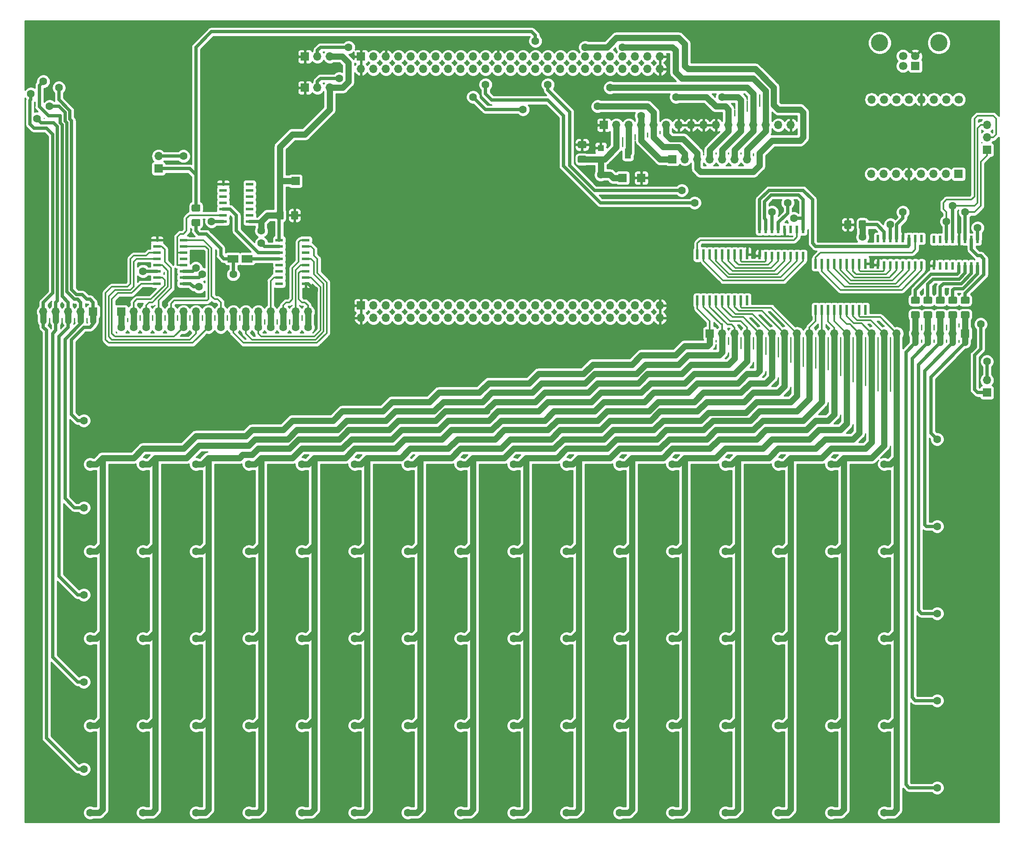
<source format=gbl>
G04 #@! TF.GenerationSoftware,KiCad,Pcbnew,(5.0.0)*
G04 #@! TF.CreationDate,2019-03-08T11:26:40+02:00*
G04 #@! TF.ProjectId,Skripsie,536B7269707369652E6B696361645F70,rev?*
G04 #@! TF.SameCoordinates,Original*
G04 #@! TF.FileFunction,Copper,L2,Bot,Signal*
G04 #@! TF.FilePolarity,Positive*
%FSLAX46Y46*%
G04 Gerber Fmt 4.6, Leading zero omitted, Abs format (unit mm)*
G04 Created by KiCad (PCBNEW (5.0.0)) date 03/08/19 11:26:40*
%MOMM*%
%LPD*%
G01*
G04 APERTURE LIST*
G04 #@! TA.AperFunction,ComponentPad*
%ADD10O,1.700000X1.700000*%
G04 #@! TD*
G04 #@! TA.AperFunction,ComponentPad*
%ADD11R,1.700000X1.700000*%
G04 #@! TD*
G04 #@! TA.AperFunction,SMDPad,CuDef*
%ADD12R,1.500000X0.600000*%
G04 #@! TD*
G04 #@! TA.AperFunction,SMDPad,CuDef*
%ADD13R,0.600000X2.000000*%
G04 #@! TD*
G04 #@! TA.AperFunction,SMDPad,CuDef*
%ADD14R,1.300000X1.300000*%
G04 #@! TD*
G04 #@! TA.AperFunction,SMDPad,CuDef*
%ADD15R,1.300000X2.000000*%
G04 #@! TD*
G04 #@! TA.AperFunction,Conductor*
%ADD16C,0.100000*%
G04 #@! TD*
G04 #@! TA.AperFunction,SMDPad,CuDef*
%ADD17C,1.425000*%
G04 #@! TD*
G04 #@! TA.AperFunction,SMDPad,CuDef*
%ADD18R,2.200000X1.500000*%
G04 #@! TD*
G04 #@! TA.AperFunction,ComponentPad*
%ADD19C,3.500000*%
G04 #@! TD*
G04 #@! TA.AperFunction,ComponentPad*
%ADD20C,1.700000*%
G04 #@! TD*
G04 #@! TA.AperFunction,SMDPad,CuDef*
%ADD21R,0.600000X1.500000*%
G04 #@! TD*
G04 #@! TA.AperFunction,ViaPad*
%ADD22C,1.600200*%
G04 #@! TD*
G04 #@! TA.AperFunction,Conductor*
%ADD23C,0.635000*%
G04 #@! TD*
G04 #@! TA.AperFunction,Conductor*
%ADD24C,1.270000*%
G04 #@! TD*
G04 #@! TA.AperFunction,Conductor*
%ADD25C,0.304800*%
G04 #@! TD*
G04 #@! TA.AperFunction,Conductor*
%ADD26C,0.254000*%
G04 #@! TD*
G04 #@! TA.AperFunction,NonConductor*
%ADD27C,0.254000*%
G04 #@! TD*
G04 APERTURE END LIST*
D10*
G04 #@! TO.P,J5,3*
G04 #@! TO.N,LED_RCLK*
X214630000Y-46990000D03*
G04 #@! TO.P,J5,2*
G04 #@! TO.N,LED_SRCLK*
X214630000Y-49530000D03*
D11*
G04 #@! TO.P,J5,1*
G04 #@! TO.N,LED_SERIAL*
X214630000Y-52070000D03*
G04 #@! TD*
D12*
G04 #@! TO.P,U5,1*
G04 #@! TO.N,bc13*
X75725000Y-70485000D03*
G04 #@! TO.P,U5,2*
G04 #@! TO.N,bc9*
X75725000Y-71755000D03*
G04 #@! TO.P,U5,3*
G04 #@! TO.N,Net-(U5-Pad3)*
X75725000Y-73025000D03*
G04 #@! TO.P,U5,4*
G04 #@! TO.N,bc10*
X75725000Y-74295000D03*
G04 #@! TO.P,U5,5*
G04 #@! TO.N,bc14*
X75725000Y-75565000D03*
G04 #@! TO.P,U5,6*
G04 #@! TO.N,bc15*
X75725000Y-76835000D03*
G04 #@! TO.P,U5,7*
G04 #@! TO.N,bc11*
X75725000Y-78105000D03*
G04 #@! TO.P,U5,8*
G04 #@! TO.N,GND*
X75725000Y-79375000D03*
G04 #@! TO.P,U5,9*
G04 #@! TO.N,Net-(D33-Pad1)*
X70325000Y-79375000D03*
G04 #@! TO.P,U5,10*
G04 #@! TO.N,bc12*
X70325000Y-78105000D03*
G04 #@! TO.P,U5,11*
G04 #@! TO.N,Net-(U5-Pad11)*
X70325000Y-76835000D03*
G04 #@! TO.P,U5,12*
G04 #@! TO.N,Net-(U5-Pad12)*
X70325000Y-75565000D03*
G04 #@! TO.P,U5,13*
G04 #@! TO.N,Net-(D33-Pad1)*
X70325000Y-74295000D03*
G04 #@! TO.P,U5,14*
G04 #@! TO.N,Net-(U4-Pad3)*
X70325000Y-73025000D03*
G04 #@! TO.P,U5,15*
G04 #@! TO.N,bc0*
X70325000Y-71755000D03*
G04 #@! TO.P,U5,16*
G04 #@! TO.N,+3V3*
X70325000Y-70485000D03*
G04 #@! TD*
D11*
G04 #@! TO.P,LCD1,1*
G04 #@! TO.N,GND*
X136525000Y-46990000D03*
D10*
G04 #@! TO.P,LCD1,2*
G04 #@! TO.N,+5V*
X139065000Y-46990000D03*
G04 #@! TO.P,LCD1,3*
G04 #@! TO.N,Net-(LCD1-Pad3)*
X141605000Y-46990000D03*
G04 #@! TO.P,LCD1,4*
G04 #@! TO.N,LCD_RS*
X144145000Y-46990000D03*
G04 #@! TO.P,LCD1,5*
G04 #@! TO.N,LCD_RNW*
X146685000Y-46990000D03*
G04 #@! TO.P,LCD1,6*
G04 #@! TO.N,LCD_E*
X149225000Y-46990000D03*
G04 #@! TO.P,LCD1,7*
G04 #@! TO.N,GND*
X151765000Y-46990000D03*
G04 #@! TO.P,LCD1,8*
X154305000Y-46990000D03*
G04 #@! TO.P,LCD1,9*
X156845000Y-46990000D03*
G04 #@! TO.P,LCD1,10*
X159385000Y-46990000D03*
G04 #@! TO.P,LCD1,11*
G04 #@! TO.N,LCD_DB4*
X161925000Y-46990000D03*
G04 #@! TO.P,LCD1,12*
G04 #@! TO.N,LCD_DB5*
X164465000Y-46990000D03*
G04 #@! TO.P,LCD1,13*
G04 #@! TO.N,LCD_DB6*
X167005000Y-46990000D03*
G04 #@! TO.P,LCD1,14*
G04 #@! TO.N,LCD_DB7*
X169545000Y-46990000D03*
G04 #@! TO.P,LCD1,15*
G04 #@! TO.N,Net-(LCD1-Pad15)*
X172085000Y-46990000D03*
G04 #@! TO.P,LCD1,16*
G04 #@! TO.N,GND*
X174625000Y-46990000D03*
G04 #@! TD*
D13*
G04 #@! TO.P,Q2,1*
G04 #@! TO.N,Net-(Q2-Pad1)*
X179705000Y-75310000D03*
G04 #@! TO.P,Q2,2*
G04 #@! TO.N,Net-(Q2-Pad2)*
X180975000Y-75310000D03*
G04 #@! TO.P,Q2,3*
G04 #@! TO.N,Net-(Q2-Pad3)*
X182245000Y-75310000D03*
G04 #@! TO.P,Q2,4*
G04 #@! TO.N,Net-(Q2-Pad4)*
X183515000Y-75310000D03*
G04 #@! TO.P,Q2,5*
G04 #@! TO.N,Net-(Q2-Pad5)*
X184785000Y-75310000D03*
G04 #@! TO.P,Q2,6*
G04 #@! TO.N,Net-(Q2-Pad6)*
X186055000Y-75310000D03*
G04 #@! TO.P,Q2,7*
G04 #@! TO.N,Net-(Q2-Pad7)*
X187325000Y-75310000D03*
G04 #@! TO.P,Q2,8*
G04 #@! TO.N,Net-(Q2-Pad8)*
X188595000Y-75310000D03*
G04 #@! TO.P,Q2,9*
G04 #@! TO.N,GND*
X189865000Y-75310000D03*
G04 #@! TO.P,Q2,10*
G04 #@! TO.N,Net-(Q2-Pad10)*
X189865000Y-84710000D03*
G04 #@! TO.P,Q2,11*
G04 #@! TO.N,c15*
X188595000Y-84710000D03*
G04 #@! TO.P,Q2,12*
G04 #@! TO.N,c14*
X187325000Y-84710000D03*
G04 #@! TO.P,Q2,13*
G04 #@! TO.N,c13*
X186055000Y-84710000D03*
G04 #@! TO.P,Q2,14*
G04 #@! TO.N,c12*
X184785000Y-84710000D03*
G04 #@! TO.P,Q2,15*
G04 #@! TO.N,c11*
X183515000Y-84710000D03*
G04 #@! TO.P,Q2,16*
G04 #@! TO.N,c10*
X182245000Y-84710000D03*
G04 #@! TO.P,Q2,17*
G04 #@! TO.N,c9*
X180975000Y-84710000D03*
G04 #@! TO.P,Q2,18*
G04 #@! TO.N,c8*
X179705000Y-84710000D03*
G04 #@! TD*
D10*
G04 #@! TO.P,J4,16*
G04 #@! TO.N,c15*
X196215000Y-89535000D03*
G04 #@! TO.P,J4,15*
G04 #@! TO.N,c14*
X193675000Y-89535000D03*
G04 #@! TO.P,J4,14*
G04 #@! TO.N,c13*
X191135000Y-89535000D03*
G04 #@! TO.P,J4,13*
G04 #@! TO.N,c12*
X188595000Y-89535000D03*
G04 #@! TO.P,J4,12*
G04 #@! TO.N,c11*
X186055000Y-89535000D03*
G04 #@! TO.P,J4,11*
G04 #@! TO.N,c10*
X183515000Y-89535000D03*
G04 #@! TO.P,J4,10*
G04 #@! TO.N,c9*
X180975000Y-89535000D03*
G04 #@! TO.P,J4,9*
G04 #@! TO.N,c8*
X178435000Y-89535000D03*
G04 #@! TO.P,J4,8*
G04 #@! TO.N,c7*
X175895000Y-89535000D03*
G04 #@! TO.P,J4,7*
G04 #@! TO.N,c6*
X173355000Y-89535000D03*
G04 #@! TO.P,J4,6*
G04 #@! TO.N,c5*
X170815000Y-89535000D03*
G04 #@! TO.P,J4,5*
G04 #@! TO.N,c4*
X168275000Y-89535000D03*
G04 #@! TO.P,J4,4*
G04 #@! TO.N,c3*
X165735000Y-89535000D03*
G04 #@! TO.P,J4,3*
G04 #@! TO.N,c2*
X163195000Y-89535000D03*
G04 #@! TO.P,J4,2*
G04 #@! TO.N,c1*
X160655000Y-89535000D03*
D11*
G04 #@! TO.P,J4,1*
G04 #@! TO.N,c0*
X158115000Y-89535000D03*
G04 #@! TD*
D14*
G04 #@! TO.P,POT3,3*
G04 #@! TO.N,GND*
X135890000Y-51675000D03*
D15*
G04 #@! TO.P,POT3,2*
G04 #@! TO.N,Net-(LCD1-Pad3)*
X141390000Y-52825000D03*
D14*
G04 #@! TO.P,POT3,1*
G04 #@! TO.N,+5V*
X135890000Y-53975000D03*
G04 #@! TD*
D16*
G04 #@! TO.N,+3V3*
G04 #@! TO.C,C1*
G36*
X189717004Y-66436204D02*
X189741273Y-66439804D01*
X189765071Y-66445765D01*
X189788171Y-66454030D01*
X189810349Y-66464520D01*
X189831393Y-66477133D01*
X189851098Y-66491747D01*
X189869277Y-66508223D01*
X189885753Y-66526402D01*
X189900367Y-66546107D01*
X189912980Y-66567151D01*
X189923470Y-66589329D01*
X189931735Y-66612429D01*
X189937696Y-66636227D01*
X189941296Y-66660496D01*
X189942500Y-66685000D01*
X189942500Y-67935000D01*
X189941296Y-67959504D01*
X189937696Y-67983773D01*
X189931735Y-68007571D01*
X189923470Y-68030671D01*
X189912980Y-68052849D01*
X189900367Y-68073893D01*
X189885753Y-68093598D01*
X189869277Y-68111777D01*
X189851098Y-68128253D01*
X189831393Y-68142867D01*
X189810349Y-68155480D01*
X189788171Y-68165970D01*
X189765071Y-68174235D01*
X189741273Y-68180196D01*
X189717004Y-68183796D01*
X189692500Y-68185000D01*
X188767500Y-68185000D01*
X188742996Y-68183796D01*
X188718727Y-68180196D01*
X188694929Y-68174235D01*
X188671829Y-68165970D01*
X188649651Y-68155480D01*
X188628607Y-68142867D01*
X188608902Y-68128253D01*
X188590723Y-68111777D01*
X188574247Y-68093598D01*
X188559633Y-68073893D01*
X188547020Y-68052849D01*
X188536530Y-68030671D01*
X188528265Y-68007571D01*
X188522304Y-67983773D01*
X188518704Y-67959504D01*
X188517500Y-67935000D01*
X188517500Y-66685000D01*
X188518704Y-66660496D01*
X188522304Y-66636227D01*
X188528265Y-66612429D01*
X188536530Y-66589329D01*
X188547020Y-66567151D01*
X188559633Y-66546107D01*
X188574247Y-66526402D01*
X188590723Y-66508223D01*
X188608902Y-66491747D01*
X188628607Y-66477133D01*
X188649651Y-66464520D01*
X188671829Y-66454030D01*
X188694929Y-66445765D01*
X188718727Y-66439804D01*
X188742996Y-66436204D01*
X188767500Y-66435000D01*
X189692500Y-66435000D01*
X189717004Y-66436204D01*
X189717004Y-66436204D01*
G37*
D17*
G04 #@! TD*
G04 #@! TO.P,C1,1*
G04 #@! TO.N,+3V3*
X189230000Y-67310000D03*
D16*
G04 #@! TO.N,GND*
G04 #@! TO.C,C1*
G36*
X186742004Y-66436204D02*
X186766273Y-66439804D01*
X186790071Y-66445765D01*
X186813171Y-66454030D01*
X186835349Y-66464520D01*
X186856393Y-66477133D01*
X186876098Y-66491747D01*
X186894277Y-66508223D01*
X186910753Y-66526402D01*
X186925367Y-66546107D01*
X186937980Y-66567151D01*
X186948470Y-66589329D01*
X186956735Y-66612429D01*
X186962696Y-66636227D01*
X186966296Y-66660496D01*
X186967500Y-66685000D01*
X186967500Y-67935000D01*
X186966296Y-67959504D01*
X186962696Y-67983773D01*
X186956735Y-68007571D01*
X186948470Y-68030671D01*
X186937980Y-68052849D01*
X186925367Y-68073893D01*
X186910753Y-68093598D01*
X186894277Y-68111777D01*
X186876098Y-68128253D01*
X186856393Y-68142867D01*
X186835349Y-68155480D01*
X186813171Y-68165970D01*
X186790071Y-68174235D01*
X186766273Y-68180196D01*
X186742004Y-68183796D01*
X186717500Y-68185000D01*
X185792500Y-68185000D01*
X185767996Y-68183796D01*
X185743727Y-68180196D01*
X185719929Y-68174235D01*
X185696829Y-68165970D01*
X185674651Y-68155480D01*
X185653607Y-68142867D01*
X185633902Y-68128253D01*
X185615723Y-68111777D01*
X185599247Y-68093598D01*
X185584633Y-68073893D01*
X185572020Y-68052849D01*
X185561530Y-68030671D01*
X185553265Y-68007571D01*
X185547304Y-67983773D01*
X185543704Y-67959504D01*
X185542500Y-67935000D01*
X185542500Y-66685000D01*
X185543704Y-66660496D01*
X185547304Y-66636227D01*
X185553265Y-66612429D01*
X185561530Y-66589329D01*
X185572020Y-66567151D01*
X185584633Y-66546107D01*
X185599247Y-66526402D01*
X185615723Y-66508223D01*
X185633902Y-66491747D01*
X185653607Y-66477133D01*
X185674651Y-66464520D01*
X185696829Y-66454030D01*
X185719929Y-66445765D01*
X185743727Y-66439804D01*
X185767996Y-66436204D01*
X185792500Y-66435000D01*
X186717500Y-66435000D01*
X186742004Y-66436204D01*
X186742004Y-66436204D01*
G37*
D17*
G04 #@! TD*
G04 #@! TO.P,C1,2*
G04 #@! TO.N,GND*
X186255000Y-67310000D03*
D16*
G04 #@! TO.N,GND*
G04 #@! TO.C,C2*
G36*
X132729504Y-50288704D02*
X132753773Y-50292304D01*
X132777571Y-50298265D01*
X132800671Y-50306530D01*
X132822849Y-50317020D01*
X132843893Y-50329633D01*
X132863598Y-50344247D01*
X132881777Y-50360723D01*
X132898253Y-50378902D01*
X132912867Y-50398607D01*
X132925480Y-50419651D01*
X132935970Y-50441829D01*
X132944235Y-50464929D01*
X132950196Y-50488727D01*
X132953796Y-50512996D01*
X132955000Y-50537500D01*
X132955000Y-51462500D01*
X132953796Y-51487004D01*
X132950196Y-51511273D01*
X132944235Y-51535071D01*
X132935970Y-51558171D01*
X132925480Y-51580349D01*
X132912867Y-51601393D01*
X132898253Y-51621098D01*
X132881777Y-51639277D01*
X132863598Y-51655753D01*
X132843893Y-51670367D01*
X132822849Y-51682980D01*
X132800671Y-51693470D01*
X132777571Y-51701735D01*
X132753773Y-51707696D01*
X132729504Y-51711296D01*
X132705000Y-51712500D01*
X131455000Y-51712500D01*
X131430496Y-51711296D01*
X131406227Y-51707696D01*
X131382429Y-51701735D01*
X131359329Y-51693470D01*
X131337151Y-51682980D01*
X131316107Y-51670367D01*
X131296402Y-51655753D01*
X131278223Y-51639277D01*
X131261747Y-51621098D01*
X131247133Y-51601393D01*
X131234520Y-51580349D01*
X131224030Y-51558171D01*
X131215765Y-51535071D01*
X131209804Y-51511273D01*
X131206204Y-51487004D01*
X131205000Y-51462500D01*
X131205000Y-50537500D01*
X131206204Y-50512996D01*
X131209804Y-50488727D01*
X131215765Y-50464929D01*
X131224030Y-50441829D01*
X131234520Y-50419651D01*
X131247133Y-50398607D01*
X131261747Y-50378902D01*
X131278223Y-50360723D01*
X131296402Y-50344247D01*
X131316107Y-50329633D01*
X131337151Y-50317020D01*
X131359329Y-50306530D01*
X131382429Y-50298265D01*
X131406227Y-50292304D01*
X131430496Y-50288704D01*
X131455000Y-50287500D01*
X132705000Y-50287500D01*
X132729504Y-50288704D01*
X132729504Y-50288704D01*
G37*
D17*
G04 #@! TD*
G04 #@! TO.P,C2,2*
G04 #@! TO.N,GND*
X132080000Y-51000000D03*
D16*
G04 #@! TO.N,+5V*
G04 #@! TO.C,C2*
G36*
X132729504Y-53263704D02*
X132753773Y-53267304D01*
X132777571Y-53273265D01*
X132800671Y-53281530D01*
X132822849Y-53292020D01*
X132843893Y-53304633D01*
X132863598Y-53319247D01*
X132881777Y-53335723D01*
X132898253Y-53353902D01*
X132912867Y-53373607D01*
X132925480Y-53394651D01*
X132935970Y-53416829D01*
X132944235Y-53439929D01*
X132950196Y-53463727D01*
X132953796Y-53487996D01*
X132955000Y-53512500D01*
X132955000Y-54437500D01*
X132953796Y-54462004D01*
X132950196Y-54486273D01*
X132944235Y-54510071D01*
X132935970Y-54533171D01*
X132925480Y-54555349D01*
X132912867Y-54576393D01*
X132898253Y-54596098D01*
X132881777Y-54614277D01*
X132863598Y-54630753D01*
X132843893Y-54645367D01*
X132822849Y-54657980D01*
X132800671Y-54668470D01*
X132777571Y-54676735D01*
X132753773Y-54682696D01*
X132729504Y-54686296D01*
X132705000Y-54687500D01*
X131455000Y-54687500D01*
X131430496Y-54686296D01*
X131406227Y-54682696D01*
X131382429Y-54676735D01*
X131359329Y-54668470D01*
X131337151Y-54657980D01*
X131316107Y-54645367D01*
X131296402Y-54630753D01*
X131278223Y-54614277D01*
X131261747Y-54596098D01*
X131247133Y-54576393D01*
X131234520Y-54555349D01*
X131224030Y-54533171D01*
X131215765Y-54510071D01*
X131209804Y-54486273D01*
X131206204Y-54462004D01*
X131205000Y-54437500D01*
X131205000Y-53512500D01*
X131206204Y-53487996D01*
X131209804Y-53463727D01*
X131215765Y-53439929D01*
X131224030Y-53416829D01*
X131234520Y-53394651D01*
X131247133Y-53373607D01*
X131261747Y-53353902D01*
X131278223Y-53335723D01*
X131296402Y-53319247D01*
X131316107Y-53304633D01*
X131337151Y-53292020D01*
X131359329Y-53281530D01*
X131382429Y-53273265D01*
X131406227Y-53267304D01*
X131430496Y-53263704D01*
X131455000Y-53262500D01*
X132705000Y-53262500D01*
X132729504Y-53263704D01*
X132729504Y-53263704D01*
G37*
D17*
G04 #@! TD*
G04 #@! TO.P,C2,1*
G04 #@! TO.N,+5V*
X132080000Y-53975000D03*
D16*
G04 #@! TO.N,GND*
G04 #@! TO.C,C3*
G36*
X73947004Y-64531204D02*
X73971273Y-64534804D01*
X73995071Y-64540765D01*
X74018171Y-64549030D01*
X74040349Y-64559520D01*
X74061393Y-64572133D01*
X74081098Y-64586747D01*
X74099277Y-64603223D01*
X74115753Y-64621402D01*
X74130367Y-64641107D01*
X74142980Y-64662151D01*
X74153470Y-64684329D01*
X74161735Y-64707429D01*
X74167696Y-64731227D01*
X74171296Y-64755496D01*
X74172500Y-64780000D01*
X74172500Y-66030000D01*
X74171296Y-66054504D01*
X74167696Y-66078773D01*
X74161735Y-66102571D01*
X74153470Y-66125671D01*
X74142980Y-66147849D01*
X74130367Y-66168893D01*
X74115753Y-66188598D01*
X74099277Y-66206777D01*
X74081098Y-66223253D01*
X74061393Y-66237867D01*
X74040349Y-66250480D01*
X74018171Y-66260970D01*
X73995071Y-66269235D01*
X73971273Y-66275196D01*
X73947004Y-66278796D01*
X73922500Y-66280000D01*
X72997500Y-66280000D01*
X72972996Y-66278796D01*
X72948727Y-66275196D01*
X72924929Y-66269235D01*
X72901829Y-66260970D01*
X72879651Y-66250480D01*
X72858607Y-66237867D01*
X72838902Y-66223253D01*
X72820723Y-66206777D01*
X72804247Y-66188598D01*
X72789633Y-66168893D01*
X72777020Y-66147849D01*
X72766530Y-66125671D01*
X72758265Y-66102571D01*
X72752304Y-66078773D01*
X72748704Y-66054504D01*
X72747500Y-66030000D01*
X72747500Y-64780000D01*
X72748704Y-64755496D01*
X72752304Y-64731227D01*
X72758265Y-64707429D01*
X72766530Y-64684329D01*
X72777020Y-64662151D01*
X72789633Y-64641107D01*
X72804247Y-64621402D01*
X72820723Y-64603223D01*
X72838902Y-64586747D01*
X72858607Y-64572133D01*
X72879651Y-64559520D01*
X72901829Y-64549030D01*
X72924929Y-64540765D01*
X72948727Y-64534804D01*
X72972996Y-64531204D01*
X72997500Y-64530000D01*
X73922500Y-64530000D01*
X73947004Y-64531204D01*
X73947004Y-64531204D01*
G37*
D17*
G04 #@! TD*
G04 #@! TO.P,C3,2*
G04 #@! TO.N,GND*
X73460000Y-65405000D03*
D16*
G04 #@! TO.N,+3V3*
G04 #@! TO.C,C3*
G36*
X70972004Y-64531204D02*
X70996273Y-64534804D01*
X71020071Y-64540765D01*
X71043171Y-64549030D01*
X71065349Y-64559520D01*
X71086393Y-64572133D01*
X71106098Y-64586747D01*
X71124277Y-64603223D01*
X71140753Y-64621402D01*
X71155367Y-64641107D01*
X71167980Y-64662151D01*
X71178470Y-64684329D01*
X71186735Y-64707429D01*
X71192696Y-64731227D01*
X71196296Y-64755496D01*
X71197500Y-64780000D01*
X71197500Y-66030000D01*
X71196296Y-66054504D01*
X71192696Y-66078773D01*
X71186735Y-66102571D01*
X71178470Y-66125671D01*
X71167980Y-66147849D01*
X71155367Y-66168893D01*
X71140753Y-66188598D01*
X71124277Y-66206777D01*
X71106098Y-66223253D01*
X71086393Y-66237867D01*
X71065349Y-66250480D01*
X71043171Y-66260970D01*
X71020071Y-66269235D01*
X70996273Y-66275196D01*
X70972004Y-66278796D01*
X70947500Y-66280000D01*
X70022500Y-66280000D01*
X69997996Y-66278796D01*
X69973727Y-66275196D01*
X69949929Y-66269235D01*
X69926829Y-66260970D01*
X69904651Y-66250480D01*
X69883607Y-66237867D01*
X69863902Y-66223253D01*
X69845723Y-66206777D01*
X69829247Y-66188598D01*
X69814633Y-66168893D01*
X69802020Y-66147849D01*
X69791530Y-66125671D01*
X69783265Y-66102571D01*
X69777304Y-66078773D01*
X69773704Y-66054504D01*
X69772500Y-66030000D01*
X69772500Y-64780000D01*
X69773704Y-64755496D01*
X69777304Y-64731227D01*
X69783265Y-64707429D01*
X69791530Y-64684329D01*
X69802020Y-64662151D01*
X69814633Y-64641107D01*
X69829247Y-64621402D01*
X69845723Y-64603223D01*
X69863902Y-64586747D01*
X69883607Y-64572133D01*
X69904651Y-64559520D01*
X69926829Y-64549030D01*
X69949929Y-64540765D01*
X69973727Y-64534804D01*
X69997996Y-64531204D01*
X70022500Y-64530000D01*
X70947500Y-64530000D01*
X70972004Y-64531204D01*
X70972004Y-64531204D01*
G37*
D17*
G04 #@! TD*
G04 #@! TO.P,C3,1*
G04 #@! TO.N,+3V3*
X70485000Y-65405000D03*
D18*
G04 #@! TO.P,D33,2*
G04 #@! TO.N,Net-(D33-Pad2)*
X60875000Y-74295000D03*
G04 #@! TO.P,D33,1*
G04 #@! TO.N,Net-(D33-Pad1)*
X63775000Y-74295000D03*
G04 #@! TD*
D10*
G04 #@! TO.P,J1,79*
G04 #@! TO.N,Net-(J1-Pad79)*
X140335000Y-86360000D03*
G04 #@! TO.P,J1,89*
G04 #@! TO.N,USART1_RX*
X114935000Y-86360000D03*
G04 #@! TO.P,J1,78*
G04 #@! TO.N,Net-(J1-Pad78)*
X142875000Y-86360000D03*
G04 #@! TO.P,J1,65*
G04 #@! TO.N,Net-(J1-Pad65)*
X122555000Y-83820000D03*
G04 #@! TO.P,J1,59*
G04 #@! TO.N,Net-(J1-Pad59)*
X107315000Y-83820000D03*
G04 #@! TO.P,J1,84*
G04 #@! TO.N,Net-(J1-Pad84)*
X127635000Y-86360000D03*
G04 #@! TO.P,J1,71*
G04 #@! TO.N,Net-(J1-Pad71)*
X137795000Y-83820000D03*
G04 #@! TO.P,J1,90*
G04 #@! TO.N,USB_5V*
X112395000Y-86360000D03*
G04 #@! TO.P,J1,74*
G04 #@! TO.N,Net-(J1-Pad74)*
X145415000Y-83820000D03*
G04 #@! TO.P,J1,86*
G04 #@! TO.N,Net-(J1-Pad86)*
X122555000Y-86360000D03*
G04 #@! TO.P,J1,75*
G04 #@! TO.N,GND*
X147955000Y-83820000D03*
G04 #@! TO.P,J1,68*
G04 #@! TO.N,Net-(J1-Pad68)*
X130175000Y-83820000D03*
G04 #@! TO.P,J1,76*
G04 #@! TO.N,GND*
X147955000Y-86360000D03*
G04 #@! TO.P,J1,72*
G04 #@! TO.N,Net-(J1-Pad72)*
X140335000Y-83820000D03*
G04 #@! TO.P,J1,60*
G04 #@! TO.N,Net-(J1-Pad60)*
X109855000Y-83820000D03*
G04 #@! TO.P,J1,66*
G04 #@! TO.N,Net-(J1-Pad66)*
X125095000Y-83820000D03*
G04 #@! TO.P,J1,85*
G04 #@! TO.N,Net-(J1-Pad85)*
X125095000Y-86360000D03*
G04 #@! TO.P,J1,92*
G04 #@! TO.N,Net-(J1-Pad92)*
X107315000Y-86360000D03*
G04 #@! TO.P,J1,91*
G04 #@! TO.N,Net-(J1-Pad91)*
X109855000Y-86360000D03*
G04 #@! TO.P,J1,61*
G04 #@! TO.N,Net-(J1-Pad61)*
X112395000Y-83820000D03*
G04 #@! TO.P,J1,88*
G04 #@! TO.N,Net-(J1-Pad88)*
X117475000Y-86360000D03*
G04 #@! TO.P,J1,67*
G04 #@! TO.N,Net-(J1-Pad67)*
X127635000Y-83820000D03*
G04 #@! TO.P,J1,69*
G04 #@! TO.N,Net-(J1-Pad69)*
X132715000Y-83820000D03*
G04 #@! TO.P,J1,70*
G04 #@! TO.N,Net-(J1-Pad70)*
X135255000Y-83820000D03*
G04 #@! TO.P,J1,77*
G04 #@! TO.N,Net-(J1-Pad77)*
X145415000Y-86360000D03*
G04 #@! TO.P,J1,58*
G04 #@! TO.N,Net-(J1-Pad58)*
X104775000Y-83820000D03*
G04 #@! TO.P,J1,93*
G04 #@! TO.N,Net-(J1-Pad93)*
X104775000Y-86360000D03*
G04 #@! TO.P,J1,62*
G04 #@! TO.N,Net-(J1-Pad62)*
X114935000Y-83820000D03*
G04 #@! TO.P,J1,63*
G04 #@! TO.N,Net-(J1-Pad63)*
X117475000Y-83820000D03*
G04 #@! TO.P,J1,81*
G04 #@! TO.N,USART1_TX*
X135255000Y-86360000D03*
G04 #@! TO.P,J1,73*
G04 #@! TO.N,Net-(J1-Pad73)*
X142875000Y-83820000D03*
G04 #@! TO.P,J1,83*
G04 #@! TO.N,Net-(J1-Pad83)*
X130175000Y-86360000D03*
G04 #@! TO.P,J1,87*
G04 #@! TO.N,Net-(J1-Pad87)*
X120015000Y-86360000D03*
G04 #@! TO.P,J1,64*
G04 #@! TO.N,Net-(J1-Pad64)*
X120015000Y-83820000D03*
G04 #@! TO.P,J1,82*
G04 #@! TO.N,Net-(J1-Pad82)*
X132715000Y-86360000D03*
G04 #@! TO.P,J1,80*
G04 #@! TO.N,Net-(J1-Pad80)*
X137795000Y-86360000D03*
G04 #@! TO.P,J1,52*
G04 #@! TO.N,+5V*
X89535000Y-83820000D03*
G04 #@! TO.P,J1,55*
G04 #@! TO.N,Net-(J1-Pad55)*
X97155000Y-83820000D03*
G04 #@! TO.P,J1,96*
G04 #@! TO.N,Net-(J1-Pad96)*
X97155000Y-86360000D03*
G04 #@! TO.P,J1,54*
G04 #@! TO.N,Net-(J1-Pad54)*
X94615000Y-83820000D03*
G04 #@! TO.P,J1,100*
G04 #@! TO.N,GND*
X86995000Y-86360000D03*
G04 #@! TO.P,J1,99*
G04 #@! TO.N,+5V*
X89535000Y-86360000D03*
G04 #@! TO.P,J1,53*
G04 #@! TO.N,+3V3*
X92075000Y-83820000D03*
D11*
G04 #@! TO.P,J1,51*
G04 #@! TO.N,GND*
X86995000Y-83820000D03*
D10*
G04 #@! TO.P,J1,97*
G04 #@! TO.N,Net-(J1-Pad97)*
X94615000Y-86360000D03*
G04 #@! TO.P,J1,56*
G04 #@! TO.N,BTN_SERIAL*
X99695000Y-83820000D03*
G04 #@! TO.P,J1,98*
G04 #@! TO.N,+3V3*
X92075000Y-86360000D03*
G04 #@! TO.P,J1,95*
G04 #@! TO.N,Net-(J1-Pad95)*
X99695000Y-86360000D03*
G04 #@! TO.P,J1,57*
G04 #@! TO.N,Net-(J1-Pad57)*
X102235000Y-83820000D03*
G04 #@! TO.P,J1,94*
G04 #@! TO.N,Net-(J1-Pad94)*
X102235000Y-86360000D03*
G04 #@! TO.P,J1,26*
G04 #@! TO.N,GND*
X147955000Y-35560000D03*
G04 #@! TO.P,J1,25*
X147955000Y-33020000D03*
G04 #@! TO.P,J1,27*
G04 #@! TO.N,Net-(J1-Pad27)*
X145415000Y-35560000D03*
G04 #@! TO.P,J1,24*
G04 #@! TO.N,Net-(J1-Pad24)*
X145415000Y-33020000D03*
G04 #@! TO.P,J1,28*
G04 #@! TO.N,Net-(J1-Pad28)*
X142875000Y-35560000D03*
G04 #@! TO.P,J1,23*
G04 #@! TO.N,Net-(J1-Pad23)*
X142875000Y-33020000D03*
G04 #@! TO.P,J1,29*
G04 #@! TO.N,Net-(J1-Pad29)*
X140335000Y-35560000D03*
G04 #@! TO.P,J1,22*
G04 #@! TO.N,LCD_DB7*
X140335000Y-33020000D03*
G04 #@! TO.P,J1,30*
G04 #@! TO.N,LCD_DB6*
X137795000Y-35560000D03*
G04 #@! TO.P,J1,21*
G04 #@! TO.N,LCD_DB5*
X137795000Y-33020000D03*
G04 #@! TO.P,J1,31*
G04 #@! TO.N,LCD_DB4*
X135255000Y-35560000D03*
G04 #@! TO.P,J1,20*
G04 #@! TO.N,LCD_RS*
X135255000Y-33020000D03*
G04 #@! TO.P,J1,32*
G04 #@! TO.N,LCD_RNW*
X132715000Y-35560000D03*
G04 #@! TO.P,J1,19*
G04 #@! TO.N,LCD_E*
X132715000Y-33020000D03*
G04 #@! TO.P,J1,33*
G04 #@! TO.N,Net-(J1-Pad33)*
X130175000Y-35560000D03*
G04 #@! TO.P,J1,18*
G04 #@! TO.N,Net-(J1-Pad18)*
X130175000Y-33020000D03*
G04 #@! TO.P,J1,34*
G04 #@! TO.N,Net-(J1-Pad34)*
X127635000Y-35560000D03*
G04 #@! TO.P,J1,17*
G04 #@! TO.N,Net-(J1-Pad17)*
X127635000Y-33020000D03*
G04 #@! TO.P,J1,35*
G04 #@! TO.N,LED_SERIAL*
X125095000Y-35560000D03*
G04 #@! TO.P,J1,16*
G04 #@! TO.N,Net-(J1-Pad16)*
X125095000Y-33020000D03*
G04 #@! TO.P,J1,36*
G04 #@! TO.N,BTN_SRCLK*
X122555000Y-35560000D03*
G04 #@! TO.P,J1,15*
G04 #@! TO.N,BTN_RESET*
X122555000Y-33020000D03*
G04 #@! TO.P,J1,37*
G04 #@! TO.N,BTN_R3*
X120015000Y-35560000D03*
G04 #@! TO.P,J1,14*
G04 #@! TO.N,BTN_R2*
X120015000Y-33020000D03*
G04 #@! TO.P,J1,38*
G04 #@! TO.N,BTN_R1*
X117475000Y-35560000D03*
G04 #@! TO.P,J1,13*
G04 #@! TO.N,BTN_R0*
X117475000Y-33020000D03*
G04 #@! TO.P,J1,39*
G04 #@! TO.N,BTN_R4*
X114935000Y-35560000D03*
G04 #@! TO.P,J1,12*
G04 #@! TO.N,GND*
X114935000Y-33020000D03*
G04 #@! TO.P,J1,40*
G04 #@! TO.N,LED_SRCLK*
X112395000Y-35560000D03*
G04 #@! TO.P,J1,11*
G04 #@! TO.N,LED_RCLK*
X112395000Y-33020000D03*
G04 #@! TO.P,J1,41*
G04 #@! TO.N,Net-(J1-Pad41)*
X109855000Y-35560000D03*
G04 #@! TO.P,J1,10*
G04 #@! TO.N,Net-(J1-Pad10)*
X109855000Y-33020000D03*
G04 #@! TO.P,J1,42*
G04 #@! TO.N,Net-(J1-Pad42)*
X107315000Y-35560000D03*
G04 #@! TO.P,J1,9*
G04 #@! TO.N,Net-(J1-Pad9)*
X107315000Y-33020000D03*
G04 #@! TO.P,J1,43*
G04 #@! TO.N,Net-(J1-Pad43)*
X104775000Y-35560000D03*
G04 #@! TO.P,J1,8*
G04 #@! TO.N,Net-(J1-Pad8)*
X104775000Y-33020000D03*
G04 #@! TO.P,J1,44*
G04 #@! TO.N,ADC_TEMPO*
X102235000Y-35560000D03*
G04 #@! TO.P,J1,7*
G04 #@! TO.N,Net-(J1-Pad7)*
X102235000Y-33020000D03*
G04 #@! TO.P,J1,45*
G04 #@! TO.N,Net-(J1-Pad45)*
X99695000Y-35560000D03*
G04 #@! TO.P,J1,6*
G04 #@! TO.N,ADC_VOLUME*
X99695000Y-33020000D03*
G04 #@! TO.P,J1,46*
G04 #@! TO.N,Net-(J1-Pad46)*
X97155000Y-35560000D03*
G04 #@! TO.P,J1,5*
G04 #@! TO.N,Net-(J1-Pad5)*
X97155000Y-33020000D03*
G04 #@! TO.P,J1,47*
G04 #@! TO.N,Net-(J1-Pad47)*
X94615000Y-35560000D03*
G04 #@! TO.P,J1,4*
G04 #@! TO.N,Net-(J1-Pad4)*
X94615000Y-33020000D03*
G04 #@! TO.P,J1,48*
G04 #@! TO.N,Net-(J1-Pad48)*
X92075000Y-35560000D03*
G04 #@! TO.P,J1,3*
G04 #@! TO.N,GND*
X92075000Y-33020000D03*
G04 #@! TO.P,J1,49*
G04 #@! TO.N,USB_5V*
X89535000Y-35560000D03*
G04 #@! TO.P,J1,2*
X89535000Y-33020000D03*
G04 #@! TO.P,J1,50*
G04 #@! TO.N,GND*
X86995000Y-35560000D03*
D11*
G04 #@! TO.P,J1,1*
X86995000Y-33020000D03*
G04 #@! TD*
D10*
G04 #@! TO.P,J2,7*
G04 #@! TO.N,LCD_DB7*
X165735000Y-53975000D03*
G04 #@! TO.P,J2,6*
G04 #@! TO.N,LCD_DB6*
X163195000Y-53975000D03*
G04 #@! TO.P,J2,5*
G04 #@! TO.N,LCD_DB5*
X160655000Y-53975000D03*
G04 #@! TO.P,J2,4*
G04 #@! TO.N,LCD_DB4*
X158115000Y-53975000D03*
G04 #@! TO.P,J2,3*
G04 #@! TO.N,LCD_E*
X155575000Y-53975000D03*
G04 #@! TO.P,J2,2*
G04 #@! TO.N,LCD_RNW*
X153035000Y-53975000D03*
D11*
G04 #@! TO.P,J2,1*
G04 #@! TO.N,LCD_RS*
X150495000Y-53975000D03*
G04 #@! TD*
G04 #@! TO.P,J3,1*
G04 #@! TO.N,bc0*
X38100000Y-85090000D03*
D10*
G04 #@! TO.P,J3,2*
G04 #@! TO.N,bc1*
X40640000Y-85090000D03*
G04 #@! TO.P,J3,3*
G04 #@! TO.N,bc2*
X43180000Y-85090000D03*
G04 #@! TO.P,J3,4*
G04 #@! TO.N,bc3*
X45720000Y-85090000D03*
G04 #@! TO.P,J3,5*
G04 #@! TO.N,bc4*
X48260000Y-85090000D03*
G04 #@! TO.P,J3,6*
G04 #@! TO.N,bc5*
X50800000Y-85090000D03*
G04 #@! TO.P,J3,7*
G04 #@! TO.N,bc6*
X53340000Y-85090000D03*
G04 #@! TO.P,J3,8*
G04 #@! TO.N,bc7*
X55880000Y-85090000D03*
G04 #@! TO.P,J3,9*
G04 #@! TO.N,bc8*
X58420000Y-85090000D03*
G04 #@! TO.P,J3,10*
G04 #@! TO.N,bc9*
X60960000Y-85090000D03*
G04 #@! TO.P,J3,11*
G04 #@! TO.N,bc10*
X63500000Y-85090000D03*
G04 #@! TO.P,J3,12*
G04 #@! TO.N,bc11*
X66040000Y-85090000D03*
G04 #@! TO.P,J3,13*
G04 #@! TO.N,bc12*
X68580000Y-85090000D03*
G04 #@! TO.P,J3,14*
G04 #@! TO.N,bc13*
X71120000Y-85090000D03*
G04 #@! TO.P,J3,15*
G04 #@! TO.N,bc14*
X73660000Y-85090000D03*
G04 #@! TO.P,J3,16*
G04 #@! TO.N,bc15*
X76200000Y-85090000D03*
G04 #@! TD*
D11*
G04 #@! TO.P,J6,1*
G04 #@! TO.N,BTN_RESET*
X45720000Y-55880000D03*
D10*
G04 #@! TO.P,J6,2*
G04 #@! TO.N,BTN_SRCLK*
X45720000Y-53340000D03*
G04 #@! TD*
D11*
G04 #@! TO.P,J7,1*
G04 #@! TO.N,GND*
X144145000Y-57785000D03*
G04 #@! TD*
G04 #@! TO.P,J8,1*
G04 #@! TO.N,+5V*
X140335000Y-57785000D03*
G04 #@! TD*
G04 #@! TO.P,J9,1*
G04 #@! TO.N,BTN_R0*
X32385000Y-85090000D03*
D10*
G04 #@! TO.P,J9,2*
G04 #@! TO.N,BTN_R1*
X29845000Y-85090000D03*
G04 #@! TO.P,J9,3*
G04 #@! TO.N,BTN_R2*
X27305000Y-85090000D03*
G04 #@! TO.P,J9,4*
G04 #@! TO.N,BTN_R3*
X24765000Y-85090000D03*
G04 #@! TO.P,J9,5*
G04 #@! TO.N,BTN_R4*
X22225000Y-85090000D03*
G04 #@! TD*
G04 #@! TO.P,J10,5*
G04 #@! TO.N,r4*
X200025000Y-89535000D03*
G04 #@! TO.P,J10,4*
G04 #@! TO.N,r3*
X202565000Y-89535000D03*
G04 #@! TO.P,J10,3*
G04 #@! TO.N,r2*
X205105000Y-89535000D03*
G04 #@! TO.P,J10,2*
G04 #@! TO.N,r1*
X207645000Y-89535000D03*
D11*
G04 #@! TO.P,J10,1*
G04 #@! TO.N,r0*
X210185000Y-89535000D03*
G04 #@! TD*
G04 #@! TO.P,J11,1*
G04 #@! TO.N,+3V3*
X73660000Y-58420000D03*
G04 #@! TD*
D10*
G04 #@! TO.P,J12,2*
G04 #@! TO.N,USART1_RX*
X214630000Y-99060000D03*
D11*
G04 #@! TO.P,J12,1*
G04 #@! TO.N,USART1_TX*
X214630000Y-101600000D03*
G04 #@! TD*
D19*
G04 #@! TO.P,J13,5*
G04 #@! TO.N,Net-(C7-Pad1)*
X192755000Y-30215000D03*
X204795000Y-30215000D03*
D20*
G04 #@! TO.P,J13,4*
G04 #@! TO.N,GND*
X200025000Y-32925000D03*
G04 #@! TO.P,J13,3*
G04 #@! TO.N,Net-(C5-Pad2)*
X197525000Y-32925000D03*
G04 #@! TO.P,J13,2*
G04 #@! TO.N,Net-(C4-Pad2)*
X197525000Y-34925000D03*
D11*
G04 #@! TO.P,J13,1*
G04 #@! TO.N,Net-(C6-Pad2)*
X200025000Y-34925000D03*
G04 #@! TD*
G04 #@! TO.P,POT1,1*
G04 #@! TO.N,GND*
X75565000Y-33020000D03*
D10*
G04 #@! TO.P,POT1,2*
G04 #@! TO.N,ADC_VOLUME*
X78105000Y-33020000D03*
G04 #@! TO.P,POT1,3*
G04 #@! TO.N,+3V3*
X80645000Y-33020000D03*
G04 #@! TD*
G04 #@! TO.P,POT2,3*
G04 #@! TO.N,+3V3*
X80645000Y-39370000D03*
G04 #@! TO.P,POT2,2*
G04 #@! TO.N,ADC_TEMPO*
X78105000Y-39370000D03*
D11*
G04 #@! TO.P,POT2,1*
G04 #@! TO.N,GND*
X75565000Y-39370000D03*
G04 #@! TD*
D13*
G04 #@! TO.P,Q1,18*
G04 #@! TO.N,c0*
X155575000Y-82805000D03*
G04 #@! TO.P,Q1,17*
G04 #@! TO.N,c1*
X156845000Y-82805000D03*
G04 #@! TO.P,Q1,16*
G04 #@! TO.N,c2*
X158115000Y-82805000D03*
G04 #@! TO.P,Q1,15*
G04 #@! TO.N,c3*
X159385000Y-82805000D03*
G04 #@! TO.P,Q1,14*
G04 #@! TO.N,c4*
X160655000Y-82805000D03*
G04 #@! TO.P,Q1,13*
G04 #@! TO.N,c5*
X161925000Y-82805000D03*
G04 #@! TO.P,Q1,12*
G04 #@! TO.N,c6*
X163195000Y-82805000D03*
G04 #@! TO.P,Q1,11*
G04 #@! TO.N,c7*
X164465000Y-82805000D03*
G04 #@! TO.P,Q1,10*
G04 #@! TO.N,Net-(Q1-Pad10)*
X165735000Y-82805000D03*
G04 #@! TO.P,Q1,9*
G04 #@! TO.N,GND*
X165735000Y-73405000D03*
G04 #@! TO.P,Q1,8*
G04 #@! TO.N,Net-(Q1-Pad8)*
X164465000Y-73405000D03*
G04 #@! TO.P,Q1,7*
G04 #@! TO.N,Net-(Q1-Pad7)*
X163195000Y-73405000D03*
G04 #@! TO.P,Q1,6*
G04 #@! TO.N,Net-(Q1-Pad6)*
X161925000Y-73405000D03*
G04 #@! TO.P,Q1,5*
G04 #@! TO.N,Net-(Q1-Pad5)*
X160655000Y-73405000D03*
G04 #@! TO.P,Q1,4*
G04 #@! TO.N,Net-(Q1-Pad4)*
X159385000Y-73405000D03*
G04 #@! TO.P,Q1,3*
G04 #@! TO.N,Net-(Q1-Pad3)*
X158115000Y-73405000D03*
G04 #@! TO.P,Q1,2*
G04 #@! TO.N,Net-(Q1-Pad2)*
X156845000Y-73405000D03*
G04 #@! TO.P,Q1,1*
G04 #@! TO.N,Net-(Q1-Pad1)*
X155575000Y-73405000D03*
G04 #@! TD*
D16*
G04 #@! TO.N,Net-(R1-Pad2)*
G04 #@! TO.C,R1*
G36*
X210834504Y-82038704D02*
X210858773Y-82042304D01*
X210882571Y-82048265D01*
X210905671Y-82056530D01*
X210927849Y-82067020D01*
X210948893Y-82079633D01*
X210968598Y-82094247D01*
X210986777Y-82110723D01*
X211003253Y-82128902D01*
X211017867Y-82148607D01*
X211030480Y-82169651D01*
X211040970Y-82191829D01*
X211049235Y-82214929D01*
X211055196Y-82238727D01*
X211058796Y-82262996D01*
X211060000Y-82287500D01*
X211060000Y-83212500D01*
X211058796Y-83237004D01*
X211055196Y-83261273D01*
X211049235Y-83285071D01*
X211040970Y-83308171D01*
X211030480Y-83330349D01*
X211017867Y-83351393D01*
X211003253Y-83371098D01*
X210986777Y-83389277D01*
X210968598Y-83405753D01*
X210948893Y-83420367D01*
X210927849Y-83432980D01*
X210905671Y-83443470D01*
X210882571Y-83451735D01*
X210858773Y-83457696D01*
X210834504Y-83461296D01*
X210810000Y-83462500D01*
X209560000Y-83462500D01*
X209535496Y-83461296D01*
X209511227Y-83457696D01*
X209487429Y-83451735D01*
X209464329Y-83443470D01*
X209442151Y-83432980D01*
X209421107Y-83420367D01*
X209401402Y-83405753D01*
X209383223Y-83389277D01*
X209366747Y-83371098D01*
X209352133Y-83351393D01*
X209339520Y-83330349D01*
X209329030Y-83308171D01*
X209320765Y-83285071D01*
X209314804Y-83261273D01*
X209311204Y-83237004D01*
X209310000Y-83212500D01*
X209310000Y-82287500D01*
X209311204Y-82262996D01*
X209314804Y-82238727D01*
X209320765Y-82214929D01*
X209329030Y-82191829D01*
X209339520Y-82169651D01*
X209352133Y-82148607D01*
X209366747Y-82128902D01*
X209383223Y-82110723D01*
X209401402Y-82094247D01*
X209421107Y-82079633D01*
X209442151Y-82067020D01*
X209464329Y-82056530D01*
X209487429Y-82048265D01*
X209511227Y-82042304D01*
X209535496Y-82038704D01*
X209560000Y-82037500D01*
X210810000Y-82037500D01*
X210834504Y-82038704D01*
X210834504Y-82038704D01*
G37*
D17*
G04 #@! TD*
G04 #@! TO.P,R1,2*
G04 #@! TO.N,Net-(R1-Pad2)*
X210185000Y-82750000D03*
D16*
G04 #@! TO.N,r0*
G04 #@! TO.C,R1*
G36*
X210834504Y-85013704D02*
X210858773Y-85017304D01*
X210882571Y-85023265D01*
X210905671Y-85031530D01*
X210927849Y-85042020D01*
X210948893Y-85054633D01*
X210968598Y-85069247D01*
X210986777Y-85085723D01*
X211003253Y-85103902D01*
X211017867Y-85123607D01*
X211030480Y-85144651D01*
X211040970Y-85166829D01*
X211049235Y-85189929D01*
X211055196Y-85213727D01*
X211058796Y-85237996D01*
X211060000Y-85262500D01*
X211060000Y-86187500D01*
X211058796Y-86212004D01*
X211055196Y-86236273D01*
X211049235Y-86260071D01*
X211040970Y-86283171D01*
X211030480Y-86305349D01*
X211017867Y-86326393D01*
X211003253Y-86346098D01*
X210986777Y-86364277D01*
X210968598Y-86380753D01*
X210948893Y-86395367D01*
X210927849Y-86407980D01*
X210905671Y-86418470D01*
X210882571Y-86426735D01*
X210858773Y-86432696D01*
X210834504Y-86436296D01*
X210810000Y-86437500D01*
X209560000Y-86437500D01*
X209535496Y-86436296D01*
X209511227Y-86432696D01*
X209487429Y-86426735D01*
X209464329Y-86418470D01*
X209442151Y-86407980D01*
X209421107Y-86395367D01*
X209401402Y-86380753D01*
X209383223Y-86364277D01*
X209366747Y-86346098D01*
X209352133Y-86326393D01*
X209339520Y-86305349D01*
X209329030Y-86283171D01*
X209320765Y-86260071D01*
X209314804Y-86236273D01*
X209311204Y-86212004D01*
X209310000Y-86187500D01*
X209310000Y-85262500D01*
X209311204Y-85237996D01*
X209314804Y-85213727D01*
X209320765Y-85189929D01*
X209329030Y-85166829D01*
X209339520Y-85144651D01*
X209352133Y-85123607D01*
X209366747Y-85103902D01*
X209383223Y-85085723D01*
X209401402Y-85069247D01*
X209421107Y-85054633D01*
X209442151Y-85042020D01*
X209464329Y-85031530D01*
X209487429Y-85023265D01*
X209511227Y-85017304D01*
X209535496Y-85013704D01*
X209560000Y-85012500D01*
X210810000Y-85012500D01*
X210834504Y-85013704D01*
X210834504Y-85013704D01*
G37*
D17*
G04 #@! TD*
G04 #@! TO.P,R1,1*
G04 #@! TO.N,r0*
X210185000Y-85725000D03*
D16*
G04 #@! TO.N,Net-(R2-Pad2)*
G04 #@! TO.C,R2*
G36*
X208294504Y-82038704D02*
X208318773Y-82042304D01*
X208342571Y-82048265D01*
X208365671Y-82056530D01*
X208387849Y-82067020D01*
X208408893Y-82079633D01*
X208428598Y-82094247D01*
X208446777Y-82110723D01*
X208463253Y-82128902D01*
X208477867Y-82148607D01*
X208490480Y-82169651D01*
X208500970Y-82191829D01*
X208509235Y-82214929D01*
X208515196Y-82238727D01*
X208518796Y-82262996D01*
X208520000Y-82287500D01*
X208520000Y-83212500D01*
X208518796Y-83237004D01*
X208515196Y-83261273D01*
X208509235Y-83285071D01*
X208500970Y-83308171D01*
X208490480Y-83330349D01*
X208477867Y-83351393D01*
X208463253Y-83371098D01*
X208446777Y-83389277D01*
X208428598Y-83405753D01*
X208408893Y-83420367D01*
X208387849Y-83432980D01*
X208365671Y-83443470D01*
X208342571Y-83451735D01*
X208318773Y-83457696D01*
X208294504Y-83461296D01*
X208270000Y-83462500D01*
X207020000Y-83462500D01*
X206995496Y-83461296D01*
X206971227Y-83457696D01*
X206947429Y-83451735D01*
X206924329Y-83443470D01*
X206902151Y-83432980D01*
X206881107Y-83420367D01*
X206861402Y-83405753D01*
X206843223Y-83389277D01*
X206826747Y-83371098D01*
X206812133Y-83351393D01*
X206799520Y-83330349D01*
X206789030Y-83308171D01*
X206780765Y-83285071D01*
X206774804Y-83261273D01*
X206771204Y-83237004D01*
X206770000Y-83212500D01*
X206770000Y-82287500D01*
X206771204Y-82262996D01*
X206774804Y-82238727D01*
X206780765Y-82214929D01*
X206789030Y-82191829D01*
X206799520Y-82169651D01*
X206812133Y-82148607D01*
X206826747Y-82128902D01*
X206843223Y-82110723D01*
X206861402Y-82094247D01*
X206881107Y-82079633D01*
X206902151Y-82067020D01*
X206924329Y-82056530D01*
X206947429Y-82048265D01*
X206971227Y-82042304D01*
X206995496Y-82038704D01*
X207020000Y-82037500D01*
X208270000Y-82037500D01*
X208294504Y-82038704D01*
X208294504Y-82038704D01*
G37*
D17*
G04 #@! TD*
G04 #@! TO.P,R2,2*
G04 #@! TO.N,Net-(R2-Pad2)*
X207645000Y-82750000D03*
D16*
G04 #@! TO.N,r1*
G04 #@! TO.C,R2*
G36*
X208294504Y-85013704D02*
X208318773Y-85017304D01*
X208342571Y-85023265D01*
X208365671Y-85031530D01*
X208387849Y-85042020D01*
X208408893Y-85054633D01*
X208428598Y-85069247D01*
X208446777Y-85085723D01*
X208463253Y-85103902D01*
X208477867Y-85123607D01*
X208490480Y-85144651D01*
X208500970Y-85166829D01*
X208509235Y-85189929D01*
X208515196Y-85213727D01*
X208518796Y-85237996D01*
X208520000Y-85262500D01*
X208520000Y-86187500D01*
X208518796Y-86212004D01*
X208515196Y-86236273D01*
X208509235Y-86260071D01*
X208500970Y-86283171D01*
X208490480Y-86305349D01*
X208477867Y-86326393D01*
X208463253Y-86346098D01*
X208446777Y-86364277D01*
X208428598Y-86380753D01*
X208408893Y-86395367D01*
X208387849Y-86407980D01*
X208365671Y-86418470D01*
X208342571Y-86426735D01*
X208318773Y-86432696D01*
X208294504Y-86436296D01*
X208270000Y-86437500D01*
X207020000Y-86437500D01*
X206995496Y-86436296D01*
X206971227Y-86432696D01*
X206947429Y-86426735D01*
X206924329Y-86418470D01*
X206902151Y-86407980D01*
X206881107Y-86395367D01*
X206861402Y-86380753D01*
X206843223Y-86364277D01*
X206826747Y-86346098D01*
X206812133Y-86326393D01*
X206799520Y-86305349D01*
X206789030Y-86283171D01*
X206780765Y-86260071D01*
X206774804Y-86236273D01*
X206771204Y-86212004D01*
X206770000Y-86187500D01*
X206770000Y-85262500D01*
X206771204Y-85237996D01*
X206774804Y-85213727D01*
X206780765Y-85189929D01*
X206789030Y-85166829D01*
X206799520Y-85144651D01*
X206812133Y-85123607D01*
X206826747Y-85103902D01*
X206843223Y-85085723D01*
X206861402Y-85069247D01*
X206881107Y-85054633D01*
X206902151Y-85042020D01*
X206924329Y-85031530D01*
X206947429Y-85023265D01*
X206971227Y-85017304D01*
X206995496Y-85013704D01*
X207020000Y-85012500D01*
X208270000Y-85012500D01*
X208294504Y-85013704D01*
X208294504Y-85013704D01*
G37*
D17*
G04 #@! TD*
G04 #@! TO.P,R2,1*
G04 #@! TO.N,r1*
X207645000Y-85725000D03*
D16*
G04 #@! TO.N,r2*
G04 #@! TO.C,R3*
G36*
X205754504Y-85013704D02*
X205778773Y-85017304D01*
X205802571Y-85023265D01*
X205825671Y-85031530D01*
X205847849Y-85042020D01*
X205868893Y-85054633D01*
X205888598Y-85069247D01*
X205906777Y-85085723D01*
X205923253Y-85103902D01*
X205937867Y-85123607D01*
X205950480Y-85144651D01*
X205960970Y-85166829D01*
X205969235Y-85189929D01*
X205975196Y-85213727D01*
X205978796Y-85237996D01*
X205980000Y-85262500D01*
X205980000Y-86187500D01*
X205978796Y-86212004D01*
X205975196Y-86236273D01*
X205969235Y-86260071D01*
X205960970Y-86283171D01*
X205950480Y-86305349D01*
X205937867Y-86326393D01*
X205923253Y-86346098D01*
X205906777Y-86364277D01*
X205888598Y-86380753D01*
X205868893Y-86395367D01*
X205847849Y-86407980D01*
X205825671Y-86418470D01*
X205802571Y-86426735D01*
X205778773Y-86432696D01*
X205754504Y-86436296D01*
X205730000Y-86437500D01*
X204480000Y-86437500D01*
X204455496Y-86436296D01*
X204431227Y-86432696D01*
X204407429Y-86426735D01*
X204384329Y-86418470D01*
X204362151Y-86407980D01*
X204341107Y-86395367D01*
X204321402Y-86380753D01*
X204303223Y-86364277D01*
X204286747Y-86346098D01*
X204272133Y-86326393D01*
X204259520Y-86305349D01*
X204249030Y-86283171D01*
X204240765Y-86260071D01*
X204234804Y-86236273D01*
X204231204Y-86212004D01*
X204230000Y-86187500D01*
X204230000Y-85262500D01*
X204231204Y-85237996D01*
X204234804Y-85213727D01*
X204240765Y-85189929D01*
X204249030Y-85166829D01*
X204259520Y-85144651D01*
X204272133Y-85123607D01*
X204286747Y-85103902D01*
X204303223Y-85085723D01*
X204321402Y-85069247D01*
X204341107Y-85054633D01*
X204362151Y-85042020D01*
X204384329Y-85031530D01*
X204407429Y-85023265D01*
X204431227Y-85017304D01*
X204455496Y-85013704D01*
X204480000Y-85012500D01*
X205730000Y-85012500D01*
X205754504Y-85013704D01*
X205754504Y-85013704D01*
G37*
D17*
G04 #@! TD*
G04 #@! TO.P,R3,1*
G04 #@! TO.N,r2*
X205105000Y-85725000D03*
D16*
G04 #@! TO.N,Net-(R3-Pad2)*
G04 #@! TO.C,R3*
G36*
X205754504Y-82038704D02*
X205778773Y-82042304D01*
X205802571Y-82048265D01*
X205825671Y-82056530D01*
X205847849Y-82067020D01*
X205868893Y-82079633D01*
X205888598Y-82094247D01*
X205906777Y-82110723D01*
X205923253Y-82128902D01*
X205937867Y-82148607D01*
X205950480Y-82169651D01*
X205960970Y-82191829D01*
X205969235Y-82214929D01*
X205975196Y-82238727D01*
X205978796Y-82262996D01*
X205980000Y-82287500D01*
X205980000Y-83212500D01*
X205978796Y-83237004D01*
X205975196Y-83261273D01*
X205969235Y-83285071D01*
X205960970Y-83308171D01*
X205950480Y-83330349D01*
X205937867Y-83351393D01*
X205923253Y-83371098D01*
X205906777Y-83389277D01*
X205888598Y-83405753D01*
X205868893Y-83420367D01*
X205847849Y-83432980D01*
X205825671Y-83443470D01*
X205802571Y-83451735D01*
X205778773Y-83457696D01*
X205754504Y-83461296D01*
X205730000Y-83462500D01*
X204480000Y-83462500D01*
X204455496Y-83461296D01*
X204431227Y-83457696D01*
X204407429Y-83451735D01*
X204384329Y-83443470D01*
X204362151Y-83432980D01*
X204341107Y-83420367D01*
X204321402Y-83405753D01*
X204303223Y-83389277D01*
X204286747Y-83371098D01*
X204272133Y-83351393D01*
X204259520Y-83330349D01*
X204249030Y-83308171D01*
X204240765Y-83285071D01*
X204234804Y-83261273D01*
X204231204Y-83237004D01*
X204230000Y-83212500D01*
X204230000Y-82287500D01*
X204231204Y-82262996D01*
X204234804Y-82238727D01*
X204240765Y-82214929D01*
X204249030Y-82191829D01*
X204259520Y-82169651D01*
X204272133Y-82148607D01*
X204286747Y-82128902D01*
X204303223Y-82110723D01*
X204321402Y-82094247D01*
X204341107Y-82079633D01*
X204362151Y-82067020D01*
X204384329Y-82056530D01*
X204407429Y-82048265D01*
X204431227Y-82042304D01*
X204455496Y-82038704D01*
X204480000Y-82037500D01*
X205730000Y-82037500D01*
X205754504Y-82038704D01*
X205754504Y-82038704D01*
G37*
D17*
G04 #@! TD*
G04 #@! TO.P,R3,2*
G04 #@! TO.N,Net-(R3-Pad2)*
X205105000Y-82750000D03*
D16*
G04 #@! TO.N,Net-(R4-Pad2)*
G04 #@! TO.C,R4*
G36*
X203214504Y-82038704D02*
X203238773Y-82042304D01*
X203262571Y-82048265D01*
X203285671Y-82056530D01*
X203307849Y-82067020D01*
X203328893Y-82079633D01*
X203348598Y-82094247D01*
X203366777Y-82110723D01*
X203383253Y-82128902D01*
X203397867Y-82148607D01*
X203410480Y-82169651D01*
X203420970Y-82191829D01*
X203429235Y-82214929D01*
X203435196Y-82238727D01*
X203438796Y-82262996D01*
X203440000Y-82287500D01*
X203440000Y-83212500D01*
X203438796Y-83237004D01*
X203435196Y-83261273D01*
X203429235Y-83285071D01*
X203420970Y-83308171D01*
X203410480Y-83330349D01*
X203397867Y-83351393D01*
X203383253Y-83371098D01*
X203366777Y-83389277D01*
X203348598Y-83405753D01*
X203328893Y-83420367D01*
X203307849Y-83432980D01*
X203285671Y-83443470D01*
X203262571Y-83451735D01*
X203238773Y-83457696D01*
X203214504Y-83461296D01*
X203190000Y-83462500D01*
X201940000Y-83462500D01*
X201915496Y-83461296D01*
X201891227Y-83457696D01*
X201867429Y-83451735D01*
X201844329Y-83443470D01*
X201822151Y-83432980D01*
X201801107Y-83420367D01*
X201781402Y-83405753D01*
X201763223Y-83389277D01*
X201746747Y-83371098D01*
X201732133Y-83351393D01*
X201719520Y-83330349D01*
X201709030Y-83308171D01*
X201700765Y-83285071D01*
X201694804Y-83261273D01*
X201691204Y-83237004D01*
X201690000Y-83212500D01*
X201690000Y-82287500D01*
X201691204Y-82262996D01*
X201694804Y-82238727D01*
X201700765Y-82214929D01*
X201709030Y-82191829D01*
X201719520Y-82169651D01*
X201732133Y-82148607D01*
X201746747Y-82128902D01*
X201763223Y-82110723D01*
X201781402Y-82094247D01*
X201801107Y-82079633D01*
X201822151Y-82067020D01*
X201844329Y-82056530D01*
X201867429Y-82048265D01*
X201891227Y-82042304D01*
X201915496Y-82038704D01*
X201940000Y-82037500D01*
X203190000Y-82037500D01*
X203214504Y-82038704D01*
X203214504Y-82038704D01*
G37*
D17*
G04 #@! TD*
G04 #@! TO.P,R4,2*
G04 #@! TO.N,Net-(R4-Pad2)*
X202565000Y-82750000D03*
D16*
G04 #@! TO.N,r3*
G04 #@! TO.C,R4*
G36*
X203214504Y-85013704D02*
X203238773Y-85017304D01*
X203262571Y-85023265D01*
X203285671Y-85031530D01*
X203307849Y-85042020D01*
X203328893Y-85054633D01*
X203348598Y-85069247D01*
X203366777Y-85085723D01*
X203383253Y-85103902D01*
X203397867Y-85123607D01*
X203410480Y-85144651D01*
X203420970Y-85166829D01*
X203429235Y-85189929D01*
X203435196Y-85213727D01*
X203438796Y-85237996D01*
X203440000Y-85262500D01*
X203440000Y-86187500D01*
X203438796Y-86212004D01*
X203435196Y-86236273D01*
X203429235Y-86260071D01*
X203420970Y-86283171D01*
X203410480Y-86305349D01*
X203397867Y-86326393D01*
X203383253Y-86346098D01*
X203366777Y-86364277D01*
X203348598Y-86380753D01*
X203328893Y-86395367D01*
X203307849Y-86407980D01*
X203285671Y-86418470D01*
X203262571Y-86426735D01*
X203238773Y-86432696D01*
X203214504Y-86436296D01*
X203190000Y-86437500D01*
X201940000Y-86437500D01*
X201915496Y-86436296D01*
X201891227Y-86432696D01*
X201867429Y-86426735D01*
X201844329Y-86418470D01*
X201822151Y-86407980D01*
X201801107Y-86395367D01*
X201781402Y-86380753D01*
X201763223Y-86364277D01*
X201746747Y-86346098D01*
X201732133Y-86326393D01*
X201719520Y-86305349D01*
X201709030Y-86283171D01*
X201700765Y-86260071D01*
X201694804Y-86236273D01*
X201691204Y-86212004D01*
X201690000Y-86187500D01*
X201690000Y-85262500D01*
X201691204Y-85237996D01*
X201694804Y-85213727D01*
X201700765Y-85189929D01*
X201709030Y-85166829D01*
X201719520Y-85144651D01*
X201732133Y-85123607D01*
X201746747Y-85103902D01*
X201763223Y-85085723D01*
X201781402Y-85069247D01*
X201801107Y-85054633D01*
X201822151Y-85042020D01*
X201844329Y-85031530D01*
X201867429Y-85023265D01*
X201891227Y-85017304D01*
X201915496Y-85013704D01*
X201940000Y-85012500D01*
X203190000Y-85012500D01*
X203214504Y-85013704D01*
X203214504Y-85013704D01*
G37*
D17*
G04 #@! TD*
G04 #@! TO.P,R4,1*
G04 #@! TO.N,r3*
X202565000Y-85725000D03*
D16*
G04 #@! TO.N,r4*
G04 #@! TO.C,R5*
G36*
X200674504Y-85013704D02*
X200698773Y-85017304D01*
X200722571Y-85023265D01*
X200745671Y-85031530D01*
X200767849Y-85042020D01*
X200788893Y-85054633D01*
X200808598Y-85069247D01*
X200826777Y-85085723D01*
X200843253Y-85103902D01*
X200857867Y-85123607D01*
X200870480Y-85144651D01*
X200880970Y-85166829D01*
X200889235Y-85189929D01*
X200895196Y-85213727D01*
X200898796Y-85237996D01*
X200900000Y-85262500D01*
X200900000Y-86187500D01*
X200898796Y-86212004D01*
X200895196Y-86236273D01*
X200889235Y-86260071D01*
X200880970Y-86283171D01*
X200870480Y-86305349D01*
X200857867Y-86326393D01*
X200843253Y-86346098D01*
X200826777Y-86364277D01*
X200808598Y-86380753D01*
X200788893Y-86395367D01*
X200767849Y-86407980D01*
X200745671Y-86418470D01*
X200722571Y-86426735D01*
X200698773Y-86432696D01*
X200674504Y-86436296D01*
X200650000Y-86437500D01*
X199400000Y-86437500D01*
X199375496Y-86436296D01*
X199351227Y-86432696D01*
X199327429Y-86426735D01*
X199304329Y-86418470D01*
X199282151Y-86407980D01*
X199261107Y-86395367D01*
X199241402Y-86380753D01*
X199223223Y-86364277D01*
X199206747Y-86346098D01*
X199192133Y-86326393D01*
X199179520Y-86305349D01*
X199169030Y-86283171D01*
X199160765Y-86260071D01*
X199154804Y-86236273D01*
X199151204Y-86212004D01*
X199150000Y-86187500D01*
X199150000Y-85262500D01*
X199151204Y-85237996D01*
X199154804Y-85213727D01*
X199160765Y-85189929D01*
X199169030Y-85166829D01*
X199179520Y-85144651D01*
X199192133Y-85123607D01*
X199206747Y-85103902D01*
X199223223Y-85085723D01*
X199241402Y-85069247D01*
X199261107Y-85054633D01*
X199282151Y-85042020D01*
X199304329Y-85031530D01*
X199327429Y-85023265D01*
X199351227Y-85017304D01*
X199375496Y-85013704D01*
X199400000Y-85012500D01*
X200650000Y-85012500D01*
X200674504Y-85013704D01*
X200674504Y-85013704D01*
G37*
D17*
G04 #@! TD*
G04 #@! TO.P,R5,1*
G04 #@! TO.N,r4*
X200025000Y-85725000D03*
D16*
G04 #@! TO.N,Net-(R5-Pad2)*
G04 #@! TO.C,R5*
G36*
X200674504Y-82038704D02*
X200698773Y-82042304D01*
X200722571Y-82048265D01*
X200745671Y-82056530D01*
X200767849Y-82067020D01*
X200788893Y-82079633D01*
X200808598Y-82094247D01*
X200826777Y-82110723D01*
X200843253Y-82128902D01*
X200857867Y-82148607D01*
X200870480Y-82169651D01*
X200880970Y-82191829D01*
X200889235Y-82214929D01*
X200895196Y-82238727D01*
X200898796Y-82262996D01*
X200900000Y-82287500D01*
X200900000Y-83212500D01*
X200898796Y-83237004D01*
X200895196Y-83261273D01*
X200889235Y-83285071D01*
X200880970Y-83308171D01*
X200870480Y-83330349D01*
X200857867Y-83351393D01*
X200843253Y-83371098D01*
X200826777Y-83389277D01*
X200808598Y-83405753D01*
X200788893Y-83420367D01*
X200767849Y-83432980D01*
X200745671Y-83443470D01*
X200722571Y-83451735D01*
X200698773Y-83457696D01*
X200674504Y-83461296D01*
X200650000Y-83462500D01*
X199400000Y-83462500D01*
X199375496Y-83461296D01*
X199351227Y-83457696D01*
X199327429Y-83451735D01*
X199304329Y-83443470D01*
X199282151Y-83432980D01*
X199261107Y-83420367D01*
X199241402Y-83405753D01*
X199223223Y-83389277D01*
X199206747Y-83371098D01*
X199192133Y-83351393D01*
X199179520Y-83330349D01*
X199169030Y-83308171D01*
X199160765Y-83285071D01*
X199154804Y-83261273D01*
X199151204Y-83237004D01*
X199150000Y-83212500D01*
X199150000Y-82287500D01*
X199151204Y-82262996D01*
X199154804Y-82238727D01*
X199160765Y-82214929D01*
X199169030Y-82191829D01*
X199179520Y-82169651D01*
X199192133Y-82148607D01*
X199206747Y-82128902D01*
X199223223Y-82110723D01*
X199241402Y-82094247D01*
X199261107Y-82079633D01*
X199282151Y-82067020D01*
X199304329Y-82056530D01*
X199327429Y-82048265D01*
X199351227Y-82042304D01*
X199375496Y-82038704D01*
X199400000Y-82037500D01*
X200650000Y-82037500D01*
X200674504Y-82038704D01*
X200674504Y-82038704D01*
G37*
D17*
G04 #@! TD*
G04 #@! TO.P,R5,2*
G04 #@! TO.N,Net-(R5-Pad2)*
X200025000Y-82750000D03*
D16*
G04 #@! TO.N,Net-(D33-Pad2)*
G04 #@! TO.C,R6*
G36*
X53989504Y-66181204D02*
X54013773Y-66184804D01*
X54037571Y-66190765D01*
X54060671Y-66199030D01*
X54082849Y-66209520D01*
X54103893Y-66222133D01*
X54123598Y-66236747D01*
X54141777Y-66253223D01*
X54158253Y-66271402D01*
X54172867Y-66291107D01*
X54185480Y-66312151D01*
X54195970Y-66334329D01*
X54204235Y-66357429D01*
X54210196Y-66381227D01*
X54213796Y-66405496D01*
X54215000Y-66430000D01*
X54215000Y-67355000D01*
X54213796Y-67379504D01*
X54210196Y-67403773D01*
X54204235Y-67427571D01*
X54195970Y-67450671D01*
X54185480Y-67472849D01*
X54172867Y-67493893D01*
X54158253Y-67513598D01*
X54141777Y-67531777D01*
X54123598Y-67548253D01*
X54103893Y-67562867D01*
X54082849Y-67575480D01*
X54060671Y-67585970D01*
X54037571Y-67594235D01*
X54013773Y-67600196D01*
X53989504Y-67603796D01*
X53965000Y-67605000D01*
X52715000Y-67605000D01*
X52690496Y-67603796D01*
X52666227Y-67600196D01*
X52642429Y-67594235D01*
X52619329Y-67585970D01*
X52597151Y-67575480D01*
X52576107Y-67562867D01*
X52556402Y-67548253D01*
X52538223Y-67531777D01*
X52521747Y-67513598D01*
X52507133Y-67493893D01*
X52494520Y-67472849D01*
X52484030Y-67450671D01*
X52475765Y-67427571D01*
X52469804Y-67403773D01*
X52466204Y-67379504D01*
X52465000Y-67355000D01*
X52465000Y-66430000D01*
X52466204Y-66405496D01*
X52469804Y-66381227D01*
X52475765Y-66357429D01*
X52484030Y-66334329D01*
X52494520Y-66312151D01*
X52507133Y-66291107D01*
X52521747Y-66271402D01*
X52538223Y-66253223D01*
X52556402Y-66236747D01*
X52576107Y-66222133D01*
X52597151Y-66209520D01*
X52619329Y-66199030D01*
X52642429Y-66190765D01*
X52666227Y-66184804D01*
X52690496Y-66181204D01*
X52715000Y-66180000D01*
X53965000Y-66180000D01*
X53989504Y-66181204D01*
X53989504Y-66181204D01*
G37*
D17*
G04 #@! TD*
G04 #@! TO.P,R6,1*
G04 #@! TO.N,Net-(D33-Pad2)*
X53340000Y-66892500D03*
D16*
G04 #@! TO.N,BTN_RESET*
G04 #@! TO.C,R6*
G36*
X53989504Y-63206204D02*
X54013773Y-63209804D01*
X54037571Y-63215765D01*
X54060671Y-63224030D01*
X54082849Y-63234520D01*
X54103893Y-63247133D01*
X54123598Y-63261747D01*
X54141777Y-63278223D01*
X54158253Y-63296402D01*
X54172867Y-63316107D01*
X54185480Y-63337151D01*
X54195970Y-63359329D01*
X54204235Y-63382429D01*
X54210196Y-63406227D01*
X54213796Y-63430496D01*
X54215000Y-63455000D01*
X54215000Y-64380000D01*
X54213796Y-64404504D01*
X54210196Y-64428773D01*
X54204235Y-64452571D01*
X54195970Y-64475671D01*
X54185480Y-64497849D01*
X54172867Y-64518893D01*
X54158253Y-64538598D01*
X54141777Y-64556777D01*
X54123598Y-64573253D01*
X54103893Y-64587867D01*
X54082849Y-64600480D01*
X54060671Y-64610970D01*
X54037571Y-64619235D01*
X54013773Y-64625196D01*
X53989504Y-64628796D01*
X53965000Y-64630000D01*
X52715000Y-64630000D01*
X52690496Y-64628796D01*
X52666227Y-64625196D01*
X52642429Y-64619235D01*
X52619329Y-64610970D01*
X52597151Y-64600480D01*
X52576107Y-64587867D01*
X52556402Y-64573253D01*
X52538223Y-64556777D01*
X52521747Y-64538598D01*
X52507133Y-64518893D01*
X52494520Y-64497849D01*
X52484030Y-64475671D01*
X52475765Y-64452571D01*
X52469804Y-64428773D01*
X52466204Y-64404504D01*
X52465000Y-64380000D01*
X52465000Y-63455000D01*
X52466204Y-63430496D01*
X52469804Y-63406227D01*
X52475765Y-63382429D01*
X52484030Y-63359329D01*
X52494520Y-63337151D01*
X52507133Y-63316107D01*
X52521747Y-63296402D01*
X52538223Y-63278223D01*
X52556402Y-63261747D01*
X52576107Y-63247133D01*
X52597151Y-63234520D01*
X52619329Y-63224030D01*
X52642429Y-63215765D01*
X52666227Y-63209804D01*
X52690496Y-63206204D01*
X52715000Y-63205000D01*
X53965000Y-63205000D01*
X53989504Y-63206204D01*
X53989504Y-63206204D01*
G37*
D17*
G04 #@! TD*
G04 #@! TO.P,R6,2*
G04 #@! TO.N,BTN_RESET*
X53340000Y-63917500D03*
D21*
G04 #@! TO.P,U1,16*
G04 #@! TO.N,+3V3*
X212725000Y-70325000D03*
G04 #@! TO.P,U1,15*
G04 #@! TO.N,Net-(R1-Pad2)*
X211455000Y-70325000D03*
G04 #@! TO.P,U1,14*
G04 #@! TO.N,LED_SERIAL*
X210185000Y-70325000D03*
G04 #@! TO.P,U1,13*
G04 #@! TO.N,GND*
X208915000Y-70325000D03*
G04 #@! TO.P,U1,12*
G04 #@! TO.N,LED_RCLK*
X207645000Y-70325000D03*
G04 #@! TO.P,U1,11*
G04 #@! TO.N,LED_SRCLK*
X206375000Y-70325000D03*
G04 #@! TO.P,U1,10*
G04 #@! TO.N,+3V3*
X205105000Y-70325000D03*
G04 #@! TO.P,U1,9*
G04 #@! TO.N,Net-(U1-Pad9)*
X203835000Y-70325000D03*
G04 #@! TO.P,U1,8*
G04 #@! TO.N,GND*
X203835000Y-75725000D03*
G04 #@! TO.P,U1,7*
G04 #@! TO.N,Net-(U1-Pad7)*
X205105000Y-75725000D03*
G04 #@! TO.P,U1,6*
G04 #@! TO.N,Net-(U1-Pad6)*
X206375000Y-75725000D03*
G04 #@! TO.P,U1,5*
G04 #@! TO.N,Net-(U1-Pad5)*
X207645000Y-75725000D03*
G04 #@! TO.P,U1,4*
G04 #@! TO.N,Net-(R5-Pad2)*
X208915000Y-75725000D03*
G04 #@! TO.P,U1,3*
G04 #@! TO.N,Net-(R4-Pad2)*
X210185000Y-75725000D03*
G04 #@! TO.P,U1,2*
G04 #@! TO.N,Net-(R3-Pad2)*
X211455000Y-75725000D03*
G04 #@! TO.P,U1,1*
G04 #@! TO.N,Net-(R2-Pad2)*
X212725000Y-75725000D03*
G04 #@! TD*
D12*
G04 #@! TO.P,U2,16*
G04 #@! TO.N,+3V3*
X50800000Y-79375000D03*
G04 #@! TO.P,U2,15*
G04 #@! TO.N,Net-(D33-Pad2)*
X50800000Y-78105000D03*
G04 #@! TO.P,U2,14*
G04 #@! TO.N,BTN_SRCLK*
X50800000Y-76835000D03*
G04 #@! TO.P,U2,13*
G04 #@! TO.N,Net-(U2-Pad11)*
X50800000Y-75565000D03*
G04 #@! TO.P,U2,12*
G04 #@! TO.N,Net-(U2-Pad12)*
X50800000Y-74295000D03*
G04 #@! TO.P,U2,11*
G04 #@! TO.N,Net-(U2-Pad11)*
X50800000Y-73025000D03*
G04 #@! TO.P,U2,10*
G04 #@! TO.N,bc4*
X50800000Y-71755000D03*
G04 #@! TO.P,U2,9*
G04 #@! TO.N,bc8*
X50800000Y-70485000D03*
G04 #@! TO.P,U2,8*
G04 #@! TO.N,GND*
X45400000Y-70485000D03*
G04 #@! TO.P,U2,7*
G04 #@! TO.N,bc3*
X45400000Y-71755000D03*
G04 #@! TO.P,U2,6*
G04 #@! TO.N,bc7*
X45400000Y-73025000D03*
G04 #@! TO.P,U2,5*
G04 #@! TO.N,bc6*
X45400000Y-74295000D03*
G04 #@! TO.P,U2,4*
G04 #@! TO.N,bc2*
X45400000Y-75565000D03*
G04 #@! TO.P,U2,3*
G04 #@! TO.N,bc0*
X45400000Y-76835000D03*
G04 #@! TO.P,U2,2*
G04 #@! TO.N,bc1*
X45400000Y-78105000D03*
G04 #@! TO.P,U2,1*
G04 #@! TO.N,bc5*
X45400000Y-79375000D03*
G04 #@! TD*
D21*
G04 #@! TO.P,U3,16*
G04 #@! TO.N,+3V3*
X177165000Y-68260000D03*
G04 #@! TO.P,U3,15*
G04 #@! TO.N,Net-(Q1-Pad1)*
X175895000Y-68260000D03*
G04 #@! TO.P,U3,14*
G04 #@! TO.N,Net-(U1-Pad9)*
X174625000Y-68260000D03*
G04 #@! TO.P,U3,13*
G04 #@! TO.N,GND*
X173355000Y-68260000D03*
G04 #@! TO.P,U3,12*
G04 #@! TO.N,LED_RCLK*
X172085000Y-68260000D03*
G04 #@! TO.P,U3,11*
G04 #@! TO.N,LED_SRCLK*
X170815000Y-68260000D03*
G04 #@! TO.P,U3,10*
G04 #@! TO.N,+3V3*
X169545000Y-68260000D03*
G04 #@! TO.P,U3,9*
G04 #@! TO.N,Net-(U3-Pad9)*
X168275000Y-68260000D03*
G04 #@! TO.P,U3,8*
G04 #@! TO.N,GND*
X168275000Y-73660000D03*
G04 #@! TO.P,U3,7*
G04 #@! TO.N,Net-(Q1-Pad8)*
X169545000Y-73660000D03*
G04 #@! TO.P,U3,6*
G04 #@! TO.N,Net-(Q1-Pad7)*
X170815000Y-73660000D03*
G04 #@! TO.P,U3,5*
G04 #@! TO.N,Net-(Q1-Pad6)*
X172085000Y-73660000D03*
G04 #@! TO.P,U3,4*
G04 #@! TO.N,Net-(Q1-Pad5)*
X173355000Y-73660000D03*
G04 #@! TO.P,U3,3*
G04 #@! TO.N,Net-(Q1-Pad4)*
X174625000Y-73660000D03*
G04 #@! TO.P,U3,2*
G04 #@! TO.N,Net-(Q1-Pad3)*
X175895000Y-73660000D03*
G04 #@! TO.P,U3,1*
G04 #@! TO.N,Net-(Q1-Pad2)*
X177165000Y-73660000D03*
G04 #@! TD*
D12*
G04 #@! TO.P,U4,14*
G04 #@! TO.N,+3V3*
X64295000Y-66675000D03*
G04 #@! TO.P,U4,13*
G04 #@! TO.N,Net-(U4-Pad13)*
X64295000Y-65405000D03*
G04 #@! TO.P,U4,12*
G04 #@! TO.N,Net-(U4-Pad12)*
X64295000Y-64135000D03*
G04 #@! TO.P,U4,11*
G04 #@! TO.N,Net-(U4-Pad11)*
X64295000Y-62865000D03*
G04 #@! TO.P,U4,10*
G04 #@! TO.N,Net-(U4-Pad10)*
X64295000Y-61595000D03*
G04 #@! TO.P,U4,9*
G04 #@! TO.N,Net-(U4-Pad9)*
X64295000Y-60325000D03*
G04 #@! TO.P,U4,8*
G04 #@! TO.N,Net-(U4-Pad8)*
X64295000Y-59055000D03*
G04 #@! TO.P,U4,7*
G04 #@! TO.N,GND*
X58895000Y-59055000D03*
G04 #@! TO.P,U4,6*
G04 #@! TO.N,Net-(U4-Pad6)*
X58895000Y-60325000D03*
G04 #@! TO.P,U4,5*
G04 #@! TO.N,Net-(U4-Pad5)*
X58895000Y-61595000D03*
G04 #@! TO.P,U4,4*
G04 #@! TO.N,Net-(U4-Pad4)*
X58895000Y-62865000D03*
G04 #@! TO.P,U4,3*
G04 #@! TO.N,Net-(U4-Pad3)*
X58895000Y-64135000D03*
G04 #@! TO.P,U4,2*
G04 #@! TO.N,Net-(U2-Pad11)*
X58895000Y-65405000D03*
G04 #@! TO.P,U4,1*
G04 #@! TO.N,BTN_SRCLK*
X58895000Y-66675000D03*
G04 #@! TD*
D21*
G04 #@! TO.P,U6,1*
G04 #@! TO.N,Net-(Q2-Pad2)*
X201295000Y-75565000D03*
G04 #@! TO.P,U6,2*
G04 #@! TO.N,Net-(Q2-Pad3)*
X200025000Y-75565000D03*
G04 #@! TO.P,U6,3*
G04 #@! TO.N,Net-(Q2-Pad4)*
X198755000Y-75565000D03*
G04 #@! TO.P,U6,4*
G04 #@! TO.N,Net-(Q2-Pad5)*
X197485000Y-75565000D03*
G04 #@! TO.P,U6,5*
G04 #@! TO.N,Net-(Q2-Pad6)*
X196215000Y-75565000D03*
G04 #@! TO.P,U6,6*
G04 #@! TO.N,Net-(Q2-Pad7)*
X194945000Y-75565000D03*
G04 #@! TO.P,U6,7*
G04 #@! TO.N,Net-(Q2-Pad8)*
X193675000Y-75565000D03*
G04 #@! TO.P,U6,8*
G04 #@! TO.N,GND*
X192405000Y-75565000D03*
G04 #@! TO.P,U6,9*
G04 #@! TO.N,Net-(U6-Pad9)*
X192405000Y-70165000D03*
G04 #@! TO.P,U6,10*
G04 #@! TO.N,+3V3*
X193675000Y-70165000D03*
G04 #@! TO.P,U6,11*
G04 #@! TO.N,LED_SRCLK*
X194945000Y-70165000D03*
G04 #@! TO.P,U6,12*
G04 #@! TO.N,LED_RCLK*
X196215000Y-70165000D03*
G04 #@! TO.P,U6,13*
G04 #@! TO.N,GND*
X197485000Y-70165000D03*
G04 #@! TO.P,U6,14*
G04 #@! TO.N,Net-(U3-Pad9)*
X198755000Y-70165000D03*
G04 #@! TO.P,U6,15*
G04 #@! TO.N,Net-(Q2-Pad1)*
X200025000Y-70165000D03*
G04 #@! TO.P,U6,16*
G04 #@! TO.N,+3V3*
X201295000Y-70165000D03*
G04 #@! TD*
D10*
G04 #@! TO.P,U7,11*
G04 #@! TO.N,Net-(U7-Pad11)*
X196182728Y-41792030D03*
G04 #@! TO.P,U7,12*
G04 #@! TO.N,Net-(C6-Pad2)*
X198722728Y-41792030D03*
G04 #@! TO.P,U7,14*
G04 #@! TO.N,Net-(U7-Pad14)*
X203802728Y-41792030D03*
D20*
G04 #@! TO.P,U7,16*
G04 #@! TO.N,Net-(U7-Pad16)*
X208882728Y-41792030D03*
D10*
G04 #@! TO.P,U7,15*
G04 #@! TO.N,Net-(U7-Pad15)*
X206342728Y-41792030D03*
G04 #@! TO.P,U7,9*
G04 #@! TO.N,Net-(R12-Pad1)*
X191102728Y-41792030D03*
G04 #@! TO.P,U7,10*
G04 #@! TO.N,Net-(U7-Pad10)*
X193642728Y-41792030D03*
G04 #@! TO.P,U7,13*
G04 #@! TO.N,GND*
X201262728Y-41792030D03*
G04 #@! TO.P,U7,8*
G04 #@! TO.N,Net-(R10-Pad1)*
X191042728Y-56972030D03*
G04 #@! TO.P,U7,7*
G04 #@! TO.N,Net-(U7-Pad7)*
X193582728Y-56972030D03*
G04 #@! TO.P,U7,6*
G04 #@! TO.N,Net-(U7-Pad6)*
X196122728Y-56972030D03*
G04 #@! TO.P,U7,5*
G04 #@! TO.N,GND*
X198662728Y-56972030D03*
G04 #@! TO.P,U7,4*
G04 #@! TO.N,Net-(R14-Pad1)*
X201202728Y-56972030D03*
G04 #@! TO.P,U7,3*
G04 #@! TO.N,Net-(U7-Pad3)*
X203742728Y-56972030D03*
G04 #@! TO.P,U7,2*
G04 #@! TO.N,Net-(U7-Pad2)*
X206282728Y-56972030D03*
D11*
G04 #@! TO.P,U7,1*
G04 #@! TO.N,Net-(R13-Pad2)*
X208822728Y-56972030D03*
G04 #@! TD*
D22*
G04 #@! TO.N,GND*
X77470000Y-80645000D03*
G04 #@! TO.N,+3V3*
X53975000Y-80010000D03*
X66675000Y-68580000D03*
X189230000Y-69850000D03*
X212725000Y-67945000D03*
X175260000Y-66040000D03*
G04 #@! TO.N,+5V*
X135890000Y-57150000D03*
G04 #@! TO.N,c0*
X31750000Y-133985000D03*
X31750000Y-151765000D03*
X31750000Y-169545000D03*
X31750000Y-187325000D03*
X31750000Y-116205000D03*
G04 #@! TO.N,r0*
X204470000Y-111125000D03*
G04 #@! TO.N,c1*
X42545000Y-133985000D03*
X42545000Y-151765000D03*
X42545000Y-169545000D03*
X42545000Y-187325000D03*
X42545000Y-116205000D03*
G04 #@! TO.N,c2*
X53340000Y-133985000D03*
X53340000Y-116205000D03*
X53340000Y-151765000D03*
X53340000Y-169545000D03*
X53340000Y-187325000D03*
G04 #@! TO.N,c3*
X64135000Y-133985000D03*
X64135000Y-116205000D03*
X64135000Y-151765000D03*
X64135000Y-169545000D03*
X64135000Y-187325000D03*
G04 #@! TO.N,c4*
X74930000Y-133985000D03*
X74930000Y-116205000D03*
X74930000Y-151765000D03*
X74930000Y-169545000D03*
X74930000Y-187325000D03*
G04 #@! TO.N,c5*
X85725000Y-133985000D03*
X85725000Y-116205000D03*
X85725000Y-151765000D03*
X85725000Y-169545000D03*
X85725000Y-187325000D03*
G04 #@! TO.N,c6*
X96520000Y-133985000D03*
X96520000Y-116205000D03*
X96520000Y-151765000D03*
X96520000Y-169545000D03*
X96520000Y-187325000D03*
G04 #@! TO.N,c7*
X107315000Y-133985000D03*
X107315000Y-116205000D03*
X107315000Y-151765000D03*
X107315000Y-169545000D03*
X107315000Y-187325000D03*
G04 #@! TO.N,c8*
X118110000Y-133985000D03*
X118110000Y-116205000D03*
X118110000Y-151765000D03*
X118110000Y-169545000D03*
X118110000Y-187325000D03*
G04 #@! TO.N,c9*
X128905000Y-133985000D03*
X128905000Y-116205000D03*
X128905000Y-151765000D03*
X128905000Y-169545000D03*
X128905000Y-187325000D03*
G04 #@! TO.N,c10*
X139700000Y-133985000D03*
X139700000Y-116205000D03*
X139700000Y-151765000D03*
X139700000Y-169545000D03*
X139700000Y-187325000D03*
G04 #@! TO.N,c11*
X150495000Y-133985000D03*
X150495000Y-116205000D03*
X150495000Y-151765000D03*
X150495000Y-169545000D03*
X150495000Y-187325000D03*
G04 #@! TO.N,c12*
X161290000Y-133985000D03*
X161290000Y-116205000D03*
X161290000Y-151765000D03*
X161290000Y-169545000D03*
X161290000Y-187325000D03*
G04 #@! TO.N,c13*
X172085000Y-133985000D03*
X172085000Y-116205000D03*
X172085000Y-151765000D03*
X172085000Y-169545000D03*
X172085000Y-187325000D03*
G04 #@! TO.N,c14*
X182880000Y-133985000D03*
X182880000Y-116205000D03*
X182880000Y-151765000D03*
X182880000Y-169545000D03*
X182880000Y-187325000D03*
G04 #@! TO.N,c15*
X193675000Y-133985000D03*
X193675000Y-116205000D03*
X193675000Y-151765000D03*
X193675000Y-169545000D03*
X193675000Y-187325000D03*
G04 #@! TO.N,r1*
X204470000Y-128905000D03*
G04 #@! TO.N,Net-(D33-Pad2)*
X60960000Y-77470000D03*
X54610000Y-77470000D03*
G04 #@! TO.N,r2*
X204470000Y-146685000D03*
G04 #@! TO.N,r3*
X204470000Y-164465000D03*
G04 #@! TO.N,r4*
X204470000Y-182245000D03*
G04 #@! TO.N,BTN_R0*
X30480000Y-107315000D03*
X25400000Y-39370000D03*
G04 #@! TO.N,BTN_R1*
X30480000Y-125095000D03*
X23495000Y-43180000D03*
G04 #@! TO.N,BTN_R2*
X30480000Y-142875000D03*
X22225000Y-38100000D03*
G04 #@! TO.N,BTN_R3*
X30480000Y-160655000D03*
X20955000Y-45720000D03*
G04 #@! TO.N,BTN_R4*
X30480000Y-178435000D03*
X19685000Y-40640000D03*
G04 #@! TO.N,ADC_VOLUME*
X84455000Y-31115000D03*
G04 #@! TO.N,ADC_TEMPO*
X82550000Y-37465000D03*
G04 #@! TO.N,LED_RCLK*
X197485000Y-64770000D03*
X173990000Y-62865000D03*
X207645000Y-63500000D03*
X120015000Y-43815000D03*
X109855000Y-41275000D03*
G04 #@! TO.N,LED_SRCLK*
X194945000Y-67310000D03*
X170815000Y-64770000D03*
X206375000Y-66675000D03*
X155007919Y-62865000D03*
X112395000Y-38735000D03*
G04 #@! TO.N,BTN_RESET*
X122555000Y-29845000D03*
G04 #@! TO.N,BTN_SRCLK*
X53340000Y-76200000D03*
X56515000Y-66675000D03*
X50800000Y-53340000D03*
G04 #@! TO.N,LED_SERIAL*
X152400000Y-60325000D03*
X152400000Y-60325000D03*
X210185000Y-64770000D03*
X125095000Y-38735000D03*
G04 #@! TO.N,LCD_E*
X132715000Y-31115000D03*
G04 #@! TO.N,LCD_RNW*
X135255000Y-43180000D03*
G04 #@! TO.N,LCD_RS*
X144145000Y-45085000D03*
G04 #@! TO.N,LCD_DB4*
X151220975Y-41275000D03*
G04 #@! TO.N,LCD_DB5*
X160655000Y-41275000D03*
G04 #@! TO.N,LCD_DB6*
X137795000Y-39370000D03*
G04 #@! TO.N,LCD_DB7*
X140335000Y-31115000D03*
G04 #@! TO.N,USART1_TX*
X213360000Y-87630000D03*
G04 #@! TO.N,USART1_RX*
X214630000Y-95250000D03*
G04 #@! TO.N,bc15*
X76200000Y-88265000D03*
G04 #@! TO.N,bc14*
X73660000Y-88265000D03*
G04 #@! TO.N,bc13*
X71120000Y-88265000D03*
G04 #@! TO.N,bc12*
X68580000Y-88265000D03*
G04 #@! TO.N,bc11*
X66040000Y-88265000D03*
G04 #@! TO.N,bc10*
X63500000Y-88265000D03*
G04 #@! TO.N,bc9*
X60960000Y-88265000D03*
G04 #@! TO.N,bc8*
X58420000Y-88265000D03*
G04 #@! TO.N,bc7*
X55880000Y-88265000D03*
G04 #@! TO.N,bc6*
X53340000Y-88265000D03*
G04 #@! TO.N,bc5*
X50800000Y-88265000D03*
G04 #@! TO.N,bc4*
X48260000Y-88265000D03*
G04 #@! TO.N,bc3*
X45720000Y-88265000D03*
G04 #@! TO.N,bc2*
X43180000Y-88265000D03*
G04 #@! TO.N,bc1*
X40640000Y-88265000D03*
G04 #@! TO.N,bc0*
X38100000Y-88265000D03*
X42545000Y-76835000D03*
X66675000Y-71120000D03*
G04 #@! TD*
D23*
G04 #@! TO.N,GND*
X76200000Y-79375000D02*
X77470000Y-80645000D01*
X75725000Y-79375000D02*
X76200000Y-79375000D01*
G04 #@! TO.N,+3V3*
X192205000Y-67310000D02*
X189230000Y-67310000D01*
X193675000Y-70165000D02*
X193675000Y-68780000D01*
X193675000Y-68780000D02*
X192205000Y-67310000D01*
X70325000Y-65565000D02*
X70485000Y-65405000D01*
X70325000Y-70485000D02*
X70325000Y-65565000D01*
D24*
X81847081Y-39370000D02*
X80645000Y-39370000D01*
X83257646Y-39370000D02*
X81847081Y-39370000D01*
X84455000Y-38172646D02*
X83257646Y-39370000D01*
X84455000Y-34290000D02*
X84455000Y-38172646D01*
X80645000Y-33020000D02*
X83185000Y-33020000D01*
X83185000Y-33020000D02*
X84455000Y-34290000D01*
D23*
X64295000Y-66675000D02*
X66675000Y-66675000D01*
X52185000Y-79375000D02*
X52820000Y-80010000D01*
X50800000Y-79375000D02*
X52185000Y-79375000D01*
X52820000Y-80010000D02*
X53975000Y-80010000D01*
X53975000Y-80010000D02*
X53975000Y-80010000D01*
D24*
X189230000Y-69850000D02*
X189230000Y-67310000D01*
D23*
X212725000Y-67945000D02*
X212725000Y-70325000D01*
X169545000Y-68260000D02*
X169545000Y-66344790D01*
X169545000Y-66344790D02*
X169240210Y-66040000D01*
X169240210Y-66040000D02*
X169240210Y-62629802D01*
X169240210Y-62629802D02*
X170579802Y-61290210D01*
X170579802Y-61290210D02*
X176225210Y-61290210D01*
X176225210Y-61290210D02*
X177165000Y-62230000D01*
X175260000Y-66040000D02*
X177165000Y-66040000D01*
X177165000Y-62230000D02*
X177165000Y-66040000D01*
X177165000Y-66040000D02*
X177165000Y-68260000D01*
D24*
X73025000Y-48895000D02*
X70485000Y-51435000D01*
X75565000Y-48895000D02*
X73025000Y-48895000D01*
X80645000Y-39370000D02*
X80645000Y-43815000D01*
X80645000Y-43815000D02*
X75565000Y-48895000D01*
X66675000Y-68580000D02*
X66675000Y-66675000D01*
X66675000Y-66675000D02*
X67945000Y-65405000D01*
X67945000Y-65405000D02*
X70485000Y-65405000D01*
X70485000Y-58420000D02*
X73660000Y-58420000D01*
X70485000Y-58420000D02*
X70485000Y-65405000D01*
X70485000Y-51435000D02*
X70485000Y-58420000D01*
G04 #@! TO.N,+5V*
X132080000Y-53975000D02*
X135890000Y-53975000D01*
X139065000Y-48192081D02*
X139065000Y-46990000D01*
X139065000Y-51537362D02*
X139065000Y-48192081D01*
X136627362Y-53975000D02*
X139065000Y-51537362D01*
X135890000Y-53975000D02*
X136627362Y-53975000D01*
X135890000Y-57150000D02*
X135890000Y-53975000D01*
X135890000Y-57150000D02*
X137795000Y-57150000D01*
X137795000Y-57150000D02*
X138430000Y-57785000D01*
X138430000Y-57785000D02*
X140335000Y-57785000D01*
G04 #@! TO.N,c0*
X33655000Y-187325000D02*
X34290000Y-186690000D01*
X31750000Y-187325000D02*
X33655000Y-187325000D01*
X33020000Y-151765000D02*
X34290000Y-150495000D01*
X34290000Y-167640000D02*
X34290000Y-150495000D01*
X33020000Y-133985000D02*
X34290000Y-132715000D01*
X33020000Y-169545000D02*
X34290000Y-168275000D01*
X31750000Y-116205000D02*
X33020000Y-116205000D01*
X31750000Y-151765000D02*
X33020000Y-151765000D01*
X31750000Y-169545000D02*
X33020000Y-169545000D01*
X31750000Y-133985000D02*
X33020000Y-133985000D01*
X34290000Y-132715000D02*
X34290000Y-114935000D01*
X33020000Y-116205000D02*
X34290000Y-114935000D01*
X34290000Y-186690000D02*
X34290000Y-168275000D01*
X34290000Y-150495000D02*
X34290000Y-132715000D01*
X34290000Y-168275000D02*
X34290000Y-167640000D01*
X134261962Y-95885000D02*
X142240000Y-95885000D01*
X132356962Y-97790000D02*
X134261962Y-95885000D01*
X142240000Y-95885000D02*
X144145000Y-93980000D01*
X123190000Y-97790000D02*
X132356962Y-97790000D01*
X113030000Y-99695000D02*
X121285000Y-99695000D01*
X151130000Y-93980000D02*
X153035000Y-92075000D01*
X63500000Y-110490000D02*
X64770000Y-109220000D01*
X53340000Y-110490000D02*
X63500000Y-110490000D01*
X153035000Y-92075000D02*
X156845000Y-92075000D01*
X91440000Y-105410000D02*
X93345000Y-103505000D01*
X50800000Y-113030000D02*
X53340000Y-110490000D01*
X42545000Y-113030000D02*
X50800000Y-113030000D01*
X121285000Y-99695000D02*
X123190000Y-97790000D01*
X34290000Y-114935000D02*
X40640000Y-114935000D01*
X71120000Y-109220000D02*
X73025000Y-107315000D01*
X93345000Y-103505000D02*
X100965000Y-103505000D01*
X40640000Y-114935000D02*
X42545000Y-113030000D01*
X64770000Y-109220000D02*
X71120000Y-109220000D01*
X73025000Y-107315000D02*
X81280000Y-107315000D01*
X81280000Y-107315000D02*
X83185000Y-105410000D01*
X102870000Y-101600000D02*
X111125000Y-101600000D01*
X83185000Y-105410000D02*
X91440000Y-105410000D01*
X144145000Y-93980000D02*
X151130000Y-93980000D01*
X100965000Y-103505000D02*
X102870000Y-101600000D01*
X111125000Y-101600000D02*
X113030000Y-99695000D01*
X158115000Y-91655000D02*
X158115000Y-89535000D01*
X157695000Y-92075000D02*
X158115000Y-91655000D01*
X156845000Y-92075000D02*
X157695000Y-92075000D01*
D25*
X155575000Y-84109800D02*
X155575000Y-82805000D01*
X158115000Y-89535000D02*
X158115000Y-86995000D01*
X158115000Y-86995000D02*
X155575000Y-84455000D01*
X155575000Y-84455000D02*
X155575000Y-84109800D01*
D23*
G04 #@! TO.N,r0*
X203200000Y-98425000D02*
X210185000Y-91440000D01*
X203200000Y-109855000D02*
X203200000Y-98425000D01*
X204470000Y-111125000D02*
X203200000Y-109855000D01*
D24*
X210185000Y-89535000D02*
X210185000Y-91440000D01*
X210185000Y-85725000D02*
X210185000Y-89535000D01*
G04 #@! TO.N,c1*
X42545000Y-187325000D02*
X44450000Y-187325000D01*
X44450000Y-187325000D02*
X45085000Y-186690000D01*
X43815000Y-169545000D02*
X45085000Y-168275000D01*
X42545000Y-169545000D02*
X43815000Y-169545000D01*
X45085000Y-186690000D02*
X45085000Y-168275000D01*
X45085000Y-168275000D02*
X45085000Y-167640000D01*
X42545000Y-151765000D02*
X43815000Y-151765000D01*
X43815000Y-151765000D02*
X45085000Y-150495000D01*
X45085000Y-167640000D02*
X45085000Y-150495000D01*
X42545000Y-116205000D02*
X43815000Y-116205000D01*
X43815000Y-116205000D02*
X45085000Y-114935000D01*
X42545000Y-133985000D02*
X43815000Y-133985000D01*
X43815000Y-133985000D02*
X45085000Y-132715000D01*
X45085000Y-150495000D02*
X45085000Y-132715000D01*
X45085000Y-132715000D02*
X45085000Y-114935000D01*
X160020000Y-93980000D02*
X160655000Y-93345000D01*
X153670000Y-93980000D02*
X160020000Y-93980000D01*
X151765000Y-95885000D02*
X153670000Y-93980000D01*
X143151962Y-97790000D02*
X145056962Y-95885000D01*
X134620000Y-97790000D02*
X143151962Y-97790000D01*
X145056962Y-95885000D02*
X151765000Y-95885000D01*
X132715000Y-99695000D02*
X134620000Y-97790000D01*
X123825000Y-99695000D02*
X132715000Y-99695000D01*
X72031962Y-111125000D02*
X73936962Y-109220000D01*
X65405000Y-111125000D02*
X72031962Y-111125000D01*
X64135000Y-112395000D02*
X65405000Y-111125000D01*
X53975000Y-112395000D02*
X64135000Y-112395000D01*
X121920000Y-101600000D02*
X123825000Y-99695000D01*
X82191962Y-109220000D02*
X84096962Y-107315000D01*
X51435000Y-114935000D02*
X53975000Y-112395000D01*
X84096962Y-107315000D02*
X92075000Y-107315000D01*
X103781962Y-103505000D02*
X111760000Y-103505000D01*
X93980000Y-105410000D02*
X101876962Y-105410000D01*
X73936962Y-109220000D02*
X82191962Y-109220000D01*
X101876962Y-105410000D02*
X103781962Y-103505000D01*
X45085000Y-114935000D02*
X51435000Y-114935000D01*
X111760000Y-103505000D02*
X113665000Y-101600000D01*
X92075000Y-107315000D02*
X93980000Y-105410000D01*
X113665000Y-101600000D02*
X121920000Y-101600000D01*
X160655000Y-93345000D02*
X160655000Y-89535000D01*
D25*
X156845000Y-84109800D02*
X156845000Y-82805000D01*
X160365200Y-87630000D02*
X156845000Y-84109800D01*
X160655000Y-89535000D02*
X160655000Y-87630000D01*
X160365200Y-87630000D02*
X160655000Y-87630000D01*
D24*
G04 #@! TO.N,c2*
X53340000Y-187325000D02*
X55245000Y-187325000D01*
X55245000Y-187325000D02*
X55880000Y-186690000D01*
X54610000Y-151765000D02*
X55880000Y-150495000D01*
X53340000Y-151765000D02*
X54610000Y-151765000D01*
X55880000Y-167640000D02*
X55880000Y-150495000D01*
X54610000Y-169545000D02*
X55880000Y-168275000D01*
X53340000Y-169545000D02*
X54610000Y-169545000D01*
X55880000Y-186690000D02*
X55880000Y-168275000D01*
X55880000Y-168275000D02*
X55880000Y-167640000D01*
X53340000Y-133985000D02*
X54610000Y-133985000D01*
X54610000Y-133985000D02*
X55880000Y-132715000D01*
X55880000Y-150495000D02*
X55880000Y-132715000D01*
X53340000Y-116205000D02*
X54610000Y-116205000D01*
X54610000Y-116205000D02*
X55880000Y-114935000D01*
X55880000Y-132715000D02*
X55880000Y-114935000D01*
X55880000Y-114935000D02*
X62230000Y-114935000D01*
X62230000Y-114935000D02*
X62865000Y-114300000D01*
X62865000Y-114300000D02*
X64770000Y-114300000D01*
X64770000Y-114300000D02*
X66040000Y-113030000D01*
X66040000Y-113030000D02*
X72390000Y-113030000D01*
X72390000Y-113030000D02*
X74295000Y-111125000D01*
X74295000Y-111125000D02*
X82550000Y-111125000D01*
X82550000Y-111125000D02*
X83820000Y-109855000D01*
X83820000Y-109855000D02*
X84455000Y-109220000D01*
X84455000Y-109220000D02*
X92710000Y-109220000D01*
X92710000Y-109220000D02*
X94615000Y-107315000D01*
X94615000Y-107315000D02*
X102235000Y-107315000D01*
X102235000Y-107315000D02*
X104140000Y-105410000D01*
X104140000Y-105410000D02*
X112395000Y-105410000D01*
X112395000Y-105410000D02*
X112671962Y-105410000D01*
X161925000Y-95885000D02*
X163195000Y-94615000D01*
X145415000Y-97790000D02*
X152400000Y-97790000D01*
X143510000Y-99695000D02*
X145415000Y-97790000D01*
X114300000Y-103505000D02*
X122555000Y-103505000D01*
X152400000Y-97790000D02*
X154305000Y-95885000D01*
X112395000Y-105410000D02*
X114300000Y-103505000D01*
X154305000Y-95885000D02*
X161925000Y-95885000D01*
X124460000Y-101600000D02*
X133350000Y-101600000D01*
X133350000Y-101600000D02*
X135255000Y-99695000D01*
X122555000Y-103505000D02*
X124460000Y-101600000D01*
X135255000Y-99695000D02*
X143510000Y-99695000D01*
X163195000Y-94615000D02*
X163195000Y-89535000D01*
D25*
X163195000Y-88332919D02*
X162560000Y-87697919D01*
X163195000Y-89535000D02*
X163195000Y-88332919D01*
X158115000Y-84109800D02*
X158115000Y-82805000D01*
X161703119Y-87697919D02*
X158115000Y-84109800D01*
X162560000Y-87697919D02*
X161703119Y-87697919D01*
D24*
G04 #@! TO.N,c3*
X64135000Y-187325000D02*
X66040000Y-187325000D01*
X66040000Y-187325000D02*
X66675000Y-186690000D01*
X65405000Y-169545000D02*
X66675000Y-168275000D01*
X64135000Y-169545000D02*
X65405000Y-169545000D01*
X66675000Y-186690000D02*
X66675000Y-168275000D01*
X66675000Y-168275000D02*
X66675000Y-167640000D01*
X64135000Y-151765000D02*
X64770000Y-151765000D01*
X65405000Y-151765000D02*
X66675000Y-150495000D01*
X64135000Y-151765000D02*
X65405000Y-151765000D01*
X66675000Y-167640000D02*
X66675000Y-150495000D01*
X64135000Y-133985000D02*
X65405000Y-133985000D01*
X65405000Y-133985000D02*
X66675000Y-132715000D01*
X66675000Y-150495000D02*
X66675000Y-132715000D01*
X64135000Y-116205000D02*
X65405000Y-116205000D01*
X65405000Y-116205000D02*
X66675000Y-114935000D01*
X66675000Y-132715000D02*
X66675000Y-114935000D01*
X163195000Y-97790000D02*
X165735000Y-95250000D01*
X154940000Y-97790000D02*
X163195000Y-97790000D01*
X93345000Y-111125000D02*
X95250000Y-109220000D01*
X85090000Y-111125000D02*
X93345000Y-111125000D01*
X123190000Y-105410000D02*
X125095000Y-103505000D01*
X83185000Y-113030000D02*
X85090000Y-111125000D01*
X153035000Y-99695000D02*
X154940000Y-97790000D01*
X66675000Y-114935000D02*
X73025000Y-114935000D01*
X73025000Y-114935000D02*
X74930000Y-113030000D01*
X113030000Y-107315000D02*
X114935000Y-105410000D01*
X114935000Y-105410000D02*
X123190000Y-105410000D01*
X95250000Y-109220000D02*
X102870000Y-109220000D01*
X146050000Y-99695000D02*
X153035000Y-99695000D01*
X102870000Y-109220000D02*
X104775000Y-107315000D01*
X74930000Y-113030000D02*
X83185000Y-113030000D01*
X104775000Y-107315000D02*
X113030000Y-107315000D01*
X125095000Y-103505000D02*
X133985000Y-103505000D01*
X133985000Y-103505000D02*
X135890000Y-101600000D01*
X135890000Y-101600000D02*
X144145000Y-101600000D01*
X144145000Y-101600000D02*
X146050000Y-99695000D01*
X165735000Y-95250000D02*
X165735000Y-89535000D01*
D25*
X159385000Y-84109800D02*
X159385000Y-82805000D01*
X162270200Y-86995000D02*
X164465000Y-86995000D01*
X162270200Y-86995000D02*
X159385000Y-84109800D01*
X164465000Y-86995000D02*
X165735000Y-88265000D01*
X165735000Y-88265000D02*
X165735000Y-89535000D01*
D24*
G04 #@! TO.N,c4*
X74930000Y-187325000D02*
X76835000Y-187325000D01*
X76835000Y-187325000D02*
X77470000Y-186690000D01*
X76200000Y-169545000D02*
X77470000Y-168275000D01*
X74930000Y-169545000D02*
X76200000Y-169545000D01*
X77470000Y-186690000D02*
X77470000Y-168275000D01*
X77470000Y-168275000D02*
X77470000Y-167640000D01*
X76200000Y-151765000D02*
X77470000Y-150495000D01*
X74930000Y-151765000D02*
X76200000Y-151765000D01*
X77470000Y-167640000D02*
X77470000Y-150495000D01*
X74930000Y-116205000D02*
X76200000Y-116205000D01*
X76200000Y-116205000D02*
X77470000Y-114935000D01*
X74930000Y-133985000D02*
X76200000Y-133985000D01*
X76200000Y-133985000D02*
X77470000Y-132715000D01*
X77470000Y-150495000D02*
X77470000Y-132715000D01*
X77470000Y-132715000D02*
X77470000Y-114935000D01*
X167640000Y-97790000D02*
X168275000Y-97155000D01*
X163830000Y-99695000D02*
X165735000Y-97790000D01*
X155575000Y-99695000D02*
X163830000Y-99695000D01*
X95885000Y-111125000D02*
X103505000Y-111125000D01*
X85725000Y-113030000D02*
X93980000Y-113030000D01*
X93980000Y-113030000D02*
X95885000Y-111125000D01*
X144780000Y-103505000D02*
X146685000Y-101600000D01*
X77470000Y-114935000D02*
X83820000Y-114935000D01*
X83820000Y-114935000D02*
X85725000Y-113030000D01*
X105410000Y-109220000D02*
X113665000Y-109220000D01*
X113665000Y-109220000D02*
X115570000Y-107315000D01*
X103505000Y-111125000D02*
X105410000Y-109220000D01*
X115570000Y-107315000D02*
X124460000Y-107315000D01*
X124460000Y-107315000D02*
X126365000Y-105410000D01*
X126365000Y-105410000D02*
X134620000Y-105410000D01*
X134620000Y-105410000D02*
X136525000Y-103505000D01*
X136525000Y-103505000D02*
X144780000Y-103505000D01*
X146685000Y-101600000D02*
X153670000Y-101600000D01*
X165735000Y-97790000D02*
X167640000Y-97790000D01*
X153670000Y-101600000D02*
X155575000Y-99695000D01*
X168275000Y-97155000D02*
X168275000Y-89535000D01*
D25*
X160655000Y-84109800D02*
X160655000Y-82805000D01*
X162737831Y-86192631D02*
X160655000Y-84109800D01*
X164932631Y-86192631D02*
X162737831Y-86192631D01*
X168275000Y-89535000D02*
X164932631Y-86192631D01*
D24*
G04 #@! TO.N,c5*
X85725000Y-187325000D02*
X87630000Y-187325000D01*
X87630000Y-187325000D02*
X88265000Y-186690000D01*
X86995000Y-169545000D02*
X88265000Y-168275000D01*
X85725000Y-169545000D02*
X86995000Y-169545000D01*
X88265000Y-186690000D02*
X88265000Y-168275000D01*
X88265000Y-168275000D02*
X88265000Y-167640000D01*
X86995000Y-151765000D02*
X88265000Y-150495000D01*
X85725000Y-151765000D02*
X86995000Y-151765000D01*
X88265000Y-167640000D02*
X88265000Y-150495000D01*
X85725000Y-116205000D02*
X86995000Y-116205000D01*
X86995000Y-116205000D02*
X88265000Y-114935000D01*
X85725000Y-133985000D02*
X86995000Y-133985000D01*
X86995000Y-133985000D02*
X88265000Y-132715000D01*
X88265000Y-150495000D02*
X88265000Y-132715000D01*
X88265000Y-132715000D02*
X88265000Y-114935000D01*
X169545000Y-99695000D02*
X170815000Y-98425000D01*
X166370000Y-99695000D02*
X169545000Y-99695000D01*
X106680000Y-111125000D02*
X114300000Y-111125000D01*
X147596962Y-103505000D02*
X154940000Y-103505000D01*
X156845000Y-101600000D02*
X164465000Y-101600000D01*
X104775000Y-113030000D02*
X106680000Y-111125000D01*
X116205000Y-109220000D02*
X125095000Y-109220000D01*
X164465000Y-101600000D02*
X166370000Y-99695000D01*
X97082354Y-113030000D02*
X104775000Y-113030000D01*
X88265000Y-114935000D02*
X95177354Y-114935000D01*
X95177354Y-114935000D02*
X97082354Y-113030000D01*
X125095000Y-109220000D02*
X127000000Y-107315000D01*
X154940000Y-103505000D02*
X156845000Y-101600000D01*
X127000000Y-107315000D02*
X135255000Y-107315000D01*
X135255000Y-107315000D02*
X137160000Y-105410000D01*
X145691962Y-105410000D02*
X147596962Y-103505000D01*
X114300000Y-111125000D02*
X116205000Y-109220000D01*
X137160000Y-105410000D02*
X145691962Y-105410000D01*
X170815000Y-98425000D02*
X170815000Y-89535000D01*
D25*
X161925000Y-84109800D02*
X161925000Y-82805000D01*
X163372821Y-85557621D02*
X161925000Y-84109800D01*
X166837621Y-85557621D02*
X163372821Y-85557621D01*
X170815000Y-89535000D02*
X166837621Y-85557621D01*
D24*
G04 #@! TO.N,c6*
X96520000Y-187325000D02*
X98425000Y-187325000D01*
X98425000Y-187325000D02*
X99060000Y-186690000D01*
X97790000Y-169545000D02*
X99060000Y-168275000D01*
X96520000Y-169545000D02*
X97790000Y-169545000D01*
X99060000Y-186690000D02*
X99060000Y-168275000D01*
X99060000Y-168275000D02*
X99060000Y-167640000D01*
X97790000Y-151765000D02*
X99060000Y-150495000D01*
X96520000Y-151765000D02*
X97790000Y-151765000D01*
X99060000Y-167640000D02*
X99060000Y-150495000D01*
X96520000Y-133985000D02*
X97790000Y-133985000D01*
X97790000Y-133985000D02*
X99060000Y-132715000D01*
X99060000Y-150495000D02*
X99060000Y-132715000D01*
X96520000Y-116205000D02*
X97790000Y-116205000D01*
X97790000Y-116205000D02*
X99060000Y-114935000D01*
X99060000Y-132715000D02*
X99060000Y-114935000D01*
X125730000Y-111125000D02*
X127635000Y-109220000D01*
X147955000Y-105410000D02*
X155575000Y-105410000D01*
X117475000Y-111125000D02*
X125730000Y-111125000D01*
X115570000Y-113030000D02*
X117475000Y-111125000D01*
X107315000Y-113030000D02*
X115570000Y-113030000D01*
X99060000Y-114935000D02*
X105410000Y-114935000D01*
X105410000Y-114935000D02*
X107315000Y-113030000D01*
X167005000Y-101600000D02*
X172085000Y-101600000D01*
X137795000Y-107315000D02*
X146050000Y-107315000D01*
X146050000Y-107315000D02*
X147955000Y-105410000D01*
X135890000Y-109220000D02*
X137795000Y-107315000D01*
X172085000Y-101600000D02*
X173355000Y-100330000D01*
X155575000Y-105410000D02*
X157480000Y-103505000D01*
X127635000Y-109220000D02*
X135890000Y-109220000D01*
X157480000Y-103505000D02*
X165100000Y-103505000D01*
X165100000Y-103505000D02*
X167005000Y-101600000D01*
X173355000Y-100330000D02*
X173355000Y-89535000D01*
D25*
X163195000Y-84109800D02*
X163195000Y-82805000D01*
X164007811Y-84922611D02*
X163195000Y-84109800D01*
X168742611Y-84922611D02*
X164007811Y-84922611D01*
X173355000Y-89535000D02*
X168742611Y-84922611D01*
D24*
G04 #@! TO.N,c7*
X107315000Y-187325000D02*
X109220000Y-187325000D01*
X109220000Y-187325000D02*
X109855000Y-186690000D01*
X108585000Y-169545000D02*
X109855000Y-168275000D01*
X107315000Y-169545000D02*
X108585000Y-169545000D01*
X109855000Y-186690000D02*
X109855000Y-168275000D01*
X109855000Y-168275000D02*
X109855000Y-167640000D01*
X108585000Y-151765000D02*
X109855000Y-150495000D01*
X107315000Y-151765000D02*
X108585000Y-151765000D01*
X109855000Y-167640000D02*
X109855000Y-150495000D01*
X107315000Y-133985000D02*
X108585000Y-133985000D01*
X108585000Y-133985000D02*
X109855000Y-132715000D01*
X109855000Y-150495000D02*
X109855000Y-132715000D01*
X107315000Y-116205000D02*
X108585000Y-116205000D01*
X108585000Y-116205000D02*
X109855000Y-114935000D01*
X109855000Y-132715000D02*
X109855000Y-114935000D01*
X109855000Y-114935000D02*
X116205000Y-114935000D01*
X116205000Y-114935000D02*
X118110000Y-113030000D01*
X118110000Y-113030000D02*
X126365000Y-113030000D01*
X126365000Y-113030000D02*
X128270000Y-111125000D01*
X128270000Y-111125000D02*
X136525000Y-111125000D01*
X136525000Y-111125000D02*
X138430000Y-109220000D01*
X138430000Y-109220000D02*
X146685000Y-109220000D01*
X146685000Y-109220000D02*
X148590000Y-107315000D01*
X148590000Y-107315000D02*
X156210000Y-107315000D01*
X157810210Y-105714790D02*
X165430210Y-105714790D01*
X156210000Y-107315000D02*
X157810210Y-105714790D01*
X165430210Y-105714790D02*
X167640000Y-103505000D01*
X167640000Y-103505000D02*
X174625000Y-103505000D01*
X174625000Y-103505000D02*
X175895000Y-102235000D01*
X175895000Y-102235000D02*
X175895000Y-89535000D01*
D25*
X164465000Y-84109800D02*
X164465000Y-82805000D01*
X164642801Y-84287601D02*
X164465000Y-84109800D01*
X170647601Y-84287601D02*
X164642801Y-84287601D01*
X175895000Y-89535000D02*
X170647601Y-84287601D01*
D24*
G04 #@! TO.N,c8*
X118110000Y-187325000D02*
X120015000Y-187325000D01*
X120015000Y-187325000D02*
X120650000Y-186690000D01*
X119380000Y-116205000D02*
X120650000Y-114935000D01*
X118110000Y-116205000D02*
X119380000Y-116205000D01*
X119380000Y-133985000D02*
X120650000Y-132715000D01*
X118110000Y-133985000D02*
X119380000Y-133985000D01*
X120650000Y-132715000D02*
X120650000Y-114935000D01*
X119380000Y-151765000D02*
X120650000Y-150495000D01*
X118110000Y-151765000D02*
X119380000Y-151765000D01*
X120650000Y-167640000D02*
X120650000Y-150495000D01*
X120650000Y-150495000D02*
X120650000Y-132715000D01*
X119380000Y-169545000D02*
X120650000Y-168275000D01*
X118110000Y-169545000D02*
X119380000Y-169545000D01*
X120650000Y-186690000D02*
X120650000Y-168275000D01*
X120650000Y-168275000D02*
X120650000Y-167640000D01*
X120650000Y-114935000D02*
X127000000Y-114935000D01*
X127000000Y-114935000D02*
X128905000Y-113030000D01*
X128905000Y-113030000D02*
X137160000Y-113030000D01*
X137160000Y-113030000D02*
X139065000Y-111125000D01*
X139065000Y-111125000D02*
X147320000Y-111125000D01*
X147320000Y-111125000D02*
X149225000Y-109220000D01*
X149225000Y-109220000D02*
X156845000Y-109220000D01*
X156845000Y-109220000D02*
X158750000Y-107315000D01*
X158750000Y-107315000D02*
X166370000Y-107315000D01*
X166370000Y-107315000D02*
X168275000Y-105410000D01*
X168275000Y-105410000D02*
X175895000Y-105410000D01*
X175895000Y-105410000D02*
X178435000Y-102870000D01*
X178435000Y-102870000D02*
X178435000Y-89535000D01*
D25*
X178435000Y-89535000D02*
X178435000Y-88265000D01*
X179705000Y-86995000D02*
X179705000Y-84710000D01*
X178435000Y-88265000D02*
X179705000Y-86995000D01*
D24*
G04 #@! TO.N,c9*
X128905000Y-187325000D02*
X130810000Y-187325000D01*
X130810000Y-187325000D02*
X131445000Y-186690000D01*
X130175000Y-151765000D02*
X131445000Y-150495000D01*
X128905000Y-151765000D02*
X130175000Y-151765000D01*
X131445000Y-167640000D02*
X131445000Y-150495000D01*
X128905000Y-133985000D02*
X130175000Y-133985000D01*
X130175000Y-133985000D02*
X131445000Y-132715000D01*
X131445000Y-150495000D02*
X131445000Y-132715000D01*
X128905000Y-116205000D02*
X129540000Y-116205000D01*
X130175000Y-116205000D02*
X131445000Y-114935000D01*
X128905000Y-116205000D02*
X130175000Y-116205000D01*
X131445000Y-132715000D02*
X131445000Y-114935000D01*
X130175000Y-169545000D02*
X131445000Y-168275000D01*
X128905000Y-169545000D02*
X130175000Y-169545000D01*
X131445000Y-186690000D02*
X131445000Y-168275000D01*
X131445000Y-168275000D02*
X131445000Y-167640000D01*
X168910000Y-107315000D02*
X177165000Y-107315000D01*
X167005000Y-109220000D02*
X168910000Y-107315000D01*
X159385000Y-109220000D02*
X167005000Y-109220000D01*
X137795000Y-114935000D02*
X139700000Y-113030000D01*
X131445000Y-114935000D02*
X137795000Y-114935000D01*
X177165000Y-107315000D02*
X180975000Y-103505000D01*
X139700000Y-113030000D02*
X147955000Y-113030000D01*
X149860000Y-111125000D02*
X157480000Y-111125000D01*
X147955000Y-113030000D02*
X149860000Y-111125000D01*
X157480000Y-111125000D02*
X159385000Y-109220000D01*
X180975000Y-103505000D02*
X180975000Y-89535000D01*
D25*
X180975000Y-89535000D02*
X180975000Y-84710000D01*
D24*
G04 #@! TO.N,c10*
X139700000Y-187325000D02*
X141605000Y-187325000D01*
X141605000Y-187325000D02*
X142240000Y-186690000D01*
X140970000Y-116205000D02*
X142240000Y-114935000D01*
X139700000Y-116205000D02*
X140970000Y-116205000D01*
X140970000Y-133985000D02*
X142240000Y-132715000D01*
X139700000Y-133985000D02*
X140970000Y-133985000D01*
X142240000Y-132715000D02*
X142240000Y-114935000D01*
X140970000Y-151765000D02*
X142240000Y-150495000D01*
X139700000Y-151765000D02*
X140970000Y-151765000D01*
X142240000Y-167640000D02*
X142240000Y-150495000D01*
X142240000Y-150495000D02*
X142240000Y-132715000D01*
X140970000Y-169545000D02*
X142240000Y-168275000D01*
X139700000Y-169545000D02*
X140970000Y-169545000D01*
X142240000Y-186690000D02*
X142240000Y-168275000D01*
X142240000Y-168275000D02*
X142240000Y-167640000D01*
X142240000Y-114935000D02*
X148590000Y-114935000D01*
X148590000Y-114935000D02*
X150495000Y-113030000D01*
X150495000Y-113030000D02*
X158115000Y-113030000D01*
X158115000Y-113030000D02*
X160020000Y-111125000D01*
X160020000Y-111125000D02*
X167640000Y-111125000D01*
X167640000Y-111125000D02*
X169545000Y-109220000D01*
X169545000Y-109220000D02*
X177800000Y-109220000D01*
X177800000Y-109220000D02*
X179705000Y-107315000D01*
X179705000Y-107315000D02*
X182245000Y-107315000D01*
X182245000Y-107315000D02*
X183515000Y-106045000D01*
X183515000Y-106045000D02*
X183515000Y-89535000D01*
D25*
X182245000Y-86014800D02*
X182245000Y-84710000D01*
X182245000Y-87062919D02*
X182245000Y-86014800D01*
X183515000Y-88332919D02*
X182245000Y-87062919D01*
X183515000Y-89535000D02*
X183515000Y-88332919D01*
D24*
G04 #@! TO.N,c11*
X150495000Y-187325000D02*
X152400000Y-187325000D01*
X152400000Y-187325000D02*
X153035000Y-186690000D01*
X151765000Y-169545000D02*
X153035000Y-168275000D01*
X150495000Y-169545000D02*
X151765000Y-169545000D01*
X153035000Y-186690000D02*
X153035000Y-168275000D01*
X153035000Y-168275000D02*
X153035000Y-167640000D01*
X151765000Y-151765000D02*
X153035000Y-150495000D01*
X150495000Y-151765000D02*
X151765000Y-151765000D01*
X153035000Y-167640000D02*
X153035000Y-150495000D01*
X151765000Y-133985000D02*
X153035000Y-132715000D01*
X150495000Y-133985000D02*
X151765000Y-133985000D01*
X153035000Y-150495000D02*
X153035000Y-132715000D01*
X151765000Y-116205000D02*
X153035000Y-114935000D01*
X150495000Y-116205000D02*
X151765000Y-116205000D01*
X153035000Y-132715000D02*
X153035000Y-114935000D01*
X180340000Y-109220000D02*
X184785000Y-109220000D01*
X159385000Y-114935000D02*
X161290000Y-113030000D01*
X153035000Y-114935000D02*
X159385000Y-114935000D01*
X161290000Y-113030000D02*
X168910000Y-113030000D01*
X184785000Y-109220000D02*
X186055000Y-107950000D01*
X168910000Y-113030000D02*
X170815000Y-111125000D01*
X170815000Y-111125000D02*
X178435000Y-111125000D01*
X178435000Y-111125000D02*
X180340000Y-109220000D01*
X186055000Y-107950000D02*
X186055000Y-89535000D01*
D25*
X183515000Y-86995000D02*
X183515000Y-84710000D01*
X186055000Y-89535000D02*
X183515000Y-86995000D01*
D24*
G04 #@! TO.N,c12*
X161290000Y-187325000D02*
X163195000Y-187325000D01*
X163195000Y-187325000D02*
X163830000Y-186690000D01*
X162560000Y-169545000D02*
X163830000Y-168275000D01*
X161290000Y-169545000D02*
X162560000Y-169545000D01*
X163830000Y-186690000D02*
X163830000Y-168275000D01*
X163830000Y-168275000D02*
X163830000Y-167640000D01*
X162560000Y-151765000D02*
X163830000Y-150495000D01*
X161290000Y-151765000D02*
X162560000Y-151765000D01*
X163830000Y-167640000D02*
X163830000Y-150495000D01*
X162560000Y-133985000D02*
X163830000Y-132715000D01*
X161290000Y-133985000D02*
X162560000Y-133985000D01*
X163830000Y-150495000D02*
X163830000Y-132715000D01*
X162560000Y-116205000D02*
X163830000Y-114935000D01*
X161290000Y-116205000D02*
X162560000Y-116205000D01*
X163830000Y-132715000D02*
X163830000Y-114935000D01*
X163830000Y-114935000D02*
X170180000Y-114935000D01*
X170180000Y-114935000D02*
X172085000Y-113030000D01*
X172085000Y-113030000D02*
X179705000Y-113030000D01*
X179705000Y-113030000D02*
X181610000Y-111125000D01*
X187325000Y-111125000D02*
X188595000Y-109855000D01*
X181610000Y-111125000D02*
X187325000Y-111125000D01*
X188595000Y-109855000D02*
X188595000Y-89535000D01*
D25*
X188595000Y-89535000D02*
X186690000Y-87630000D01*
X186690000Y-87630000D02*
X186055000Y-87630000D01*
X184785000Y-86360000D02*
X184785000Y-84710000D01*
X186055000Y-87630000D02*
X184785000Y-86360000D01*
D24*
G04 #@! TO.N,c13*
X174625000Y-186690000D02*
X174625000Y-167640000D01*
X172085000Y-187325000D02*
X173990000Y-187325000D01*
X173990000Y-187325000D02*
X174625000Y-186690000D01*
X172085000Y-116205000D02*
X173355000Y-116205000D01*
X173355000Y-116205000D02*
X174625000Y-114935000D01*
X173355000Y-133985000D02*
X174625000Y-132715000D01*
X172085000Y-133985000D02*
X173355000Y-133985000D01*
X174625000Y-132715000D02*
X174625000Y-114935000D01*
X173355000Y-151765000D02*
X174625000Y-150495000D01*
X172085000Y-151765000D02*
X173355000Y-151765000D01*
X174625000Y-167640000D02*
X174625000Y-150495000D01*
X174625000Y-150495000D02*
X174625000Y-132715000D01*
X174625000Y-168275000D02*
X174625000Y-167640000D01*
X172085000Y-169545000D02*
X173355000Y-169545000D01*
X173355000Y-169545000D02*
X174625000Y-168275000D01*
X174625000Y-114935000D02*
X180975000Y-114935000D01*
X180975000Y-114935000D02*
X182880000Y-113030000D01*
X182880000Y-113030000D02*
X189865000Y-113030000D01*
X189865000Y-113030000D02*
X191135000Y-111760000D01*
X191135000Y-111760000D02*
X191135000Y-89535000D01*
D25*
X186055000Y-86014800D02*
X186055000Y-84710000D01*
X187502821Y-87462621D02*
X186055000Y-86014800D01*
X189062621Y-87462621D02*
X187502821Y-87462621D01*
X191135000Y-89535000D02*
X189062621Y-87462621D01*
D24*
G04 #@! TO.N,c14*
X182880000Y-187325000D02*
X184785000Y-187325000D01*
X184785000Y-187325000D02*
X185420000Y-186690000D01*
X184150000Y-169545000D02*
X185420000Y-168275000D01*
X182880000Y-169545000D02*
X184150000Y-169545000D01*
X185420000Y-186690000D02*
X185420000Y-168275000D01*
X185420000Y-168275000D02*
X185420000Y-167640000D01*
X184150000Y-151765000D02*
X185420000Y-150495000D01*
X182880000Y-151765000D02*
X184150000Y-151765000D01*
X185420000Y-167640000D02*
X185420000Y-150495000D01*
X184150000Y-133985000D02*
X185420000Y-132715000D01*
X182880000Y-133985000D02*
X184150000Y-133985000D01*
X185420000Y-150495000D02*
X185420000Y-132715000D01*
X184150000Y-116205000D02*
X185420000Y-114935000D01*
X182880000Y-116205000D02*
X184150000Y-116205000D01*
X185420000Y-132715000D02*
X185420000Y-114935000D01*
X191135000Y-114935000D02*
X193675000Y-112395000D01*
X185420000Y-114935000D02*
X191135000Y-114935000D01*
X193675000Y-112395000D02*
X193675000Y-89535000D01*
D25*
X187325000Y-86014800D02*
X187325000Y-84710000D01*
X188137811Y-86827611D02*
X187325000Y-86014800D01*
X190967611Y-86827611D02*
X188137811Y-86827611D01*
X193675000Y-89535000D02*
X190967611Y-86827611D01*
D24*
G04 #@! TO.N,c15*
X193675000Y-187325000D02*
X195580000Y-187325000D01*
X195580000Y-187325000D02*
X196215000Y-186690000D01*
X196215000Y-168275000D02*
X196215000Y-167640000D01*
X194945000Y-169545000D02*
X196215000Y-168275000D01*
X193675000Y-169545000D02*
X194945000Y-169545000D01*
X196215000Y-186690000D02*
X196215000Y-167640000D01*
X196215000Y-167640000D02*
X196215000Y-165735000D01*
X193675000Y-151765000D02*
X194945000Y-151765000D01*
X194945000Y-151765000D02*
X196215000Y-150495000D01*
X196215000Y-165735000D02*
X196215000Y-150495000D01*
X196215000Y-150495000D02*
X196215000Y-147320000D01*
X193675000Y-133985000D02*
X194945000Y-133985000D01*
X194945000Y-133985000D02*
X196215000Y-132715000D01*
X196215000Y-147320000D02*
X196215000Y-132715000D01*
X193675000Y-116205000D02*
X194945000Y-116205000D01*
X194945000Y-116205000D02*
X196215000Y-114935000D01*
X196215000Y-132715000D02*
X196215000Y-114935000D01*
X196215000Y-114935000D02*
X196215000Y-89535000D01*
D25*
X188595000Y-86014800D02*
X188595000Y-84710000D01*
X188772801Y-86192601D02*
X188595000Y-86014800D01*
X192872601Y-86192601D02*
X188772801Y-86192601D01*
X196215000Y-89535000D02*
X192872601Y-86192601D01*
D23*
G04 #@! TO.N,r1*
X201930000Y-97155000D02*
X207645000Y-91440000D01*
X201930000Y-128574790D02*
X201930000Y-97155000D01*
X202260210Y-128905000D02*
X201930000Y-128574790D01*
X204470000Y-128905000D02*
X202260210Y-128905000D01*
D24*
X207645000Y-89535000D02*
X207645000Y-91440000D01*
X207645000Y-85725000D02*
X207645000Y-89535000D01*
D23*
G04 #@! TO.N,Net-(D33-Pad1)*
X63500000Y-74570000D02*
X63775000Y-74295000D01*
X70325000Y-74295000D02*
X63775000Y-74295000D01*
G04 #@! TO.N,Net-(D33-Pad2)*
X54610000Y-77470000D02*
X53975000Y-78105000D01*
X52070000Y-78105000D02*
X50800000Y-78105000D01*
X54610000Y-77470000D02*
X53975000Y-78105000D01*
X53975000Y-78105000D02*
X52070000Y-78105000D01*
X60960000Y-74380000D02*
X60875000Y-74295000D01*
X60960000Y-77470000D02*
X60960000Y-74380000D01*
X53340000Y-66892500D02*
X53340000Y-68580000D01*
X53340000Y-68580000D02*
X53975000Y-69215000D01*
X53975000Y-69215000D02*
X55445000Y-69215000D01*
X58420000Y-72190000D02*
X55445000Y-69215000D01*
X58420000Y-73660000D02*
X59055000Y-74295000D01*
X59055000Y-74295000D02*
X60875000Y-74295000D01*
X58420000Y-72190000D02*
X58420000Y-73660000D01*
G04 #@! TO.N,r2*
X200660000Y-95885000D02*
X205105000Y-91440000D01*
X200660000Y-146050000D02*
X200660000Y-95885000D01*
X201295000Y-146685000D02*
X200660000Y-146050000D01*
X204470000Y-146685000D02*
X201295000Y-146685000D01*
D24*
X205105000Y-89535000D02*
X205105000Y-91440000D01*
X205105000Y-85725000D02*
X205105000Y-89535000D01*
D23*
G04 #@! TO.N,r3*
X199390000Y-94615000D02*
X202565000Y-91440000D01*
X199390000Y-163830000D02*
X199390000Y-94615000D01*
X200025000Y-164465000D02*
X199390000Y-163830000D01*
X204470000Y-164465000D02*
X200025000Y-164465000D01*
D24*
X202565000Y-89535000D02*
X202565000Y-91440000D01*
X202565000Y-85725000D02*
X202565000Y-89535000D01*
D23*
G04 #@! TO.N,r4*
X198120000Y-93345000D02*
X200025000Y-91440000D01*
X198120000Y-181610000D02*
X198120000Y-93345000D01*
X198755000Y-182245000D02*
X198120000Y-181610000D01*
X204470000Y-182245000D02*
X198755000Y-182245000D01*
D24*
X200025000Y-89535000D02*
X200025000Y-91440000D01*
X200025000Y-89535000D02*
X200025000Y-85725000D01*
G04 #@! TO.N,BTN_R0*
X32385000Y-85090000D02*
X32385000Y-86995000D01*
D23*
X27940000Y-90805000D02*
X30480000Y-88265000D01*
X27940000Y-106045000D02*
X27940000Y-90805000D01*
X30480000Y-107315000D02*
X29210000Y-107315000D01*
X29210000Y-107315000D02*
X27940000Y-106045000D01*
X31750000Y-88265000D02*
X32385000Y-87630000D01*
X32385000Y-87630000D02*
X32385000Y-86995000D01*
X30480000Y-88265000D02*
X31750000Y-88265000D01*
X31750000Y-82550000D02*
X32385000Y-83185000D01*
X30149790Y-81584790D02*
X31115000Y-82550000D01*
X28974802Y-81584790D02*
X30149790Y-81584790D01*
X32385000Y-83185000D02*
X32385000Y-85090000D01*
X31115000Y-82550000D02*
X31750000Y-82550000D01*
X25400000Y-41814987D02*
X27635210Y-44050197D01*
X25400000Y-39370000D02*
X25400000Y-41814987D01*
X27635210Y-44050197D02*
X27635210Y-45765171D01*
X27635210Y-45765171D02*
X27990840Y-46120801D01*
X27990840Y-46120801D02*
X27990840Y-80600828D01*
X27990840Y-80600828D02*
X28974802Y-81584790D01*
D24*
G04 #@! TO.N,BTN_R1*
X29845000Y-85090000D02*
X29845000Y-86995000D01*
D23*
X29845000Y-87534988D02*
X29845000Y-86995000D01*
X26670001Y-90709987D02*
X29845000Y-87534988D01*
X26670000Y-123190000D02*
X26670001Y-90709987D01*
X30480000Y-125095000D02*
X28575000Y-125095000D01*
X28575000Y-125095000D02*
X26670000Y-123190000D01*
X29845000Y-83185000D02*
X29845000Y-85090000D01*
X29210000Y-82550000D02*
X29845000Y-83185000D01*
X28575000Y-82550000D02*
X29210000Y-82550000D01*
X23495000Y-43180000D02*
X25400000Y-43180000D01*
X25400000Y-43180000D02*
X26670000Y-44450000D01*
X26670000Y-44450000D02*
X26670000Y-46164974D01*
X26670000Y-46164974D02*
X27025630Y-46520604D01*
X27025630Y-46520604D02*
X27025630Y-81000630D01*
X27025630Y-81000630D02*
X28575000Y-82550000D01*
D24*
G04 #@! TO.N,BTN_R2*
X27305000Y-85090000D02*
X27305000Y-86995000D01*
D23*
X27305000Y-88265000D02*
X27305000Y-86995000D01*
X25400000Y-90170000D02*
X27305000Y-88265000D01*
X25400000Y-139065000D02*
X25400000Y-90170000D01*
X30480000Y-142875000D02*
X29210000Y-142875000D01*
X29210000Y-142875000D02*
X25400000Y-139065000D01*
X27305000Y-83185000D02*
X27305000Y-85090000D01*
X26060420Y-81940420D02*
X27305000Y-83185000D01*
X26060420Y-46920407D02*
X26060420Y-81940420D01*
X21424901Y-38900099D02*
X21424901Y-43252647D01*
X23257254Y-45085000D02*
X25704790Y-45085000D01*
X22225000Y-38100000D02*
X21424901Y-38900099D01*
X25704790Y-45085000D02*
X25704790Y-46564777D01*
X21424901Y-43252647D02*
X23257254Y-45085000D01*
X25704790Y-46564777D02*
X26060420Y-46920407D01*
D24*
G04 #@! TO.N,BTN_R3*
X24765000Y-85090000D02*
X24765000Y-86995000D01*
D23*
X21755099Y-46520099D02*
X24295099Y-46520099D01*
X20955000Y-45720000D02*
X21755099Y-46520099D01*
X25095210Y-47320210D02*
X25095210Y-48895000D01*
X24295099Y-46520099D02*
X25095210Y-47320210D01*
X25095210Y-48495197D02*
X25095210Y-48895000D01*
X24765000Y-88900000D02*
X24765000Y-86995000D01*
X24130000Y-89535000D02*
X24765000Y-88900000D01*
X24130000Y-155575000D02*
X24130000Y-89535000D01*
X30480000Y-160655000D02*
X29210000Y-160655000D01*
X29210000Y-160655000D02*
X24130000Y-155575000D01*
X24765000Y-83185000D02*
X24765000Y-85090000D01*
X25095210Y-48895000D02*
X25095210Y-82854790D01*
X25095210Y-82854790D02*
X24765000Y-83185000D01*
G04 #@! TO.N,BTN_R4*
X29210000Y-178435000D02*
X22860000Y-172085000D01*
X30480000Y-178435000D02*
X29210000Y-178435000D01*
D24*
X22225000Y-85090000D02*
X22225000Y-86995000D01*
D23*
X22860000Y-97790000D02*
X22860000Y-96520000D01*
X22860000Y-172085000D02*
X22860000Y-97790000D01*
X22225000Y-88265000D02*
X22225000Y-86995000D01*
X22860000Y-97790000D02*
X22860000Y-88900000D01*
X22860000Y-88900000D02*
X22225000Y-88265000D01*
X24130000Y-81280000D02*
X22225000Y-83185000D01*
X24130000Y-48895000D02*
X24130000Y-81280000D01*
X19685000Y-41771512D02*
X19507199Y-41949313D01*
X19685000Y-40640000D02*
X19685000Y-41771512D01*
X19507199Y-41949313D02*
X19507199Y-46812199D01*
X19507199Y-46812199D02*
X20320000Y-47625000D01*
X20320000Y-47625000D02*
X22860000Y-47625000D01*
X22225000Y-83185000D02*
X22225000Y-85090000D01*
X22860000Y-47625000D02*
X24130000Y-48895000D01*
G04 #@! TO.N,ADC_VOLUME*
X84455000Y-31115000D02*
X78740000Y-31115000D01*
X78105000Y-31750000D02*
X78105000Y-33020000D01*
X78740000Y-31115000D02*
X78105000Y-31750000D01*
G04 #@! TO.N,ADC_TEMPO*
X78105000Y-38100000D02*
X78105000Y-39370000D01*
X78740000Y-37465000D02*
X78105000Y-38100000D01*
X82550000Y-37465000D02*
X78740000Y-37465000D01*
G04 #@! TO.N,LED_RCLK*
X172085000Y-66875000D02*
X173990000Y-64970000D01*
X172085000Y-68260000D02*
X172085000Y-66875000D01*
X173990000Y-64970000D02*
X173990000Y-62865000D01*
X173990000Y-62865000D02*
X173990000Y-62865000D01*
X197485000Y-66040000D02*
X197485000Y-64770000D01*
X196215000Y-70165000D02*
X196215000Y-67310000D01*
X196215000Y-67310000D02*
X197485000Y-66040000D01*
X207645000Y-63500000D02*
X207645000Y-70325000D01*
X112395000Y-43815000D02*
X109855000Y-41275000D01*
X120015000Y-43815000D02*
X112395000Y-43815000D01*
D25*
X213360000Y-46990000D02*
X214630000Y-46990000D01*
X209550000Y-63500000D02*
X209562701Y-63487299D01*
X207645000Y-63500000D02*
X209550000Y-63500000D01*
X209562701Y-63487299D02*
X212102701Y-63487299D01*
X212102701Y-63487299D02*
X212725000Y-62865000D01*
X212725000Y-62865000D02*
X212725000Y-47625000D01*
X212725000Y-47625000D02*
X213360000Y-46990000D01*
D23*
G04 #@! TO.N,LED_SRCLK*
X194945000Y-70165000D02*
X194945000Y-68780000D01*
X170815000Y-68260000D02*
X170815000Y-64770000D01*
X194945000Y-68780000D02*
X194945000Y-67310000D01*
X206375000Y-66675000D02*
X206375000Y-70325000D01*
X112395000Y-38735000D02*
X112395000Y-40640000D01*
X112395000Y-40640000D02*
X113665000Y-41910000D01*
X113665000Y-41910000D02*
X125095000Y-41910000D01*
X125095000Y-41910000D02*
X128270000Y-45085000D01*
X128270000Y-45085000D02*
X128270000Y-55340012D01*
X135794988Y-62865000D02*
X133254988Y-60325000D01*
X155007919Y-62865000D02*
X135794988Y-62865000D01*
X128270000Y-55340012D02*
X133254988Y-60325000D01*
X133254988Y-60325000D02*
X134524988Y-61595000D01*
D25*
X215900000Y-49530000D02*
X214630000Y-49530000D01*
X215900000Y-45085000D02*
X216535000Y-45720000D01*
X216535000Y-48895000D02*
X215900000Y-49530000D01*
X212725000Y-45085000D02*
X215900000Y-45085000D01*
X212077299Y-45732701D02*
X212725000Y-45085000D01*
X206375000Y-66675000D02*
X206375000Y-64770000D01*
X206375000Y-64770000D02*
X205740000Y-64135000D01*
X205740000Y-64135000D02*
X205740000Y-62865000D01*
X205740000Y-62865000D02*
X206387701Y-62217299D01*
X216535000Y-45720000D02*
X216535000Y-48895000D01*
X212077299Y-61595000D02*
X212077299Y-45732701D01*
X206387701Y-62217299D02*
X211455000Y-62217299D01*
X211455000Y-62217299D02*
X212077299Y-61595000D01*
D23*
G04 #@! TO.N,BTN_RESET*
X53340000Y-63917500D02*
X53340000Y-57785000D01*
X50800000Y-55880000D02*
X45720000Y-55880000D01*
X52070000Y-55880000D02*
X53340000Y-57150000D01*
X50800000Y-55880000D02*
X52070000Y-55880000D01*
X53340000Y-57785000D02*
X53340000Y-57150000D01*
X122555000Y-28713488D02*
X121781512Y-27940000D01*
X56515000Y-27940000D02*
X53340000Y-31115000D01*
X121781512Y-27940000D02*
X56515000Y-27940000D01*
X122555000Y-29845000D02*
X122555000Y-28713488D01*
X53340000Y-31115000D02*
X53340000Y-56515000D01*
X53340000Y-56515000D02*
X53340000Y-57150000D01*
G04 #@! TO.N,BTN_SRCLK*
X52705000Y-76835000D02*
X53340000Y-76200000D01*
X53340000Y-76200000D02*
X52705000Y-76835000D01*
X52705000Y-76835000D02*
X50800000Y-76835000D01*
X56515000Y-66675000D02*
X58895000Y-66675000D01*
X50800000Y-53340000D02*
X45720000Y-53340000D01*
G04 #@! TO.N,LED_SERIAL*
X210185000Y-70325000D02*
X210185000Y-64770000D01*
X125095000Y-39866512D02*
X129540000Y-44311512D01*
X125095000Y-38735000D02*
X125095000Y-39866512D01*
X129540000Y-44311512D02*
X129540000Y-55245000D01*
X134620000Y-60325000D02*
X152400000Y-60325000D01*
X129540000Y-55245000D02*
X134620000Y-60325000D01*
D25*
X210185000Y-64770000D02*
X212090000Y-64770000D01*
X214630000Y-53224800D02*
X213360000Y-54494800D01*
X214630000Y-52070000D02*
X214630000Y-53224800D01*
X213360008Y-63499992D02*
X212090000Y-64770000D01*
X213360008Y-54494808D02*
X213360008Y-63499992D01*
X213360000Y-54494800D02*
X213360008Y-54494808D01*
D24*
G04 #@! TO.N,LCD_E*
X155575000Y-52705000D02*
X155575000Y-53975000D01*
X152704790Y-49834790D02*
X155575000Y-52705000D01*
X150164790Y-49834790D02*
X152704790Y-49834790D01*
X149225000Y-46990000D02*
X149225000Y-48895000D01*
X149225000Y-48895000D02*
X150164790Y-49834790D01*
X153035000Y-30480000D02*
X151765000Y-29210000D01*
X153035000Y-34925000D02*
X153035000Y-30480000D01*
X168275000Y-52705000D02*
X170815000Y-50165000D01*
X167363038Y-35560000D02*
X153670000Y-35560000D01*
X167005000Y-56515000D02*
X168275000Y-55245000D01*
X155575000Y-53975000D02*
X155575000Y-55880000D01*
X155575000Y-55880000D02*
X156210000Y-56515000D01*
X168275000Y-55245000D02*
X168275000Y-52705000D01*
X170815000Y-50165000D02*
X176530000Y-50165000D01*
X176530000Y-50165000D02*
X177165000Y-49530000D01*
X156210000Y-56515000D02*
X167005000Y-56515000D01*
X177165000Y-49530000D02*
X177165000Y-44450000D01*
X177165000Y-44450000D02*
X176530000Y-43815000D01*
X176530000Y-43815000D02*
X172085000Y-43815000D01*
X171145210Y-39342172D02*
X167363038Y-35560000D01*
X172085000Y-43815000D02*
X171145210Y-42875210D01*
X171145210Y-42875210D02*
X171145210Y-39342172D01*
X153670000Y-35560000D02*
X153035000Y-34925000D01*
X139065000Y-29210000D02*
X137160000Y-31115000D01*
X151765000Y-29210000D02*
X139065000Y-29210000D01*
X137160000Y-31115000D02*
X132715000Y-31115000D01*
G04 #@! TO.N,LCD_RNW*
X153035000Y-52772919D02*
X153035000Y-53975000D01*
X151697081Y-51435000D02*
X153035000Y-52772919D01*
X148590000Y-51435000D02*
X151697081Y-51435000D01*
X146685000Y-49530000D02*
X148590000Y-51435000D01*
X146685000Y-46990000D02*
X146685000Y-49530000D01*
X145415000Y-43180000D02*
X135255000Y-43180000D01*
X146685000Y-46990000D02*
X146685000Y-44450000D01*
X146685000Y-44450000D02*
X145415000Y-43180000D01*
G04 #@! TO.N,LCD_RS*
X144145000Y-46990000D02*
X144145000Y-50165000D01*
X147955000Y-53975000D02*
X150495000Y-53975000D01*
X144145000Y-50165000D02*
X147955000Y-53975000D01*
X144145000Y-46990000D02*
X144145000Y-45085000D01*
X144145000Y-45085000D02*
X144145000Y-45085000D01*
G04 #@! TO.N,LCD_DB4*
X161925000Y-48260000D02*
X161925000Y-46990000D01*
X158115000Y-53975000D02*
X158115000Y-52070000D01*
X158115000Y-52070000D02*
X161925000Y-48260000D01*
X161925000Y-43815000D02*
X161925000Y-46990000D01*
X161290000Y-43180000D02*
X161925000Y-43815000D01*
X159317081Y-43180000D02*
X161290000Y-43180000D01*
X151220975Y-41275000D02*
X157412081Y-41275000D01*
X157412081Y-41275000D02*
X159317081Y-43180000D01*
G04 #@! TO.N,LCD_DB5*
X164465000Y-46990000D02*
X164465000Y-48260000D01*
X160655000Y-53975000D02*
X160655000Y-52070000D01*
X160655000Y-52070000D02*
X164465000Y-48260000D01*
X163830000Y-41275000D02*
X160655000Y-41275000D01*
X164465000Y-46990000D02*
X164465000Y-41910000D01*
X164465000Y-41910000D02*
X163830000Y-41275000D01*
G04 #@! TO.N,LCD_DB6*
X167005000Y-46990000D02*
X167005000Y-48260000D01*
X163195000Y-53975000D02*
X163195000Y-52070000D01*
X163195000Y-52070000D02*
X167005000Y-48260000D01*
X137795000Y-39370000D02*
X137795000Y-39370000D01*
X161013038Y-39370000D02*
X137795000Y-39370000D01*
X165735000Y-39370000D02*
X161013038Y-39370000D01*
X167005000Y-46990000D02*
X167005000Y-40640000D01*
X167005000Y-40640000D02*
X165735000Y-39370000D01*
G04 #@! TO.N,LCD_DB7*
X169545000Y-46990000D02*
X169545000Y-48260000D01*
X165735000Y-53975000D02*
X165735000Y-52070000D01*
X165735000Y-52070000D02*
X169545000Y-48260000D01*
X169545000Y-46990000D02*
X169545000Y-45720000D01*
X150495000Y-31115000D02*
X140335000Y-31115000D01*
X169545000Y-40005000D02*
X167005000Y-37465000D01*
X169545000Y-45720000D02*
X169545000Y-40005000D01*
X167005000Y-37465000D02*
X152400000Y-37465000D01*
X151130000Y-36195000D02*
X151130000Y-31750000D01*
X152400000Y-37465000D02*
X151130000Y-36195000D01*
X151130000Y-31750000D02*
X150495000Y-31115000D01*
D23*
G04 #@! TO.N,USART1_TX*
X212725000Y-101600000D02*
X214630000Y-101600000D01*
X212090000Y-100965000D02*
X212725000Y-101600000D01*
X212090000Y-93980000D02*
X212090000Y-100965000D01*
X213360000Y-87630000D02*
X213360000Y-92710000D01*
X213360000Y-92710000D02*
X212090000Y-93980000D01*
G04 #@! TO.N,USART1_RX*
X214630000Y-95250000D02*
X214630000Y-99060000D01*
D24*
G04 #@! TO.N,bc15*
X76200000Y-88265000D02*
X76200000Y-85090000D01*
D25*
X76200000Y-83820000D02*
X75565000Y-83185000D01*
X76200000Y-85090000D02*
X76200000Y-83820000D01*
X75565000Y-83185000D02*
X74930000Y-83185000D01*
X74930000Y-83185000D02*
X74295000Y-82550000D01*
X74295000Y-82550000D02*
X74295000Y-80645000D01*
X74670200Y-76835000D02*
X75725000Y-76835000D01*
X74295000Y-77210200D02*
X74670200Y-76835000D01*
X74295000Y-80645000D02*
X74295000Y-77210200D01*
G04 #@! TO.N,bc14*
X74670200Y-75565000D02*
X75725000Y-75565000D01*
X73660000Y-76575200D02*
X74670200Y-75565000D01*
X73660000Y-85090000D02*
X73660000Y-76575200D01*
D24*
X73660000Y-85090000D02*
X73660000Y-88265000D01*
G04 #@! TO.N,bc13*
X71120000Y-85090000D02*
X71120000Y-88265000D01*
D25*
X74670200Y-70485000D02*
X75725000Y-70485000D01*
X74295000Y-74930000D02*
X74295000Y-70860200D01*
X71120000Y-83820000D02*
X71755000Y-83185000D01*
X71120000Y-85090000D02*
X71120000Y-83820000D01*
X71755000Y-83185000D02*
X72390000Y-83185000D01*
X72390000Y-83185000D02*
X73025000Y-82550000D01*
X73025000Y-82550000D02*
X73025000Y-76200000D01*
X74295000Y-70860200D02*
X74670200Y-70485000D01*
X73025000Y-76200000D02*
X74295000Y-74930000D01*
G04 #@! TO.N,bc12*
X69270200Y-78105000D02*
X70325000Y-78105000D01*
X68580000Y-78795200D02*
X69270200Y-78105000D01*
X68580000Y-85090000D02*
X68580000Y-78795200D01*
D24*
X68580000Y-85090000D02*
X68580000Y-88265000D01*
G04 #@! TO.N,bc11*
X66040000Y-88265000D02*
X66040000Y-85090000D01*
D25*
X66040000Y-89535000D02*
X66040000Y-88265000D01*
X76779800Y-78105000D02*
X78740000Y-80065200D01*
X75725000Y-78105000D02*
X76779800Y-78105000D01*
X78740000Y-80065200D02*
X78740000Y-88900000D01*
X78740000Y-88900000D02*
X77470000Y-90170000D01*
X77470000Y-90170000D02*
X66675000Y-90170000D01*
X66675000Y-90170000D02*
X66040000Y-89535000D01*
D24*
G04 #@! TO.N,bc10*
X63500000Y-88265000D02*
X63500000Y-85090000D01*
D25*
X77414800Y-74930000D02*
X76779800Y-74295000D01*
X63500000Y-88265000D02*
X63500000Y-89535010D01*
X77414800Y-77414800D02*
X77414800Y-74930000D01*
X63500000Y-89535010D02*
X64770000Y-90805010D01*
X76779800Y-74295000D02*
X75725000Y-74295000D01*
X64770000Y-90805010D02*
X77733029Y-90805010D01*
X77733029Y-90805010D02*
X79375000Y-89163039D01*
X79375000Y-89163039D02*
X79375000Y-79375000D01*
X79375000Y-79375000D02*
X77414800Y-77414800D01*
D24*
G04 #@! TO.N,bc9*
X60960000Y-88265000D02*
X60960000Y-85090000D01*
D25*
X60960000Y-89396512D02*
X60960000Y-88265000D01*
X63003508Y-91440020D02*
X60960000Y-89396512D01*
X80010010Y-89426068D02*
X77996058Y-91440020D01*
X77996058Y-91440020D02*
X63003508Y-91440020D01*
X80010008Y-79374998D02*
X80010010Y-79375000D01*
X80010008Y-79111970D02*
X80010008Y-79374998D01*
X75725000Y-71755000D02*
X76779800Y-71755000D01*
X76779800Y-71755000D02*
X77414800Y-72390000D01*
X77414800Y-72390000D02*
X77414800Y-73604800D01*
X77414800Y-73604800D02*
X78105000Y-74295000D01*
X78105000Y-74295000D02*
X78105000Y-77206962D01*
X80010010Y-79375000D02*
X80010010Y-89426068D01*
X78105000Y-77206962D02*
X80010008Y-79111970D01*
D24*
G04 #@! TO.N,bc8*
X58420000Y-88265000D02*
X58420000Y-85090000D01*
D25*
X51854800Y-70485000D02*
X50800000Y-70485000D01*
X54873039Y-70485000D02*
X51854800Y-70485000D01*
X56527711Y-72139672D02*
X54873039Y-70485000D01*
X58420000Y-83185000D02*
X57785000Y-82550000D01*
X57785000Y-82550000D02*
X57150000Y-82550000D01*
X57150000Y-82550000D02*
X56515000Y-81915000D01*
X56515000Y-81915000D02*
X56527711Y-81902289D01*
X58420000Y-85090000D02*
X58420000Y-83185000D01*
X56527711Y-81902289D02*
X56527711Y-72139672D01*
D24*
G04 #@! TO.N,bc7*
X55880000Y-88265000D02*
X55880000Y-85090000D01*
D25*
X40005000Y-79375000D02*
X40005000Y-74295000D01*
X55880000Y-88265000D02*
X52705000Y-91440000D01*
X39370000Y-80010000D02*
X40005000Y-79375000D01*
X35560000Y-91440000D02*
X34925000Y-90805000D01*
X34925000Y-90805000D02*
X34925000Y-81280000D01*
X52705000Y-91440000D02*
X35560000Y-91440000D01*
X34925000Y-81280000D02*
X36195000Y-80010000D01*
X36195000Y-80010000D02*
X39370000Y-80010000D01*
X40640000Y-73660000D02*
X43180000Y-73660000D01*
X40005000Y-74295000D02*
X40640000Y-73660000D01*
X43180000Y-73660000D02*
X43815000Y-73025000D01*
X43815000Y-73025000D02*
X45400000Y-73025000D01*
D24*
G04 #@! TO.N,bc6*
X53340000Y-88265000D02*
X53340000Y-85090000D01*
D25*
X42545000Y-74295000D02*
X45400000Y-74295000D01*
X41275000Y-74295000D02*
X42545000Y-74295000D01*
X40640000Y-80010000D02*
X40640000Y-74930000D01*
X40005000Y-80645000D02*
X40640000Y-80010000D01*
X36830000Y-80645000D02*
X40005000Y-80645000D01*
X53340000Y-89535000D02*
X52070000Y-90805000D01*
X40640000Y-74930000D02*
X41275000Y-74295000D01*
X53340000Y-88265000D02*
X53340000Y-89535000D01*
X52070000Y-90805000D02*
X36195000Y-90805000D01*
X36195000Y-90805000D02*
X35560000Y-90170000D01*
X35560000Y-90170000D02*
X35560000Y-81915000D01*
X35560000Y-81915000D02*
X36830000Y-80645000D01*
D24*
G04 #@! TO.N,bc5*
X50800000Y-88265000D02*
X50800000Y-85090000D01*
D25*
X42173038Y-79375000D02*
X44450000Y-79375000D01*
X40268038Y-81280000D02*
X42173038Y-79375000D01*
X50800000Y-88265000D02*
X48895000Y-90170000D01*
X48895000Y-90170000D02*
X36830000Y-90170000D01*
X36830000Y-90170000D02*
X36195000Y-89535000D01*
X36195000Y-89535000D02*
X36195000Y-82550000D01*
X44450000Y-79375000D02*
X45400000Y-79375000D01*
X36195000Y-82550000D02*
X37465000Y-81280000D01*
X37465000Y-81280000D02*
X40268038Y-81280000D01*
D24*
G04 #@! TO.N,bc4*
X48260000Y-88265000D02*
X48260000Y-85090000D01*
D25*
X48260000Y-85090000D02*
X48260000Y-83448038D01*
X55892701Y-72402701D02*
X55245000Y-71755000D01*
X55245000Y-71755000D02*
X50800000Y-71755000D01*
X48895000Y-82813038D02*
X55616962Y-82813038D01*
X48260000Y-83448038D02*
X48895000Y-82813038D01*
X55616962Y-82813038D02*
X55880000Y-82550000D01*
X55880000Y-80657701D02*
X55892701Y-80645000D01*
X55880000Y-82550000D02*
X55880000Y-80657701D01*
X55892701Y-80645000D02*
X55892701Y-72402701D01*
D24*
G04 #@! TO.N,bc3*
X45720000Y-88265000D02*
X45720000Y-85090000D01*
D25*
X45720000Y-82813038D02*
X48260000Y-80273038D01*
X45720000Y-85090000D02*
X45720000Y-82813038D01*
X48260000Y-76200000D02*
X46990000Y-74930000D01*
X48260000Y-80273038D02*
X48260000Y-76200000D01*
X46355000Y-71755000D02*
X46990000Y-72390000D01*
X46990000Y-74930000D02*
X46990000Y-72390000D01*
X46355000Y-71755000D02*
X45400000Y-71755000D01*
D24*
G04 #@! TO.N,bc2*
X43180000Y-88265000D02*
X43180000Y-85090000D01*
D25*
X46454800Y-75565000D02*
X45400000Y-75565000D01*
X47625000Y-76735200D02*
X46454800Y-75565000D01*
X47625000Y-80010000D02*
X47625000Y-76735200D01*
X44450000Y-83185000D02*
X47625000Y-80010000D01*
X43180000Y-83820000D02*
X43815000Y-83185000D01*
X43815000Y-83185000D02*
X44450000Y-83185000D01*
X43180000Y-85090000D02*
X43180000Y-83820000D01*
D24*
G04 #@! TO.N,bc1*
X40640000Y-88265000D02*
X40640000Y-85090000D01*
D25*
X46454800Y-78105000D02*
X45400000Y-78105000D01*
X40640000Y-85090000D02*
X40640000Y-83185000D01*
X40640000Y-83185000D02*
X41275000Y-82550000D01*
X41275000Y-82550000D02*
X44143682Y-82550000D01*
X44143682Y-82550000D02*
X46990000Y-79703682D01*
X46990000Y-79703682D02*
X46990000Y-78640200D01*
X46990000Y-78640200D02*
X46454800Y-78105000D01*
D24*
G04 #@! TO.N,bc0*
X38100000Y-88265000D02*
X38100000Y-86995000D01*
X38100000Y-86995000D02*
X38100000Y-85090000D01*
D25*
X42545000Y-76835000D02*
X41910000Y-76835000D01*
X42545000Y-76835000D02*
X42545000Y-76835000D01*
D23*
X67310000Y-71755000D02*
X70325000Y-71755000D01*
X42545000Y-76835000D02*
X45400000Y-76835000D01*
X67310000Y-71755000D02*
X66675000Y-71120000D01*
D24*
G04 #@! TO.N,Net-(LCD1-Pad3)*
X141605000Y-52610000D02*
X141390000Y-52825000D01*
X141605000Y-46990000D02*
X141605000Y-52610000D01*
D25*
G04 #@! TO.N,Net-(Q1-Pad1)*
X175895000Y-69850000D02*
X175895000Y-68260000D01*
X175260000Y-70485000D02*
X175895000Y-69850000D01*
X156210000Y-70485000D02*
X175260000Y-70485000D01*
X155575000Y-73405000D02*
X155575000Y-71120000D01*
X155575000Y-71120000D02*
X156210000Y-70485000D01*
G04 #@! TO.N,Net-(Q1-Pad2)*
X177165000Y-74714800D02*
X177165000Y-73660000D01*
X173177139Y-78702661D02*
X177165000Y-74714800D01*
X160837861Y-78702661D02*
X173177139Y-78702661D01*
X156845000Y-74709800D02*
X160837861Y-78702661D01*
X156845000Y-73405000D02*
X156845000Y-74709800D01*
G04 #@! TO.N,Net-(Q1-Pad3)*
X175895000Y-74714800D02*
X175895000Y-73660000D01*
X172542149Y-78067651D02*
X175895000Y-74714800D01*
X161844813Y-78067651D02*
X172542149Y-78067651D01*
X158115000Y-74337838D02*
X161844813Y-78067651D01*
X158115000Y-73405000D02*
X158115000Y-74337838D01*
G04 #@! TO.N,Net-(Q1-Pad4)*
X174625000Y-74714800D02*
X174625000Y-73660000D01*
X171907159Y-77432641D02*
X174625000Y-74714800D01*
X162107841Y-77432641D02*
X171907159Y-77432641D01*
X159385000Y-74709800D02*
X162107841Y-77432641D01*
X159385000Y-73405000D02*
X159385000Y-74709800D01*
G04 #@! TO.N,Net-(Q1-Pad5)*
X173355000Y-74714800D02*
X173355000Y-73660000D01*
X171272169Y-76797631D02*
X173355000Y-74714800D01*
X162742831Y-76797631D02*
X171272169Y-76797631D01*
X160655000Y-74709800D02*
X162742831Y-76797631D01*
X160655000Y-73405000D02*
X160655000Y-74709800D01*
G04 #@! TO.N,Net-(Q1-Pad6)*
X172085000Y-74714800D02*
X172085000Y-73660000D01*
X170637179Y-76162621D02*
X172085000Y-74714800D01*
X163377821Y-76162621D02*
X170637179Y-76162621D01*
X161925000Y-74709800D02*
X163377821Y-76162621D01*
X161925000Y-73405000D02*
X161925000Y-74709800D01*
G04 #@! TO.N,Net-(Q1-Pad7)*
X170815000Y-74714800D02*
X170815000Y-73660000D01*
X170002189Y-75527611D02*
X170815000Y-74714800D01*
X164012811Y-75527611D02*
X170002189Y-75527611D01*
X163195000Y-74709800D02*
X164012811Y-75527611D01*
X163195000Y-73405000D02*
X163195000Y-74709800D01*
G04 #@! TO.N,Net-(Q1-Pad8)*
X169545000Y-74714800D02*
X169545000Y-73660000D01*
X169367199Y-74892601D02*
X169545000Y-74714800D01*
X164647801Y-74892601D02*
X169367199Y-74892601D01*
X164465000Y-74709800D02*
X164647801Y-74892601D01*
X164465000Y-73405000D02*
X164465000Y-74709800D01*
G04 #@! TO.N,Net-(Q2-Pad8)*
X193675000Y-76619800D02*
X193675000Y-75565000D01*
X193459800Y-76835000D02*
X193675000Y-76619800D01*
X188815200Y-76835000D02*
X193459800Y-76835000D01*
X188595000Y-76614800D02*
X188815200Y-76835000D01*
X188595000Y-75310000D02*
X188595000Y-76614800D01*
G04 #@! TO.N,Net-(Q2-Pad7)*
X187325000Y-75310000D02*
X187325000Y-76835000D01*
X194945000Y-76619800D02*
X194945000Y-75565000D01*
X194094790Y-77470010D02*
X194945000Y-76619800D01*
X187960010Y-77470010D02*
X194094790Y-77470010D01*
X187325000Y-76835000D02*
X187960010Y-77470010D01*
G04 #@! TO.N,Net-(Q2-Pad6)*
X196215000Y-76619800D02*
X196215000Y-75565000D01*
X194729780Y-78105020D02*
X196215000Y-76619800D01*
X187545220Y-78105020D02*
X194729780Y-78105020D01*
X186055000Y-76614800D02*
X187545220Y-78105020D01*
X186055000Y-75310000D02*
X186055000Y-76614800D01*
G04 #@! TO.N,Net-(Q2-Pad5)*
X197485000Y-76619800D02*
X197485000Y-75565000D01*
X195364770Y-78740030D02*
X197485000Y-76619800D01*
X186910230Y-78740030D02*
X195364770Y-78740030D01*
X184785000Y-76614800D02*
X186910230Y-78740030D01*
X184785000Y-75310000D02*
X184785000Y-76614800D01*
G04 #@! TO.N,Net-(Q2-Pad4)*
X198755000Y-76619800D02*
X198755000Y-75565000D01*
X195999760Y-79375040D02*
X198755000Y-76619800D01*
X186647201Y-79375040D02*
X195999760Y-79375040D01*
X183515000Y-76242838D02*
X186647201Y-79375040D01*
X183515000Y-75310000D02*
X183515000Y-76242838D01*
G04 #@! TO.N,Net-(Q2-Pad3)*
X200025000Y-76619800D02*
X200025000Y-75565000D01*
X196634750Y-80010050D02*
X200025000Y-76619800D01*
X185640250Y-80010050D02*
X196634750Y-80010050D01*
X182245000Y-76614800D02*
X185640250Y-80010050D01*
X182245000Y-75310000D02*
X182245000Y-76614800D01*
G04 #@! TO.N,Net-(Q2-Pad2)*
X180975000Y-76835000D02*
X180975000Y-75310000D01*
X184785060Y-80645060D02*
X180975000Y-76835000D01*
X197269740Y-80645060D02*
X184785060Y-80645060D01*
X201295000Y-75565000D02*
X201295000Y-76619800D01*
X201295000Y-76619800D02*
X197269740Y-80645060D01*
G04 #@! TO.N,Net-(Q2-Pad1)*
X179705000Y-75310000D02*
X179705000Y-74005200D01*
X179705000Y-74005200D02*
X180685200Y-73025000D01*
X180685200Y-73025000D02*
X199390000Y-73025000D01*
X200025000Y-72390000D02*
X200025000Y-70165000D01*
X199390000Y-73025000D02*
X200025000Y-72390000D01*
D23*
G04 #@! TO.N,Net-(R1-Pad2)*
X210185000Y-82750000D02*
X210185000Y-81300052D01*
X210185000Y-81300052D02*
X213995000Y-77490052D01*
X211455000Y-72390000D02*
X211455000Y-70325000D01*
X212725000Y-73660000D02*
X211455000Y-72390000D01*
X213360000Y-73660000D02*
X213995000Y-74295000D01*
X213995000Y-77490052D02*
X213995000Y-74295000D01*
X213360000Y-73660000D02*
X212725000Y-73660000D01*
G04 #@! TO.N,Net-(R2-Pad2)*
X212725000Y-77110000D02*
X212725000Y-75725000D01*
X212725000Y-77395039D02*
X212725000Y-77110000D01*
X209754409Y-80365630D02*
X212725000Y-77395039D01*
X207924370Y-80365630D02*
X209754409Y-80365630D01*
X207645000Y-80645000D02*
X207924370Y-80365630D01*
X207645000Y-82750000D02*
X207645000Y-80645000D01*
G04 #@! TO.N,Net-(R3-Pad2)*
X205105000Y-82750000D02*
X205105000Y-80010000D01*
X205105000Y-80010000D02*
X205714580Y-79400420D01*
X211455000Y-77110000D02*
X211455000Y-75725000D01*
X211455000Y-77300026D02*
X211455000Y-77110000D01*
X209354606Y-79400420D02*
X211455000Y-77300026D01*
X205714580Y-79400420D02*
X209354606Y-79400420D01*
G04 #@! TO.N,Net-(R4-Pad2)*
X210185000Y-77205013D02*
X210185000Y-75725000D01*
X208954803Y-78435210D02*
X210185000Y-77205013D01*
X203599802Y-78435210D02*
X208954803Y-78435210D01*
X202565000Y-82750000D02*
X202565000Y-79470012D01*
X202565000Y-79470012D02*
X203599802Y-78435210D01*
G04 #@! TO.N,Net-(R5-Pad2)*
X200025000Y-82750000D02*
X200025000Y-80645000D01*
X200025000Y-80645000D02*
X203200000Y-77470000D01*
X208915000Y-77110000D02*
X208915000Y-75725000D01*
X208555000Y-77470000D02*
X208915000Y-77110000D01*
X203200000Y-77470000D02*
X208555000Y-77470000D01*
D25*
G04 #@! TO.N,Net-(U2-Pad11)*
X50800000Y-75565000D02*
X49530000Y-75565000D01*
X49530000Y-73025000D02*
X50800000Y-73025000D01*
X57840200Y-65405000D02*
X58895000Y-65405000D01*
X57827499Y-65392299D02*
X57840200Y-65405000D01*
X52082701Y-65392299D02*
X57827499Y-65392299D01*
X49530000Y-73025000D02*
X49530000Y-75565000D01*
X51435000Y-66040000D02*
X51435000Y-68580000D01*
X51435000Y-66040000D02*
X52082701Y-65392299D01*
X51435000Y-68580000D02*
X50800000Y-69215000D01*
X50165000Y-69215000D02*
X49530000Y-69850000D01*
X49530000Y-69850000D02*
X49530000Y-73025000D01*
X50800000Y-69215000D02*
X50165000Y-69215000D01*
D23*
G04 #@! TO.N,Net-(U3-Pad9)*
X198755000Y-70165000D02*
X198755000Y-70485000D01*
X198550000Y-71755000D02*
X198755000Y-71550000D01*
X179705000Y-71755000D02*
X198550000Y-71755000D01*
X168275000Y-68260000D02*
X168275000Y-62230000D01*
X168275000Y-62230000D02*
X170180000Y-60325000D01*
X170180000Y-60325000D02*
X177165000Y-60325000D01*
X177165000Y-60325000D02*
X179070000Y-62230000D01*
X179070000Y-62230000D02*
X179070000Y-71120000D01*
X198755000Y-71550000D02*
X198755000Y-70165000D01*
X179070000Y-71120000D02*
X179705000Y-71755000D01*
G04 #@! TO.N,Net-(U4-Pad3)*
X60280000Y-64135000D02*
X58895000Y-64135000D01*
X61595000Y-65450000D02*
X60280000Y-64135000D01*
X61595000Y-68580000D02*
X61595000Y-65450000D01*
X66040000Y-73025000D02*
X61595000Y-68580000D01*
X70325000Y-73025000D02*
X66040000Y-73025000D01*
G04 #@! TD*
D26*
G04 #@! TO.N,GND*
G36*
X217070000Y-45140450D02*
X217064434Y-45135882D01*
X216484127Y-44555577D01*
X216459469Y-44525531D01*
X216339572Y-44427134D01*
X216202783Y-44354018D01*
X216054357Y-44308994D01*
X215938673Y-44297600D01*
X215938663Y-44297600D01*
X215900000Y-44293792D01*
X215861337Y-44297600D01*
X212763665Y-44297600D01*
X212725000Y-44293792D01*
X212686335Y-44297600D01*
X212686327Y-44297600D01*
X212570643Y-44308994D01*
X212422217Y-44354018D01*
X212285428Y-44427134D01*
X212195570Y-44500878D01*
X212195567Y-44500881D01*
X212165531Y-44525531D01*
X212140881Y-44555567D01*
X211547871Y-45148579D01*
X211517831Y-45173232D01*
X211429857Y-45280428D01*
X211419434Y-45293129D01*
X211346317Y-45429919D01*
X211301294Y-45578344D01*
X211286091Y-45732701D01*
X211289900Y-45771374D01*
X211289899Y-61268849D01*
X211128849Y-61429899D01*
X206426366Y-61429899D01*
X206387701Y-61426091D01*
X206349036Y-61429899D01*
X206349028Y-61429899D01*
X206233344Y-61441293D01*
X206084918Y-61486317D01*
X205948129Y-61559433D01*
X205858271Y-61633177D01*
X205858268Y-61633180D01*
X205828232Y-61657830D01*
X205803582Y-61687866D01*
X205210572Y-62280878D01*
X205180532Y-62305531D01*
X205155879Y-62335571D01*
X205082135Y-62425428D01*
X205009018Y-62562218D01*
X204963995Y-62710643D01*
X204948792Y-62865000D01*
X204952601Y-62903672D01*
X204952600Y-64096337D01*
X204948792Y-64135000D01*
X204952600Y-64173663D01*
X204952600Y-64173672D01*
X204963994Y-64289356D01*
X205009018Y-64437782D01*
X205082134Y-64574571D01*
X205180531Y-64694469D01*
X205210577Y-64719127D01*
X205587601Y-65096152D01*
X205587601Y-65475143D01*
X205460177Y-65560285D01*
X205260285Y-65760177D01*
X205103231Y-65995225D01*
X204995050Y-66256397D01*
X204939900Y-66533655D01*
X204939900Y-66816345D01*
X204995050Y-67093603D01*
X205103231Y-67354775D01*
X205260285Y-67589823D01*
X205422500Y-67752038D01*
X205422501Y-68938652D01*
X205405000Y-68936928D01*
X204805000Y-68936928D01*
X204680518Y-68949188D01*
X204560820Y-68985498D01*
X204470000Y-69034043D01*
X204379180Y-68985498D01*
X204259482Y-68949188D01*
X204135000Y-68936928D01*
X203535000Y-68936928D01*
X203410518Y-68949188D01*
X203290820Y-68985498D01*
X203180506Y-69044463D01*
X203083815Y-69123815D01*
X203004463Y-69220506D01*
X202945498Y-69330820D01*
X202909188Y-69450518D01*
X202896928Y-69575000D01*
X202896928Y-71075000D01*
X202909188Y-71199482D01*
X202945498Y-71319180D01*
X203004463Y-71429494D01*
X203083815Y-71526185D01*
X203180506Y-71605537D01*
X203290820Y-71664502D01*
X203410518Y-71700812D01*
X203535000Y-71713072D01*
X204135000Y-71713072D01*
X204259482Y-71700812D01*
X204379180Y-71664502D01*
X204470000Y-71615957D01*
X204560820Y-71664502D01*
X204680518Y-71700812D01*
X204805000Y-71713072D01*
X205405000Y-71713072D01*
X205529482Y-71700812D01*
X205649180Y-71664502D01*
X205740000Y-71615957D01*
X205830820Y-71664502D01*
X205950518Y-71700812D01*
X206075000Y-71713072D01*
X206675000Y-71713072D01*
X206799482Y-71700812D01*
X206919180Y-71664502D01*
X207010000Y-71615957D01*
X207100820Y-71664502D01*
X207220518Y-71700812D01*
X207345000Y-71713072D01*
X207945000Y-71713072D01*
X208069482Y-71700812D01*
X208189180Y-71664502D01*
X208280905Y-71615473D01*
X208314215Y-71637730D01*
X208429777Y-71685597D01*
X208552458Y-71710000D01*
X208629250Y-71710000D01*
X208788000Y-71551250D01*
X208788000Y-70452000D01*
X208768000Y-70452000D01*
X208768000Y-70198000D01*
X208788000Y-70198000D01*
X208788000Y-69098750D01*
X208629250Y-68940000D01*
X208597500Y-68940000D01*
X208597500Y-64577038D01*
X208759715Y-64414823D01*
X208809870Y-64339761D01*
X208805050Y-64351397D01*
X208749900Y-64628655D01*
X208749900Y-64911345D01*
X208805050Y-65188603D01*
X208913231Y-65449775D01*
X209070285Y-65684823D01*
X209232501Y-65847039D01*
X209232500Y-68940000D01*
X209200750Y-68940000D01*
X209042000Y-69098750D01*
X209042000Y-70198000D01*
X209062000Y-70198000D01*
X209062000Y-70452000D01*
X209042000Y-70452000D01*
X209042000Y-71551250D01*
X209200750Y-71710000D01*
X209277542Y-71710000D01*
X209400223Y-71685597D01*
X209515785Y-71637730D01*
X209549095Y-71615473D01*
X209640820Y-71664502D01*
X209760518Y-71700812D01*
X209885000Y-71713072D01*
X210485000Y-71713072D01*
X210502500Y-71711348D01*
X210502500Y-72343215D01*
X210497892Y-72390000D01*
X210513095Y-72544356D01*
X210516283Y-72576722D01*
X210570748Y-72756268D01*
X210659194Y-72921741D01*
X210778222Y-73066778D01*
X210814569Y-73096607D01*
X212018397Y-74300436D01*
X212048222Y-74336778D01*
X212136472Y-74409203D01*
X212090000Y-74434043D01*
X211999180Y-74385498D01*
X211879482Y-74349188D01*
X211755000Y-74336928D01*
X211155000Y-74336928D01*
X211030518Y-74349188D01*
X210910820Y-74385498D01*
X210820000Y-74434043D01*
X210729180Y-74385498D01*
X210609482Y-74349188D01*
X210485000Y-74336928D01*
X209885000Y-74336928D01*
X209760518Y-74349188D01*
X209640820Y-74385498D01*
X209550000Y-74434043D01*
X209459180Y-74385498D01*
X209339482Y-74349188D01*
X209215000Y-74336928D01*
X208615000Y-74336928D01*
X208490518Y-74349188D01*
X208370820Y-74385498D01*
X208280000Y-74434043D01*
X208189180Y-74385498D01*
X208069482Y-74349188D01*
X207945000Y-74336928D01*
X207345000Y-74336928D01*
X207220518Y-74349188D01*
X207100820Y-74385498D01*
X207010000Y-74434043D01*
X206919180Y-74385498D01*
X206799482Y-74349188D01*
X206675000Y-74336928D01*
X206075000Y-74336928D01*
X205950518Y-74349188D01*
X205830820Y-74385498D01*
X205740000Y-74434043D01*
X205649180Y-74385498D01*
X205529482Y-74349188D01*
X205405000Y-74336928D01*
X204805000Y-74336928D01*
X204680518Y-74349188D01*
X204560820Y-74385498D01*
X204469095Y-74434527D01*
X204435785Y-74412270D01*
X204320223Y-74364403D01*
X204197542Y-74340000D01*
X204120750Y-74340000D01*
X203962000Y-74498750D01*
X203962000Y-75598000D01*
X203982000Y-75598000D01*
X203982000Y-75852000D01*
X203962000Y-75852000D01*
X203962000Y-75872000D01*
X203708000Y-75872000D01*
X203708000Y-75852000D01*
X203058750Y-75852000D01*
X202900000Y-76010750D01*
X202900000Y-76537542D01*
X202905272Y-76564046D01*
X202833731Y-76585748D01*
X202668259Y-76674194D01*
X202523222Y-76793222D01*
X202493398Y-76829563D01*
X199384564Y-79938398D01*
X199348223Y-79968222D01*
X199318399Y-80004563D01*
X199229194Y-80113260D01*
X199140749Y-80278731D01*
X199086283Y-80458278D01*
X199067892Y-80645000D01*
X199072501Y-80691794D01*
X199072501Y-81463282D01*
X199060150Y-81467028D01*
X198906614Y-81549095D01*
X198772038Y-81659538D01*
X198661595Y-81794114D01*
X198579528Y-81947650D01*
X198528992Y-82114246D01*
X198511928Y-82287500D01*
X198511928Y-83212500D01*
X198528992Y-83385754D01*
X198579528Y-83552350D01*
X198661595Y-83705886D01*
X198772038Y-83840462D01*
X198906614Y-83950905D01*
X199060150Y-84032972D01*
X199226746Y-84083508D01*
X199400000Y-84100572D01*
X200650000Y-84100572D01*
X200823254Y-84083508D01*
X200989850Y-84032972D01*
X201143386Y-83950905D01*
X201277962Y-83840462D01*
X201295000Y-83819701D01*
X201312038Y-83840462D01*
X201446614Y-83950905D01*
X201600150Y-84032972D01*
X201766746Y-84083508D01*
X201940000Y-84100572D01*
X203190000Y-84100572D01*
X203363254Y-84083508D01*
X203529850Y-84032972D01*
X203683386Y-83950905D01*
X203817962Y-83840462D01*
X203835000Y-83819701D01*
X203852038Y-83840462D01*
X203986614Y-83950905D01*
X204140150Y-84032972D01*
X204306746Y-84083508D01*
X204480000Y-84100572D01*
X205730000Y-84100572D01*
X205903254Y-84083508D01*
X206069850Y-84032972D01*
X206223386Y-83950905D01*
X206357962Y-83840462D01*
X206375000Y-83819701D01*
X206392038Y-83840462D01*
X206526614Y-83950905D01*
X206680150Y-84032972D01*
X206846746Y-84083508D01*
X207020000Y-84100572D01*
X208270000Y-84100572D01*
X208443254Y-84083508D01*
X208609850Y-84032972D01*
X208763386Y-83950905D01*
X208897962Y-83840462D01*
X208915000Y-83819701D01*
X208932038Y-83840462D01*
X209066614Y-83950905D01*
X209220150Y-84032972D01*
X209386746Y-84083508D01*
X209560000Y-84100572D01*
X210810000Y-84100572D01*
X210983254Y-84083508D01*
X211149850Y-84032972D01*
X211303386Y-83950905D01*
X211437962Y-83840462D01*
X211548405Y-83705886D01*
X211630472Y-83552350D01*
X211681008Y-83385754D01*
X211698072Y-83212500D01*
X211698072Y-82287500D01*
X211681008Y-82114246D01*
X211630472Y-81947650D01*
X211548405Y-81794114D01*
X211437962Y-81659538D01*
X211303386Y-81549095D01*
X211290098Y-81541992D01*
X214635431Y-78196659D01*
X214671778Y-78166830D01*
X214790806Y-78021793D01*
X214875044Y-77864194D01*
X214879252Y-77856322D01*
X214908074Y-77761307D01*
X214933717Y-77676775D01*
X214947500Y-77536837D01*
X214947500Y-77536836D01*
X214952108Y-77490052D01*
X214947500Y-77443267D01*
X214947500Y-74341785D01*
X214952108Y-74295000D01*
X214946172Y-74234735D01*
X214933717Y-74108277D01*
X214894046Y-73977500D01*
X214879252Y-73928730D01*
X214819108Y-73816209D01*
X214790806Y-73763259D01*
X214671778Y-73618222D01*
X214635426Y-73588389D01*
X214066608Y-73019570D01*
X214036778Y-72983222D01*
X213891741Y-72864194D01*
X213726269Y-72775748D01*
X213546723Y-72721283D01*
X213406785Y-72707500D01*
X213360000Y-72702892D01*
X213313215Y-72707500D01*
X213119539Y-72707500D01*
X212407500Y-71995462D01*
X212407500Y-71711348D01*
X212425000Y-71713072D01*
X213025000Y-71713072D01*
X213149482Y-71700812D01*
X213269180Y-71664502D01*
X213379494Y-71605537D01*
X213476185Y-71526185D01*
X213555537Y-71429494D01*
X213614502Y-71319180D01*
X213650812Y-71199482D01*
X213663072Y-71075000D01*
X213663072Y-70513849D01*
X213663717Y-70511723D01*
X213677500Y-70371785D01*
X213677500Y-69022038D01*
X213839715Y-68859823D01*
X213996769Y-68624775D01*
X214104950Y-68363603D01*
X214160100Y-68086345D01*
X214160100Y-67803655D01*
X214104950Y-67526397D01*
X213996769Y-67265225D01*
X213839715Y-67030177D01*
X213639823Y-66830285D01*
X213404775Y-66673231D01*
X213143603Y-66565050D01*
X212866345Y-66509900D01*
X212583655Y-66509900D01*
X212306397Y-66565050D01*
X212045225Y-66673231D01*
X211810177Y-66830285D01*
X211610285Y-67030177D01*
X211453231Y-67265225D01*
X211345050Y-67526397D01*
X211289900Y-67803655D01*
X211289900Y-68086345D01*
X211345050Y-68363603D01*
X211453231Y-68624775D01*
X211610285Y-68859823D01*
X211687390Y-68936928D01*
X211155000Y-68936928D01*
X211137500Y-68938652D01*
X211137500Y-65847038D01*
X211299715Y-65684823D01*
X211384856Y-65557400D01*
X212051337Y-65557400D01*
X212090000Y-65561208D01*
X212128663Y-65557400D01*
X212128673Y-65557400D01*
X212244357Y-65546006D01*
X212392783Y-65500982D01*
X212529572Y-65427866D01*
X212649469Y-65329469D01*
X212674127Y-65299423D01*
X213889441Y-64084111D01*
X213919477Y-64059461D01*
X213944127Y-64029425D01*
X213944130Y-64029422D01*
X214017874Y-63939564D01*
X214090990Y-63802775D01*
X214136014Y-63654349D01*
X214141046Y-63603259D01*
X214147408Y-63538665D01*
X214147408Y-63538657D01*
X214151216Y-63499992D01*
X214147408Y-63461327D01*
X214147408Y-54820942D01*
X215159433Y-53808919D01*
X215189469Y-53784269D01*
X215243197Y-53718802D01*
X215287865Y-53664373D01*
X215305645Y-53631111D01*
X215344685Y-53558072D01*
X215480000Y-53558072D01*
X215604482Y-53545812D01*
X215724180Y-53509502D01*
X215834494Y-53450537D01*
X215931185Y-53371185D01*
X216010537Y-53274494D01*
X216069502Y-53164180D01*
X216105812Y-53044482D01*
X216118072Y-52920000D01*
X216118072Y-51220000D01*
X216105812Y-51095518D01*
X216069502Y-50975820D01*
X216010537Y-50865506D01*
X215931185Y-50768815D01*
X215834494Y-50689463D01*
X215724180Y-50630498D01*
X215655313Y-50609607D01*
X215685134Y-50585134D01*
X215870706Y-50359014D01*
X215891368Y-50320358D01*
X215900000Y-50321208D01*
X215938663Y-50317400D01*
X215938673Y-50317400D01*
X216054357Y-50306006D01*
X216202783Y-50260982D01*
X216339572Y-50187866D01*
X216459469Y-50089469D01*
X216484127Y-50059423D01*
X217064433Y-49479119D01*
X217070000Y-49474550D01*
X217070001Y-189295000D01*
X18490000Y-189295000D01*
X18490000Y-41434668D01*
X18570285Y-41554823D01*
X18617259Y-41601797D01*
X18588619Y-41696208D01*
X18568482Y-41762591D01*
X18550091Y-41949313D01*
X18554699Y-41996098D01*
X18554700Y-46765404D01*
X18550091Y-46812199D01*
X18568482Y-46998921D01*
X18622948Y-47178468D01*
X18699783Y-47322217D01*
X18711394Y-47343940D01*
X18830422Y-47488977D01*
X18866763Y-47518801D01*
X19613397Y-48265436D01*
X19643222Y-48301778D01*
X19788259Y-48420806D01*
X19953731Y-48509252D01*
X20116564Y-48558647D01*
X20133277Y-48563717D01*
X20319999Y-48582108D01*
X20366784Y-48577500D01*
X22465462Y-48577500D01*
X23177500Y-49289539D01*
X23177501Y-80885460D01*
X21584569Y-82478393D01*
X21548222Y-82508222D01*
X21429194Y-82653259D01*
X21340748Y-82818732D01*
X21304956Y-82936722D01*
X21286283Y-82998278D01*
X21267892Y-83185000D01*
X21272500Y-83231785D01*
X21272500Y-83950636D01*
X21169866Y-84034866D01*
X20984294Y-84260986D01*
X20846401Y-84518966D01*
X20761487Y-84798889D01*
X20732815Y-85090000D01*
X20761487Y-85381111D01*
X20846401Y-85661034D01*
X20955000Y-85864209D01*
X20955001Y-87057380D01*
X20973378Y-87243963D01*
X21045998Y-87483359D01*
X21163926Y-87703988D01*
X21272500Y-87836286D01*
X21272500Y-88218215D01*
X21267892Y-88265000D01*
X21283084Y-88419240D01*
X21286283Y-88451722D01*
X21340748Y-88631268D01*
X21429194Y-88796741D01*
X21548222Y-88941778D01*
X21584570Y-88971608D01*
X21907501Y-89294538D01*
X21907500Y-97155000D01*
X21907500Y-97836784D01*
X21907501Y-97836794D01*
X21907500Y-172038215D01*
X21902892Y-172085000D01*
X21907500Y-172131784D01*
X21921283Y-172271722D01*
X21975748Y-172451268D01*
X22064194Y-172616741D01*
X22183222Y-172761778D01*
X22219569Y-172791607D01*
X28503397Y-179075436D01*
X28533222Y-179111778D01*
X28678259Y-179230806D01*
X28843731Y-179319252D01*
X29023277Y-179373717D01*
X29209999Y-179392108D01*
X29256784Y-179387500D01*
X29402962Y-179387500D01*
X29565177Y-179549715D01*
X29800225Y-179706769D01*
X30061397Y-179814950D01*
X30338655Y-179870100D01*
X30621345Y-179870100D01*
X30898603Y-179814950D01*
X31159775Y-179706769D01*
X31394823Y-179549715D01*
X31594715Y-179349823D01*
X31751769Y-179114775D01*
X31859950Y-178853603D01*
X31915100Y-178576345D01*
X31915100Y-178293655D01*
X31859950Y-178016397D01*
X31751769Y-177755225D01*
X31594715Y-177520177D01*
X31394823Y-177320285D01*
X31159775Y-177163231D01*
X30898603Y-177055050D01*
X30621345Y-176999900D01*
X30338655Y-176999900D01*
X30061397Y-177055050D01*
X29800225Y-177163231D01*
X29565177Y-177320285D01*
X29503750Y-177381712D01*
X23812500Y-171690462D01*
X23812500Y-156604538D01*
X28503397Y-161295436D01*
X28533222Y-161331778D01*
X28678259Y-161450806D01*
X28843731Y-161539252D01*
X29023277Y-161593717D01*
X29210000Y-161612108D01*
X29256785Y-161607500D01*
X29402962Y-161607500D01*
X29565177Y-161769715D01*
X29800225Y-161926769D01*
X30061397Y-162034950D01*
X30338655Y-162090100D01*
X30621345Y-162090100D01*
X30898603Y-162034950D01*
X31159775Y-161926769D01*
X31394823Y-161769715D01*
X31594715Y-161569823D01*
X31751769Y-161334775D01*
X31859950Y-161073603D01*
X31915100Y-160796345D01*
X31915100Y-160513655D01*
X31859950Y-160236397D01*
X31751769Y-159975225D01*
X31594715Y-159740177D01*
X31394823Y-159540285D01*
X31159775Y-159383231D01*
X30898603Y-159275050D01*
X30621345Y-159219900D01*
X30338655Y-159219900D01*
X30061397Y-159275050D01*
X29800225Y-159383231D01*
X29565177Y-159540285D01*
X29503750Y-159601712D01*
X25082500Y-155180462D01*
X25082500Y-140094538D01*
X28503393Y-143515431D01*
X28533222Y-143551778D01*
X28678259Y-143670806D01*
X28760995Y-143715029D01*
X28843730Y-143759252D01*
X28933504Y-143786484D01*
X29023277Y-143813717D01*
X29163215Y-143827500D01*
X29210000Y-143832108D01*
X29256785Y-143827500D01*
X29402962Y-143827500D01*
X29565177Y-143989715D01*
X29800225Y-144146769D01*
X30061397Y-144254950D01*
X30338655Y-144310100D01*
X30621345Y-144310100D01*
X30898603Y-144254950D01*
X31159775Y-144146769D01*
X31394823Y-143989715D01*
X31594715Y-143789823D01*
X31751769Y-143554775D01*
X31859950Y-143293603D01*
X31915100Y-143016345D01*
X31915100Y-142733655D01*
X31859950Y-142456397D01*
X31751769Y-142195225D01*
X31594715Y-141960177D01*
X31394823Y-141760285D01*
X31159775Y-141603231D01*
X30898603Y-141495050D01*
X30621345Y-141439900D01*
X30338655Y-141439900D01*
X30061397Y-141495050D01*
X29800225Y-141603231D01*
X29565177Y-141760285D01*
X29503750Y-141821712D01*
X26352500Y-138670462D01*
X26352500Y-124219538D01*
X27868397Y-125735436D01*
X27898222Y-125771778D01*
X28043259Y-125890806D01*
X28208731Y-125979252D01*
X28388277Y-126033717D01*
X28575000Y-126052108D01*
X28621785Y-126047500D01*
X29402962Y-126047500D01*
X29565177Y-126209715D01*
X29800225Y-126366769D01*
X30061397Y-126474950D01*
X30338655Y-126530100D01*
X30621345Y-126530100D01*
X30898603Y-126474950D01*
X31159775Y-126366769D01*
X31394823Y-126209715D01*
X31594715Y-126009823D01*
X31751769Y-125774775D01*
X31859950Y-125513603D01*
X31915100Y-125236345D01*
X31915100Y-124953655D01*
X31859950Y-124676397D01*
X31751769Y-124415225D01*
X31594715Y-124180177D01*
X31394823Y-123980285D01*
X31159775Y-123823231D01*
X30898603Y-123715050D01*
X30621345Y-123659900D01*
X30338655Y-123659900D01*
X30061397Y-123715050D01*
X29800225Y-123823231D01*
X29565177Y-123980285D01*
X29402962Y-124142500D01*
X28969539Y-124142500D01*
X27622499Y-122795461D01*
X27622499Y-116063655D01*
X30314900Y-116063655D01*
X30314900Y-116346345D01*
X30370050Y-116623603D01*
X30478231Y-116884775D01*
X30635285Y-117119823D01*
X30835177Y-117319715D01*
X31070225Y-117476769D01*
X31331397Y-117584950D01*
X31608655Y-117640100D01*
X31891345Y-117640100D01*
X32168603Y-117584950D01*
X32429775Y-117476769D01*
X32432422Y-117475000D01*
X32957627Y-117475000D01*
X33020000Y-117481143D01*
X33020001Y-117481143D01*
X33020000Y-132188949D01*
X32493950Y-132715000D01*
X32432422Y-132715000D01*
X32429775Y-132713231D01*
X32168603Y-132605050D01*
X31891345Y-132549900D01*
X31608655Y-132549900D01*
X31331397Y-132605050D01*
X31070225Y-132713231D01*
X30835177Y-132870285D01*
X30635285Y-133070177D01*
X30478231Y-133305225D01*
X30370050Y-133566397D01*
X30314900Y-133843655D01*
X30314900Y-134126345D01*
X30370050Y-134403603D01*
X30478231Y-134664775D01*
X30635285Y-134899823D01*
X30835177Y-135099715D01*
X31070225Y-135256769D01*
X31331397Y-135364950D01*
X31608655Y-135420100D01*
X31891345Y-135420100D01*
X32168603Y-135364950D01*
X32429775Y-135256769D01*
X32432422Y-135255000D01*
X32957627Y-135255000D01*
X33020000Y-135261143D01*
X33020001Y-135261143D01*
X33020000Y-149968949D01*
X32493950Y-150495000D01*
X32432422Y-150495000D01*
X32429775Y-150493231D01*
X32168603Y-150385050D01*
X31891345Y-150329900D01*
X31608655Y-150329900D01*
X31331397Y-150385050D01*
X31070225Y-150493231D01*
X30835177Y-150650285D01*
X30635285Y-150850177D01*
X30478231Y-151085225D01*
X30370050Y-151346397D01*
X30314900Y-151623655D01*
X30314900Y-151906345D01*
X30370050Y-152183603D01*
X30478231Y-152444775D01*
X30635285Y-152679823D01*
X30835177Y-152879715D01*
X31070225Y-153036769D01*
X31331397Y-153144950D01*
X31608655Y-153200100D01*
X31891345Y-153200100D01*
X32168603Y-153144950D01*
X32429775Y-153036769D01*
X32432422Y-153035000D01*
X32957627Y-153035000D01*
X33020000Y-153041143D01*
X33020001Y-153041143D01*
X33020000Y-167577620D01*
X33020000Y-167748949D01*
X32493950Y-168275000D01*
X32432422Y-168275000D01*
X32429775Y-168273231D01*
X32168603Y-168165050D01*
X31891345Y-168109900D01*
X31608655Y-168109900D01*
X31331397Y-168165050D01*
X31070225Y-168273231D01*
X30835177Y-168430285D01*
X30635285Y-168630177D01*
X30478231Y-168865225D01*
X30370050Y-169126397D01*
X30314900Y-169403655D01*
X30314900Y-169686345D01*
X30370050Y-169963603D01*
X30478231Y-170224775D01*
X30635285Y-170459823D01*
X30835177Y-170659715D01*
X31070225Y-170816769D01*
X31331397Y-170924950D01*
X31608655Y-170980100D01*
X31891345Y-170980100D01*
X32168603Y-170924950D01*
X32429775Y-170816769D01*
X32432422Y-170815000D01*
X32957627Y-170815000D01*
X33020000Y-170821143D01*
X33020001Y-170821143D01*
X33020000Y-186055000D01*
X32432422Y-186055000D01*
X32429775Y-186053231D01*
X32168603Y-185945050D01*
X31891345Y-185889900D01*
X31608655Y-185889900D01*
X31331397Y-185945050D01*
X31070225Y-186053231D01*
X30835177Y-186210285D01*
X30635285Y-186410177D01*
X30478231Y-186645225D01*
X30370050Y-186906397D01*
X30314900Y-187183655D01*
X30314900Y-187466345D01*
X30370050Y-187743603D01*
X30478231Y-188004775D01*
X30635285Y-188239823D01*
X30835177Y-188439715D01*
X31070225Y-188596769D01*
X31331397Y-188704950D01*
X31608655Y-188760100D01*
X31891345Y-188760100D01*
X32168603Y-188704950D01*
X32429775Y-188596769D01*
X32432422Y-188595000D01*
X33592627Y-188595000D01*
X33655000Y-188601143D01*
X33717373Y-188595000D01*
X33717380Y-188595000D01*
X33903963Y-188576623D01*
X34143359Y-188504003D01*
X34363988Y-188386075D01*
X34557370Y-188227370D01*
X34597141Y-188178909D01*
X35143915Y-187632136D01*
X35192370Y-187592370D01*
X35351075Y-187398988D01*
X35469003Y-187178359D01*
X35541623Y-186938963D01*
X35560000Y-186752380D01*
X35560000Y-186752379D01*
X35566144Y-186690000D01*
X35560000Y-186627620D01*
X35560000Y-168337374D01*
X35566143Y-168275001D01*
X35560000Y-168212628D01*
X35560000Y-150557374D01*
X35566143Y-150495001D01*
X35560000Y-150432628D01*
X35560000Y-132777374D01*
X35566143Y-132715001D01*
X35560000Y-132652628D01*
X35560000Y-116205000D01*
X40577627Y-116205000D01*
X40640000Y-116211143D01*
X40702373Y-116205000D01*
X40702380Y-116205000D01*
X40888963Y-116186623D01*
X41109900Y-116119602D01*
X41109900Y-116346345D01*
X41165050Y-116623603D01*
X41273231Y-116884775D01*
X41430285Y-117119823D01*
X41630177Y-117319715D01*
X41865225Y-117476769D01*
X42126397Y-117584950D01*
X42403655Y-117640100D01*
X42686345Y-117640100D01*
X42963603Y-117584950D01*
X43224775Y-117476769D01*
X43227422Y-117475000D01*
X43752627Y-117475000D01*
X43815000Y-117481143D01*
X43815001Y-117481143D01*
X43815000Y-132188949D01*
X43288950Y-132715000D01*
X43227422Y-132715000D01*
X43224775Y-132713231D01*
X42963603Y-132605050D01*
X42686345Y-132549900D01*
X42403655Y-132549900D01*
X42126397Y-132605050D01*
X41865225Y-132713231D01*
X41630177Y-132870285D01*
X41430285Y-133070177D01*
X41273231Y-133305225D01*
X41165050Y-133566397D01*
X41109900Y-133843655D01*
X41109900Y-134126345D01*
X41165050Y-134403603D01*
X41273231Y-134664775D01*
X41430285Y-134899823D01*
X41630177Y-135099715D01*
X41865225Y-135256769D01*
X42126397Y-135364950D01*
X42403655Y-135420100D01*
X42686345Y-135420100D01*
X42963603Y-135364950D01*
X43224775Y-135256769D01*
X43227422Y-135255000D01*
X43752627Y-135255000D01*
X43815000Y-135261143D01*
X43815001Y-135261143D01*
X43815000Y-149968949D01*
X43288950Y-150495000D01*
X43227422Y-150495000D01*
X43224775Y-150493231D01*
X42963603Y-150385050D01*
X42686345Y-150329900D01*
X42403655Y-150329900D01*
X42126397Y-150385050D01*
X41865225Y-150493231D01*
X41630177Y-150650285D01*
X41430285Y-150850177D01*
X41273231Y-151085225D01*
X41165050Y-151346397D01*
X41109900Y-151623655D01*
X41109900Y-151906345D01*
X41165050Y-152183603D01*
X41273231Y-152444775D01*
X41430285Y-152679823D01*
X41630177Y-152879715D01*
X41865225Y-153036769D01*
X42126397Y-153144950D01*
X42403655Y-153200100D01*
X42686345Y-153200100D01*
X42963603Y-153144950D01*
X43224775Y-153036769D01*
X43227422Y-153035000D01*
X43752627Y-153035000D01*
X43815000Y-153041143D01*
X43815001Y-153041143D01*
X43815000Y-167577620D01*
X43815000Y-167748949D01*
X43288950Y-168275000D01*
X43227422Y-168275000D01*
X43224775Y-168273231D01*
X42963603Y-168165050D01*
X42686345Y-168109900D01*
X42403655Y-168109900D01*
X42126397Y-168165050D01*
X41865225Y-168273231D01*
X41630177Y-168430285D01*
X41430285Y-168630177D01*
X41273231Y-168865225D01*
X41165050Y-169126397D01*
X41109900Y-169403655D01*
X41109900Y-169686345D01*
X41165050Y-169963603D01*
X41273231Y-170224775D01*
X41430285Y-170459823D01*
X41630177Y-170659715D01*
X41865225Y-170816769D01*
X42126397Y-170924950D01*
X42403655Y-170980100D01*
X42686345Y-170980100D01*
X42963603Y-170924950D01*
X43224775Y-170816769D01*
X43227422Y-170815000D01*
X43752627Y-170815000D01*
X43815000Y-170821143D01*
X43815001Y-170821143D01*
X43815000Y-186055000D01*
X43227422Y-186055000D01*
X43224775Y-186053231D01*
X42963603Y-185945050D01*
X42686345Y-185889900D01*
X42403655Y-185889900D01*
X42126397Y-185945050D01*
X41865225Y-186053231D01*
X41630177Y-186210285D01*
X41430285Y-186410177D01*
X41273231Y-186645225D01*
X41165050Y-186906397D01*
X41109900Y-187183655D01*
X41109900Y-187466345D01*
X41165050Y-187743603D01*
X41273231Y-188004775D01*
X41430285Y-188239823D01*
X41630177Y-188439715D01*
X41865225Y-188596769D01*
X42126397Y-188704950D01*
X42403655Y-188760100D01*
X42686345Y-188760100D01*
X42963603Y-188704950D01*
X43224775Y-188596769D01*
X43227422Y-188595000D01*
X44387627Y-188595000D01*
X44450000Y-188601143D01*
X44512373Y-188595000D01*
X44512380Y-188595000D01*
X44698963Y-188576623D01*
X44938359Y-188504003D01*
X45158988Y-188386075D01*
X45352370Y-188227370D01*
X45392141Y-188178909D01*
X45938915Y-187632136D01*
X45987370Y-187592370D01*
X46146075Y-187398988D01*
X46264003Y-187178359D01*
X46336623Y-186938963D01*
X46355000Y-186752380D01*
X46355000Y-186752379D01*
X46361144Y-186690000D01*
X46355000Y-186627620D01*
X46355000Y-168337374D01*
X46361143Y-168275001D01*
X46355000Y-168212628D01*
X46355000Y-150557374D01*
X46361143Y-150495001D01*
X46355000Y-150432628D01*
X46355000Y-132777374D01*
X46361143Y-132715001D01*
X46355000Y-132652628D01*
X46355000Y-116205000D01*
X51372627Y-116205000D01*
X51435000Y-116211143D01*
X51497373Y-116205000D01*
X51497380Y-116205000D01*
X51683963Y-116186623D01*
X51904900Y-116119602D01*
X51904900Y-116346345D01*
X51960050Y-116623603D01*
X52068231Y-116884775D01*
X52225285Y-117119823D01*
X52425177Y-117319715D01*
X52660225Y-117476769D01*
X52921397Y-117584950D01*
X53198655Y-117640100D01*
X53481345Y-117640100D01*
X53758603Y-117584950D01*
X54019775Y-117476769D01*
X54022422Y-117475000D01*
X54547627Y-117475000D01*
X54610000Y-117481143D01*
X54610001Y-117481143D01*
X54610000Y-132188949D01*
X54083950Y-132715000D01*
X54022422Y-132715000D01*
X54019775Y-132713231D01*
X53758603Y-132605050D01*
X53481345Y-132549900D01*
X53198655Y-132549900D01*
X52921397Y-132605050D01*
X52660225Y-132713231D01*
X52425177Y-132870285D01*
X52225285Y-133070177D01*
X52068231Y-133305225D01*
X51960050Y-133566397D01*
X51904900Y-133843655D01*
X51904900Y-134126345D01*
X51960050Y-134403603D01*
X52068231Y-134664775D01*
X52225285Y-134899823D01*
X52425177Y-135099715D01*
X52660225Y-135256769D01*
X52921397Y-135364950D01*
X53198655Y-135420100D01*
X53481345Y-135420100D01*
X53758603Y-135364950D01*
X54019775Y-135256769D01*
X54022422Y-135255000D01*
X54547627Y-135255000D01*
X54610000Y-135261143D01*
X54610001Y-135261143D01*
X54610000Y-149968949D01*
X54083950Y-150495000D01*
X54022422Y-150495000D01*
X54019775Y-150493231D01*
X53758603Y-150385050D01*
X53481345Y-150329900D01*
X53198655Y-150329900D01*
X52921397Y-150385050D01*
X52660225Y-150493231D01*
X52425177Y-150650285D01*
X52225285Y-150850177D01*
X52068231Y-151085225D01*
X51960050Y-151346397D01*
X51904900Y-151623655D01*
X51904900Y-151906345D01*
X51960050Y-152183603D01*
X52068231Y-152444775D01*
X52225285Y-152679823D01*
X52425177Y-152879715D01*
X52660225Y-153036769D01*
X52921397Y-153144950D01*
X53198655Y-153200100D01*
X53481345Y-153200100D01*
X53758603Y-153144950D01*
X54019775Y-153036769D01*
X54022422Y-153035000D01*
X54547627Y-153035000D01*
X54610000Y-153041143D01*
X54610001Y-153041143D01*
X54610000Y-167577620D01*
X54610000Y-167748949D01*
X54083950Y-168275000D01*
X54022422Y-168275000D01*
X54019775Y-168273231D01*
X53758603Y-168165050D01*
X53481345Y-168109900D01*
X53198655Y-168109900D01*
X52921397Y-168165050D01*
X52660225Y-168273231D01*
X52425177Y-168430285D01*
X52225285Y-168630177D01*
X52068231Y-168865225D01*
X51960050Y-169126397D01*
X51904900Y-169403655D01*
X51904900Y-169686345D01*
X51960050Y-169963603D01*
X52068231Y-170224775D01*
X52225285Y-170459823D01*
X52425177Y-170659715D01*
X52660225Y-170816769D01*
X52921397Y-170924950D01*
X53198655Y-170980100D01*
X53481345Y-170980100D01*
X53758603Y-170924950D01*
X54019775Y-170816769D01*
X54022422Y-170815000D01*
X54547627Y-170815000D01*
X54610000Y-170821143D01*
X54610001Y-170821143D01*
X54610000Y-186055000D01*
X54022422Y-186055000D01*
X54019775Y-186053231D01*
X53758603Y-185945050D01*
X53481345Y-185889900D01*
X53198655Y-185889900D01*
X52921397Y-185945050D01*
X52660225Y-186053231D01*
X52425177Y-186210285D01*
X52225285Y-186410177D01*
X52068231Y-186645225D01*
X51960050Y-186906397D01*
X51904900Y-187183655D01*
X51904900Y-187466345D01*
X51960050Y-187743603D01*
X52068231Y-188004775D01*
X52225285Y-188239823D01*
X52425177Y-188439715D01*
X52660225Y-188596769D01*
X52921397Y-188704950D01*
X53198655Y-188760100D01*
X53481345Y-188760100D01*
X53758603Y-188704950D01*
X54019775Y-188596769D01*
X54022422Y-188595000D01*
X55182627Y-188595000D01*
X55245000Y-188601143D01*
X55307373Y-188595000D01*
X55307380Y-188595000D01*
X55493963Y-188576623D01*
X55733359Y-188504003D01*
X55953988Y-188386075D01*
X56147370Y-188227370D01*
X56187141Y-188178909D01*
X56733915Y-187632136D01*
X56782370Y-187592370D01*
X56941075Y-187398988D01*
X57059003Y-187178359D01*
X57131623Y-186938963D01*
X57150000Y-186752380D01*
X57150000Y-186752379D01*
X57156144Y-186690000D01*
X57150000Y-186627620D01*
X57150000Y-168337374D01*
X57156143Y-168275001D01*
X57150000Y-168212628D01*
X57150000Y-150557374D01*
X57156143Y-150495001D01*
X57150000Y-150432628D01*
X57150000Y-132777374D01*
X57156143Y-132715001D01*
X57150000Y-132652628D01*
X57150000Y-116205000D01*
X62167627Y-116205000D01*
X62230000Y-116211143D01*
X62292373Y-116205000D01*
X62292380Y-116205000D01*
X62478963Y-116186623D01*
X62699900Y-116119602D01*
X62699900Y-116346345D01*
X62755050Y-116623603D01*
X62863231Y-116884775D01*
X63020285Y-117119823D01*
X63220177Y-117319715D01*
X63455225Y-117476769D01*
X63716397Y-117584950D01*
X63993655Y-117640100D01*
X64276345Y-117640100D01*
X64553603Y-117584950D01*
X64814775Y-117476769D01*
X64817422Y-117475000D01*
X65342627Y-117475000D01*
X65405000Y-117481143D01*
X65405001Y-117481143D01*
X65405000Y-132188949D01*
X64878950Y-132715000D01*
X64817422Y-132715000D01*
X64814775Y-132713231D01*
X64553603Y-132605050D01*
X64276345Y-132549900D01*
X63993655Y-132549900D01*
X63716397Y-132605050D01*
X63455225Y-132713231D01*
X63220177Y-132870285D01*
X63020285Y-133070177D01*
X62863231Y-133305225D01*
X62755050Y-133566397D01*
X62699900Y-133843655D01*
X62699900Y-134126345D01*
X62755050Y-134403603D01*
X62863231Y-134664775D01*
X63020285Y-134899823D01*
X63220177Y-135099715D01*
X63455225Y-135256769D01*
X63716397Y-135364950D01*
X63993655Y-135420100D01*
X64276345Y-135420100D01*
X64553603Y-135364950D01*
X64814775Y-135256769D01*
X64817422Y-135255000D01*
X65342627Y-135255000D01*
X65405000Y-135261143D01*
X65405001Y-135261143D01*
X65405000Y-149968949D01*
X64878950Y-150495000D01*
X64817422Y-150495000D01*
X64814775Y-150493231D01*
X64553603Y-150385050D01*
X64276345Y-150329900D01*
X63993655Y-150329900D01*
X63716397Y-150385050D01*
X63455225Y-150493231D01*
X63220177Y-150650285D01*
X63020285Y-150850177D01*
X62863231Y-151085225D01*
X62755050Y-151346397D01*
X62699900Y-151623655D01*
X62699900Y-151906345D01*
X62755050Y-152183603D01*
X62863231Y-152444775D01*
X63020285Y-152679823D01*
X63220177Y-152879715D01*
X63455225Y-153036769D01*
X63716397Y-153144950D01*
X63993655Y-153200100D01*
X64276345Y-153200100D01*
X64553603Y-153144950D01*
X64814775Y-153036769D01*
X64817422Y-153035000D01*
X65342627Y-153035000D01*
X65405000Y-153041143D01*
X65405001Y-153041143D01*
X65405000Y-167577620D01*
X65405000Y-167748949D01*
X64878950Y-168275000D01*
X64817422Y-168275000D01*
X64814775Y-168273231D01*
X64553603Y-168165050D01*
X64276345Y-168109900D01*
X63993655Y-168109900D01*
X63716397Y-168165050D01*
X63455225Y-168273231D01*
X63220177Y-168430285D01*
X63020285Y-168630177D01*
X62863231Y-168865225D01*
X62755050Y-169126397D01*
X62699900Y-169403655D01*
X62699900Y-169686345D01*
X62755050Y-169963603D01*
X62863231Y-170224775D01*
X63020285Y-170459823D01*
X63220177Y-170659715D01*
X63455225Y-170816769D01*
X63716397Y-170924950D01*
X63993655Y-170980100D01*
X64276345Y-170980100D01*
X64553603Y-170924950D01*
X64814775Y-170816769D01*
X64817422Y-170815000D01*
X65342627Y-170815000D01*
X65405000Y-170821143D01*
X65405001Y-170821143D01*
X65405000Y-186055000D01*
X64817422Y-186055000D01*
X64814775Y-186053231D01*
X64553603Y-185945050D01*
X64276345Y-185889900D01*
X63993655Y-185889900D01*
X63716397Y-185945050D01*
X63455225Y-186053231D01*
X63220177Y-186210285D01*
X63020285Y-186410177D01*
X62863231Y-186645225D01*
X62755050Y-186906397D01*
X62699900Y-187183655D01*
X62699900Y-187466345D01*
X62755050Y-187743603D01*
X62863231Y-188004775D01*
X63020285Y-188239823D01*
X63220177Y-188439715D01*
X63455225Y-188596769D01*
X63716397Y-188704950D01*
X63993655Y-188760100D01*
X64276345Y-188760100D01*
X64553603Y-188704950D01*
X64814775Y-188596769D01*
X64817422Y-188595000D01*
X65977627Y-188595000D01*
X66040000Y-188601143D01*
X66102373Y-188595000D01*
X66102380Y-188595000D01*
X66288963Y-188576623D01*
X66528359Y-188504003D01*
X66748988Y-188386075D01*
X66942370Y-188227370D01*
X66982141Y-188178909D01*
X67528915Y-187632136D01*
X67577370Y-187592370D01*
X67736075Y-187398988D01*
X67854003Y-187178359D01*
X67926623Y-186938963D01*
X67945000Y-186752380D01*
X67945000Y-186752379D01*
X67951144Y-186690000D01*
X67945000Y-186627620D01*
X67945000Y-168337374D01*
X67951143Y-168275001D01*
X67945000Y-168212628D01*
X67945000Y-150557374D01*
X67951143Y-150495001D01*
X67945000Y-150432628D01*
X67945000Y-132777374D01*
X67951143Y-132715001D01*
X67945000Y-132652628D01*
X67945000Y-116205000D01*
X72962627Y-116205000D01*
X73025000Y-116211143D01*
X73087373Y-116205000D01*
X73087380Y-116205000D01*
X73273963Y-116186623D01*
X73494900Y-116119602D01*
X73494900Y-116346345D01*
X73550050Y-116623603D01*
X73658231Y-116884775D01*
X73815285Y-117119823D01*
X74015177Y-117319715D01*
X74250225Y-117476769D01*
X74511397Y-117584950D01*
X74788655Y-117640100D01*
X75071345Y-117640100D01*
X75348603Y-117584950D01*
X75609775Y-117476769D01*
X75612422Y-117475000D01*
X76137627Y-117475000D01*
X76200000Y-117481143D01*
X76200001Y-117481143D01*
X76200000Y-132188949D01*
X75673950Y-132715000D01*
X75612422Y-132715000D01*
X75609775Y-132713231D01*
X75348603Y-132605050D01*
X75071345Y-132549900D01*
X74788655Y-132549900D01*
X74511397Y-132605050D01*
X74250225Y-132713231D01*
X74015177Y-132870285D01*
X73815285Y-133070177D01*
X73658231Y-133305225D01*
X73550050Y-133566397D01*
X73494900Y-133843655D01*
X73494900Y-134126345D01*
X73550050Y-134403603D01*
X73658231Y-134664775D01*
X73815285Y-134899823D01*
X74015177Y-135099715D01*
X74250225Y-135256769D01*
X74511397Y-135364950D01*
X74788655Y-135420100D01*
X75071345Y-135420100D01*
X75348603Y-135364950D01*
X75609775Y-135256769D01*
X75612422Y-135255000D01*
X76137627Y-135255000D01*
X76200000Y-135261143D01*
X76200001Y-135261143D01*
X76200000Y-149968949D01*
X75673950Y-150495000D01*
X75612422Y-150495000D01*
X75609775Y-150493231D01*
X75348603Y-150385050D01*
X75071345Y-150329900D01*
X74788655Y-150329900D01*
X74511397Y-150385050D01*
X74250225Y-150493231D01*
X74015177Y-150650285D01*
X73815285Y-150850177D01*
X73658231Y-151085225D01*
X73550050Y-151346397D01*
X73494900Y-151623655D01*
X73494900Y-151906345D01*
X73550050Y-152183603D01*
X73658231Y-152444775D01*
X73815285Y-152679823D01*
X74015177Y-152879715D01*
X74250225Y-153036769D01*
X74511397Y-153144950D01*
X74788655Y-153200100D01*
X75071345Y-153200100D01*
X75348603Y-153144950D01*
X75609775Y-153036769D01*
X75612422Y-153035000D01*
X76137627Y-153035000D01*
X76200000Y-153041143D01*
X76200001Y-153041143D01*
X76200000Y-167577620D01*
X76200000Y-167748949D01*
X75673950Y-168275000D01*
X75612422Y-168275000D01*
X75609775Y-168273231D01*
X75348603Y-168165050D01*
X75071345Y-168109900D01*
X74788655Y-168109900D01*
X74511397Y-168165050D01*
X74250225Y-168273231D01*
X74015177Y-168430285D01*
X73815285Y-168630177D01*
X73658231Y-168865225D01*
X73550050Y-169126397D01*
X73494900Y-169403655D01*
X73494900Y-169686345D01*
X73550050Y-169963603D01*
X73658231Y-170224775D01*
X73815285Y-170459823D01*
X74015177Y-170659715D01*
X74250225Y-170816769D01*
X74511397Y-170924950D01*
X74788655Y-170980100D01*
X75071345Y-170980100D01*
X75348603Y-170924950D01*
X75609775Y-170816769D01*
X75612422Y-170815000D01*
X76137627Y-170815000D01*
X76200000Y-170821143D01*
X76200001Y-170821143D01*
X76200000Y-186055000D01*
X75612422Y-186055000D01*
X75609775Y-186053231D01*
X75348603Y-185945050D01*
X75071345Y-185889900D01*
X74788655Y-185889900D01*
X74511397Y-185945050D01*
X74250225Y-186053231D01*
X74015177Y-186210285D01*
X73815285Y-186410177D01*
X73658231Y-186645225D01*
X73550050Y-186906397D01*
X73494900Y-187183655D01*
X73494900Y-187466345D01*
X73550050Y-187743603D01*
X73658231Y-188004775D01*
X73815285Y-188239823D01*
X74015177Y-188439715D01*
X74250225Y-188596769D01*
X74511397Y-188704950D01*
X74788655Y-188760100D01*
X75071345Y-188760100D01*
X75348603Y-188704950D01*
X75609775Y-188596769D01*
X75612422Y-188595000D01*
X76772627Y-188595000D01*
X76835000Y-188601143D01*
X76897373Y-188595000D01*
X76897380Y-188595000D01*
X77083963Y-188576623D01*
X77323359Y-188504003D01*
X77543988Y-188386075D01*
X77737370Y-188227370D01*
X77777141Y-188178909D01*
X78323915Y-187632136D01*
X78372370Y-187592370D01*
X78531075Y-187398988D01*
X78649003Y-187178359D01*
X78721623Y-186938963D01*
X78740000Y-186752380D01*
X78740000Y-186752379D01*
X78746144Y-186690000D01*
X78740000Y-186627620D01*
X78740000Y-168337374D01*
X78746143Y-168275001D01*
X78740000Y-168212628D01*
X78740000Y-150557374D01*
X78746143Y-150495001D01*
X78740000Y-150432628D01*
X78740000Y-132777374D01*
X78746143Y-132715001D01*
X78740000Y-132652628D01*
X78740000Y-116205000D01*
X83757627Y-116205000D01*
X83820000Y-116211143D01*
X83882373Y-116205000D01*
X83882380Y-116205000D01*
X84068963Y-116186623D01*
X84289900Y-116119602D01*
X84289900Y-116346345D01*
X84345050Y-116623603D01*
X84453231Y-116884775D01*
X84610285Y-117119823D01*
X84810177Y-117319715D01*
X85045225Y-117476769D01*
X85306397Y-117584950D01*
X85583655Y-117640100D01*
X85866345Y-117640100D01*
X86143603Y-117584950D01*
X86404775Y-117476769D01*
X86407422Y-117475000D01*
X86932627Y-117475000D01*
X86995000Y-117481143D01*
X86995001Y-117481143D01*
X86995000Y-132188949D01*
X86468950Y-132715000D01*
X86407422Y-132715000D01*
X86404775Y-132713231D01*
X86143603Y-132605050D01*
X85866345Y-132549900D01*
X85583655Y-132549900D01*
X85306397Y-132605050D01*
X85045225Y-132713231D01*
X84810177Y-132870285D01*
X84610285Y-133070177D01*
X84453231Y-133305225D01*
X84345050Y-133566397D01*
X84289900Y-133843655D01*
X84289900Y-134126345D01*
X84345050Y-134403603D01*
X84453231Y-134664775D01*
X84610285Y-134899823D01*
X84810177Y-135099715D01*
X85045225Y-135256769D01*
X85306397Y-135364950D01*
X85583655Y-135420100D01*
X85866345Y-135420100D01*
X86143603Y-135364950D01*
X86404775Y-135256769D01*
X86407422Y-135255000D01*
X86932627Y-135255000D01*
X86995000Y-135261143D01*
X86995001Y-135261143D01*
X86995000Y-149968949D01*
X86468950Y-150495000D01*
X86407422Y-150495000D01*
X86404775Y-150493231D01*
X86143603Y-150385050D01*
X85866345Y-150329900D01*
X85583655Y-150329900D01*
X85306397Y-150385050D01*
X85045225Y-150493231D01*
X84810177Y-150650285D01*
X84610285Y-150850177D01*
X84453231Y-151085225D01*
X84345050Y-151346397D01*
X84289900Y-151623655D01*
X84289900Y-151906345D01*
X84345050Y-152183603D01*
X84453231Y-152444775D01*
X84610285Y-152679823D01*
X84810177Y-152879715D01*
X85045225Y-153036769D01*
X85306397Y-153144950D01*
X85583655Y-153200100D01*
X85866345Y-153200100D01*
X86143603Y-153144950D01*
X86404775Y-153036769D01*
X86407422Y-153035000D01*
X86932627Y-153035000D01*
X86995000Y-153041143D01*
X86995001Y-153041143D01*
X86995000Y-167577620D01*
X86995000Y-167748949D01*
X86468950Y-168275000D01*
X86407422Y-168275000D01*
X86404775Y-168273231D01*
X86143603Y-168165050D01*
X85866345Y-168109900D01*
X85583655Y-168109900D01*
X85306397Y-168165050D01*
X85045225Y-168273231D01*
X84810177Y-168430285D01*
X84610285Y-168630177D01*
X84453231Y-168865225D01*
X84345050Y-169126397D01*
X84289900Y-169403655D01*
X84289900Y-169686345D01*
X84345050Y-169963603D01*
X84453231Y-170224775D01*
X84610285Y-170459823D01*
X84810177Y-170659715D01*
X85045225Y-170816769D01*
X85306397Y-170924950D01*
X85583655Y-170980100D01*
X85866345Y-170980100D01*
X86143603Y-170924950D01*
X86404775Y-170816769D01*
X86407422Y-170815000D01*
X86932627Y-170815000D01*
X86995000Y-170821143D01*
X86995001Y-170821143D01*
X86995000Y-186055000D01*
X86407422Y-186055000D01*
X86404775Y-186053231D01*
X86143603Y-185945050D01*
X85866345Y-185889900D01*
X85583655Y-185889900D01*
X85306397Y-185945050D01*
X85045225Y-186053231D01*
X84810177Y-186210285D01*
X84610285Y-186410177D01*
X84453231Y-186645225D01*
X84345050Y-186906397D01*
X84289900Y-187183655D01*
X84289900Y-187466345D01*
X84345050Y-187743603D01*
X84453231Y-188004775D01*
X84610285Y-188239823D01*
X84810177Y-188439715D01*
X85045225Y-188596769D01*
X85306397Y-188704950D01*
X85583655Y-188760100D01*
X85866345Y-188760100D01*
X86143603Y-188704950D01*
X86404775Y-188596769D01*
X86407422Y-188595000D01*
X87567627Y-188595000D01*
X87630000Y-188601143D01*
X87692373Y-188595000D01*
X87692380Y-188595000D01*
X87878963Y-188576623D01*
X88118359Y-188504003D01*
X88338988Y-188386075D01*
X88532370Y-188227370D01*
X88572141Y-188178909D01*
X89118915Y-187632136D01*
X89167370Y-187592370D01*
X89326075Y-187398988D01*
X89444003Y-187178359D01*
X89516623Y-186938963D01*
X89535000Y-186752380D01*
X89535000Y-186752379D01*
X89541144Y-186690000D01*
X89535000Y-186627620D01*
X89535000Y-168337374D01*
X89541143Y-168275001D01*
X89535000Y-168212628D01*
X89535000Y-150557374D01*
X89541143Y-150495001D01*
X89535000Y-150432628D01*
X89535000Y-132777374D01*
X89541143Y-132715001D01*
X89535000Y-132652628D01*
X89535000Y-116205000D01*
X95084900Y-116205000D01*
X95084900Y-116346345D01*
X95140050Y-116623603D01*
X95248231Y-116884775D01*
X95405285Y-117119823D01*
X95605177Y-117319715D01*
X95840225Y-117476769D01*
X96101397Y-117584950D01*
X96378655Y-117640100D01*
X96661345Y-117640100D01*
X96938603Y-117584950D01*
X97199775Y-117476769D01*
X97202422Y-117475000D01*
X97727627Y-117475000D01*
X97790000Y-117481143D01*
X97790001Y-117481143D01*
X97790000Y-132188949D01*
X97263950Y-132715000D01*
X97202422Y-132715000D01*
X97199775Y-132713231D01*
X96938603Y-132605050D01*
X96661345Y-132549900D01*
X96378655Y-132549900D01*
X96101397Y-132605050D01*
X95840225Y-132713231D01*
X95605177Y-132870285D01*
X95405285Y-133070177D01*
X95248231Y-133305225D01*
X95140050Y-133566397D01*
X95084900Y-133843655D01*
X95084900Y-134126345D01*
X95140050Y-134403603D01*
X95248231Y-134664775D01*
X95405285Y-134899823D01*
X95605177Y-135099715D01*
X95840225Y-135256769D01*
X96101397Y-135364950D01*
X96378655Y-135420100D01*
X96661345Y-135420100D01*
X96938603Y-135364950D01*
X97199775Y-135256769D01*
X97202422Y-135255000D01*
X97727627Y-135255000D01*
X97790000Y-135261143D01*
X97790001Y-135261143D01*
X97790000Y-149968949D01*
X97263950Y-150495000D01*
X97202422Y-150495000D01*
X97199775Y-150493231D01*
X96938603Y-150385050D01*
X96661345Y-150329900D01*
X96378655Y-150329900D01*
X96101397Y-150385050D01*
X95840225Y-150493231D01*
X95605177Y-150650285D01*
X95405285Y-150850177D01*
X95248231Y-151085225D01*
X95140050Y-151346397D01*
X95084900Y-151623655D01*
X95084900Y-151906345D01*
X95140050Y-152183603D01*
X95248231Y-152444775D01*
X95405285Y-152679823D01*
X95605177Y-152879715D01*
X95840225Y-153036769D01*
X96101397Y-153144950D01*
X96378655Y-153200100D01*
X96661345Y-153200100D01*
X96938603Y-153144950D01*
X97199775Y-153036769D01*
X97202422Y-153035000D01*
X97727627Y-153035000D01*
X97790000Y-153041143D01*
X97790001Y-153041143D01*
X97790000Y-167577620D01*
X97790000Y-167748949D01*
X97263950Y-168275000D01*
X97202422Y-168275000D01*
X97199775Y-168273231D01*
X96938603Y-168165050D01*
X96661345Y-168109900D01*
X96378655Y-168109900D01*
X96101397Y-168165050D01*
X95840225Y-168273231D01*
X95605177Y-168430285D01*
X95405285Y-168630177D01*
X95248231Y-168865225D01*
X95140050Y-169126397D01*
X95084900Y-169403655D01*
X95084900Y-169686345D01*
X95140050Y-169963603D01*
X95248231Y-170224775D01*
X95405285Y-170459823D01*
X95605177Y-170659715D01*
X95840225Y-170816769D01*
X96101397Y-170924950D01*
X96378655Y-170980100D01*
X96661345Y-170980100D01*
X96938603Y-170924950D01*
X97199775Y-170816769D01*
X97202422Y-170815000D01*
X97727627Y-170815000D01*
X97790000Y-170821143D01*
X97790001Y-170821143D01*
X97790000Y-186055000D01*
X97202422Y-186055000D01*
X97199775Y-186053231D01*
X96938603Y-185945050D01*
X96661345Y-185889900D01*
X96378655Y-185889900D01*
X96101397Y-185945050D01*
X95840225Y-186053231D01*
X95605177Y-186210285D01*
X95405285Y-186410177D01*
X95248231Y-186645225D01*
X95140050Y-186906397D01*
X95084900Y-187183655D01*
X95084900Y-187466345D01*
X95140050Y-187743603D01*
X95248231Y-188004775D01*
X95405285Y-188239823D01*
X95605177Y-188439715D01*
X95840225Y-188596769D01*
X96101397Y-188704950D01*
X96378655Y-188760100D01*
X96661345Y-188760100D01*
X96938603Y-188704950D01*
X97199775Y-188596769D01*
X97202422Y-188595000D01*
X98362627Y-188595000D01*
X98425000Y-188601143D01*
X98487373Y-188595000D01*
X98487380Y-188595000D01*
X98673963Y-188576623D01*
X98913359Y-188504003D01*
X99133988Y-188386075D01*
X99327370Y-188227370D01*
X99367141Y-188178909D01*
X99913915Y-187632136D01*
X99962370Y-187592370D01*
X100121075Y-187398988D01*
X100239003Y-187178359D01*
X100311623Y-186938963D01*
X100330000Y-186752380D01*
X100330000Y-186752379D01*
X100336144Y-186690000D01*
X100330000Y-186627620D01*
X100330000Y-168337374D01*
X100336143Y-168275001D01*
X100330000Y-168212628D01*
X100330000Y-150557374D01*
X100336143Y-150495001D01*
X100330000Y-150432628D01*
X100330000Y-132777374D01*
X100336143Y-132715001D01*
X100330000Y-132652628D01*
X100330000Y-116205000D01*
X105347627Y-116205000D01*
X105410000Y-116211143D01*
X105472373Y-116205000D01*
X105472380Y-116205000D01*
X105658963Y-116186623D01*
X105879900Y-116119602D01*
X105879900Y-116346345D01*
X105935050Y-116623603D01*
X106043231Y-116884775D01*
X106200285Y-117119823D01*
X106400177Y-117319715D01*
X106635225Y-117476769D01*
X106896397Y-117584950D01*
X107173655Y-117640100D01*
X107456345Y-117640100D01*
X107733603Y-117584950D01*
X107994775Y-117476769D01*
X107997422Y-117475000D01*
X108522627Y-117475000D01*
X108585000Y-117481143D01*
X108585001Y-117481143D01*
X108585000Y-132188949D01*
X108058950Y-132715000D01*
X107997422Y-132715000D01*
X107994775Y-132713231D01*
X107733603Y-132605050D01*
X107456345Y-132549900D01*
X107173655Y-132549900D01*
X106896397Y-132605050D01*
X106635225Y-132713231D01*
X106400177Y-132870285D01*
X106200285Y-133070177D01*
X106043231Y-133305225D01*
X105935050Y-133566397D01*
X105879900Y-133843655D01*
X105879900Y-134126345D01*
X105935050Y-134403603D01*
X106043231Y-134664775D01*
X106200285Y-134899823D01*
X106400177Y-135099715D01*
X106635225Y-135256769D01*
X106896397Y-135364950D01*
X107173655Y-135420100D01*
X107456345Y-135420100D01*
X107733603Y-135364950D01*
X107994775Y-135256769D01*
X107997422Y-135255000D01*
X108522627Y-135255000D01*
X108585000Y-135261143D01*
X108585001Y-135261143D01*
X108585000Y-149968949D01*
X108058950Y-150495000D01*
X107997422Y-150495000D01*
X107994775Y-150493231D01*
X107733603Y-150385050D01*
X107456345Y-150329900D01*
X107173655Y-150329900D01*
X106896397Y-150385050D01*
X106635225Y-150493231D01*
X106400177Y-150650285D01*
X106200285Y-150850177D01*
X106043231Y-151085225D01*
X105935050Y-151346397D01*
X105879900Y-151623655D01*
X105879900Y-151906345D01*
X105935050Y-152183603D01*
X106043231Y-152444775D01*
X106200285Y-152679823D01*
X106400177Y-152879715D01*
X106635225Y-153036769D01*
X106896397Y-153144950D01*
X107173655Y-153200100D01*
X107456345Y-153200100D01*
X107733603Y-153144950D01*
X107994775Y-153036769D01*
X107997422Y-153035000D01*
X108522627Y-153035000D01*
X108585000Y-153041143D01*
X108585001Y-153041143D01*
X108585000Y-167577620D01*
X108585000Y-167748949D01*
X108058950Y-168275000D01*
X107997422Y-168275000D01*
X107994775Y-168273231D01*
X107733603Y-168165050D01*
X107456345Y-168109900D01*
X107173655Y-168109900D01*
X106896397Y-168165050D01*
X106635225Y-168273231D01*
X106400177Y-168430285D01*
X106200285Y-168630177D01*
X106043231Y-168865225D01*
X105935050Y-169126397D01*
X105879900Y-169403655D01*
X105879900Y-169686345D01*
X105935050Y-169963603D01*
X106043231Y-170224775D01*
X106200285Y-170459823D01*
X106400177Y-170659715D01*
X106635225Y-170816769D01*
X106896397Y-170924950D01*
X107173655Y-170980100D01*
X107456345Y-170980100D01*
X107733603Y-170924950D01*
X107994775Y-170816769D01*
X107997422Y-170815000D01*
X108522627Y-170815000D01*
X108585000Y-170821143D01*
X108585001Y-170821143D01*
X108585000Y-186055000D01*
X107997422Y-186055000D01*
X107994775Y-186053231D01*
X107733603Y-185945050D01*
X107456345Y-185889900D01*
X107173655Y-185889900D01*
X106896397Y-185945050D01*
X106635225Y-186053231D01*
X106400177Y-186210285D01*
X106200285Y-186410177D01*
X106043231Y-186645225D01*
X105935050Y-186906397D01*
X105879900Y-187183655D01*
X105879900Y-187466345D01*
X105935050Y-187743603D01*
X106043231Y-188004775D01*
X106200285Y-188239823D01*
X106400177Y-188439715D01*
X106635225Y-188596769D01*
X106896397Y-188704950D01*
X107173655Y-188760100D01*
X107456345Y-188760100D01*
X107733603Y-188704950D01*
X107994775Y-188596769D01*
X107997422Y-188595000D01*
X109157627Y-188595000D01*
X109220000Y-188601143D01*
X109282373Y-188595000D01*
X109282380Y-188595000D01*
X109468963Y-188576623D01*
X109708359Y-188504003D01*
X109928988Y-188386075D01*
X110122370Y-188227370D01*
X110162141Y-188178909D01*
X110708915Y-187632136D01*
X110757370Y-187592370D01*
X110916075Y-187398988D01*
X111034003Y-187178359D01*
X111106623Y-186938963D01*
X111125000Y-186752380D01*
X111125000Y-186752379D01*
X111131144Y-186690000D01*
X111125000Y-186627620D01*
X111125000Y-168337374D01*
X111131143Y-168275001D01*
X111125000Y-168212628D01*
X111125000Y-150557374D01*
X111131143Y-150495001D01*
X111125000Y-150432628D01*
X111125000Y-132777374D01*
X111131143Y-132715001D01*
X111125000Y-132652628D01*
X111125000Y-116205000D01*
X116142627Y-116205000D01*
X116205000Y-116211143D01*
X116267373Y-116205000D01*
X116267380Y-116205000D01*
X116453963Y-116186623D01*
X116674900Y-116119602D01*
X116674900Y-116346345D01*
X116730050Y-116623603D01*
X116838231Y-116884775D01*
X116995285Y-117119823D01*
X117195177Y-117319715D01*
X117430225Y-117476769D01*
X117691397Y-117584950D01*
X117968655Y-117640100D01*
X118251345Y-117640100D01*
X118528603Y-117584950D01*
X118789775Y-117476769D01*
X118792422Y-117475000D01*
X119317627Y-117475000D01*
X119380000Y-117481143D01*
X119380001Y-117481143D01*
X119380000Y-132188949D01*
X118853950Y-132715000D01*
X118792422Y-132715000D01*
X118789775Y-132713231D01*
X118528603Y-132605050D01*
X118251345Y-132549900D01*
X117968655Y-132549900D01*
X117691397Y-132605050D01*
X117430225Y-132713231D01*
X117195177Y-132870285D01*
X116995285Y-133070177D01*
X116838231Y-133305225D01*
X116730050Y-133566397D01*
X116674900Y-133843655D01*
X116674900Y-134126345D01*
X116730050Y-134403603D01*
X116838231Y-134664775D01*
X116995285Y-134899823D01*
X117195177Y-135099715D01*
X117430225Y-135256769D01*
X117691397Y-135364950D01*
X117968655Y-135420100D01*
X118251345Y-135420100D01*
X118528603Y-135364950D01*
X118789775Y-135256769D01*
X118792422Y-135255000D01*
X119317627Y-135255000D01*
X119380000Y-135261143D01*
X119380001Y-135261143D01*
X119380000Y-149968949D01*
X118853950Y-150495000D01*
X118792422Y-150495000D01*
X118789775Y-150493231D01*
X118528603Y-150385050D01*
X118251345Y-150329900D01*
X117968655Y-150329900D01*
X117691397Y-150385050D01*
X117430225Y-150493231D01*
X117195177Y-150650285D01*
X116995285Y-150850177D01*
X116838231Y-151085225D01*
X116730050Y-151346397D01*
X116674900Y-151623655D01*
X116674900Y-151906345D01*
X116730050Y-152183603D01*
X116838231Y-152444775D01*
X116995285Y-152679823D01*
X117195177Y-152879715D01*
X117430225Y-153036769D01*
X117691397Y-153144950D01*
X117968655Y-153200100D01*
X118251345Y-153200100D01*
X118528603Y-153144950D01*
X118789775Y-153036769D01*
X118792422Y-153035000D01*
X119317627Y-153035000D01*
X119380000Y-153041143D01*
X119380001Y-153041143D01*
X119380000Y-167577620D01*
X119380000Y-167748949D01*
X118853950Y-168275000D01*
X118792422Y-168275000D01*
X118789775Y-168273231D01*
X118528603Y-168165050D01*
X118251345Y-168109900D01*
X117968655Y-168109900D01*
X117691397Y-168165050D01*
X117430225Y-168273231D01*
X117195177Y-168430285D01*
X116995285Y-168630177D01*
X116838231Y-168865225D01*
X116730050Y-169126397D01*
X116674900Y-169403655D01*
X116674900Y-169686345D01*
X116730050Y-169963603D01*
X116838231Y-170224775D01*
X116995285Y-170459823D01*
X117195177Y-170659715D01*
X117430225Y-170816769D01*
X117691397Y-170924950D01*
X117968655Y-170980100D01*
X118251345Y-170980100D01*
X118528603Y-170924950D01*
X118789775Y-170816769D01*
X118792422Y-170815000D01*
X119317627Y-170815000D01*
X119380000Y-170821143D01*
X119380001Y-170821143D01*
X119380000Y-186055000D01*
X118792422Y-186055000D01*
X118789775Y-186053231D01*
X118528603Y-185945050D01*
X118251345Y-185889900D01*
X117968655Y-185889900D01*
X117691397Y-185945050D01*
X117430225Y-186053231D01*
X117195177Y-186210285D01*
X116995285Y-186410177D01*
X116838231Y-186645225D01*
X116730050Y-186906397D01*
X116674900Y-187183655D01*
X116674900Y-187466345D01*
X116730050Y-187743603D01*
X116838231Y-188004775D01*
X116995285Y-188239823D01*
X117195177Y-188439715D01*
X117430225Y-188596769D01*
X117691397Y-188704950D01*
X117968655Y-188760100D01*
X118251345Y-188760100D01*
X118528603Y-188704950D01*
X118789775Y-188596769D01*
X118792422Y-188595000D01*
X119952627Y-188595000D01*
X120015000Y-188601143D01*
X120077373Y-188595000D01*
X120077380Y-188595000D01*
X120263963Y-188576623D01*
X120503359Y-188504003D01*
X120723988Y-188386075D01*
X120917370Y-188227370D01*
X120957141Y-188178909D01*
X121503915Y-187632136D01*
X121552370Y-187592370D01*
X121711075Y-187398988D01*
X121829003Y-187178359D01*
X121901623Y-186938963D01*
X121920000Y-186752380D01*
X121920000Y-186752379D01*
X121926144Y-186690000D01*
X121920000Y-186627620D01*
X121920000Y-168337374D01*
X121926143Y-168275001D01*
X121920000Y-168212628D01*
X121920000Y-150557374D01*
X121926143Y-150495001D01*
X121920000Y-150432628D01*
X121920000Y-132777374D01*
X121926143Y-132715001D01*
X121920000Y-132652628D01*
X121920000Y-116205000D01*
X126937627Y-116205000D01*
X127000000Y-116211143D01*
X127062373Y-116205000D01*
X127062380Y-116205000D01*
X127248963Y-116186623D01*
X127469900Y-116119602D01*
X127469900Y-116346345D01*
X127525050Y-116623603D01*
X127633231Y-116884775D01*
X127790285Y-117119823D01*
X127990177Y-117319715D01*
X128225225Y-117476769D01*
X128486397Y-117584950D01*
X128763655Y-117640100D01*
X129046345Y-117640100D01*
X129323603Y-117584950D01*
X129584775Y-117476769D01*
X129587422Y-117475000D01*
X130112627Y-117475000D01*
X130175000Y-117481143D01*
X130175001Y-117481143D01*
X130175000Y-132188949D01*
X129648950Y-132715000D01*
X129587422Y-132715000D01*
X129584775Y-132713231D01*
X129323603Y-132605050D01*
X129046345Y-132549900D01*
X128763655Y-132549900D01*
X128486397Y-132605050D01*
X128225225Y-132713231D01*
X127990177Y-132870285D01*
X127790285Y-133070177D01*
X127633231Y-133305225D01*
X127525050Y-133566397D01*
X127469900Y-133843655D01*
X127469900Y-134126345D01*
X127525050Y-134403603D01*
X127633231Y-134664775D01*
X127790285Y-134899823D01*
X127990177Y-135099715D01*
X128225225Y-135256769D01*
X128486397Y-135364950D01*
X128763655Y-135420100D01*
X129046345Y-135420100D01*
X129323603Y-135364950D01*
X129584775Y-135256769D01*
X129587422Y-135255000D01*
X130112627Y-135255000D01*
X130175000Y-135261143D01*
X130175001Y-135261143D01*
X130175000Y-149968949D01*
X129648950Y-150495000D01*
X129587422Y-150495000D01*
X129584775Y-150493231D01*
X129323603Y-150385050D01*
X129046345Y-150329900D01*
X128763655Y-150329900D01*
X128486397Y-150385050D01*
X128225225Y-150493231D01*
X127990177Y-150650285D01*
X127790285Y-150850177D01*
X127633231Y-151085225D01*
X127525050Y-151346397D01*
X127469900Y-151623655D01*
X127469900Y-151906345D01*
X127525050Y-152183603D01*
X127633231Y-152444775D01*
X127790285Y-152679823D01*
X127990177Y-152879715D01*
X128225225Y-153036769D01*
X128486397Y-153144950D01*
X128763655Y-153200100D01*
X129046345Y-153200100D01*
X129323603Y-153144950D01*
X129584775Y-153036769D01*
X129587422Y-153035000D01*
X130112627Y-153035000D01*
X130175000Y-153041143D01*
X130175001Y-153041143D01*
X130175000Y-167577620D01*
X130175000Y-167748949D01*
X129648950Y-168275000D01*
X129587422Y-168275000D01*
X129584775Y-168273231D01*
X129323603Y-168165050D01*
X129046345Y-168109900D01*
X128763655Y-168109900D01*
X128486397Y-168165050D01*
X128225225Y-168273231D01*
X127990177Y-168430285D01*
X127790285Y-168630177D01*
X127633231Y-168865225D01*
X127525050Y-169126397D01*
X127469900Y-169403655D01*
X127469900Y-169686345D01*
X127525050Y-169963603D01*
X127633231Y-170224775D01*
X127790285Y-170459823D01*
X127990177Y-170659715D01*
X128225225Y-170816769D01*
X128486397Y-170924950D01*
X128763655Y-170980100D01*
X129046345Y-170980100D01*
X129323603Y-170924950D01*
X129584775Y-170816769D01*
X129587422Y-170815000D01*
X130112627Y-170815000D01*
X130175000Y-170821143D01*
X130175001Y-170821143D01*
X130175000Y-186055000D01*
X129587422Y-186055000D01*
X129584775Y-186053231D01*
X129323603Y-185945050D01*
X129046345Y-185889900D01*
X128763655Y-185889900D01*
X128486397Y-185945050D01*
X128225225Y-186053231D01*
X127990177Y-186210285D01*
X127790285Y-186410177D01*
X127633231Y-186645225D01*
X127525050Y-186906397D01*
X127469900Y-187183655D01*
X127469900Y-187466345D01*
X127525050Y-187743603D01*
X127633231Y-188004775D01*
X127790285Y-188239823D01*
X127990177Y-188439715D01*
X128225225Y-188596769D01*
X128486397Y-188704950D01*
X128763655Y-188760100D01*
X129046345Y-188760100D01*
X129323603Y-188704950D01*
X129584775Y-188596769D01*
X129587422Y-188595000D01*
X130747627Y-188595000D01*
X130810000Y-188601143D01*
X130872373Y-188595000D01*
X130872380Y-188595000D01*
X131058963Y-188576623D01*
X131298359Y-188504003D01*
X131518988Y-188386075D01*
X131712370Y-188227370D01*
X131752141Y-188178909D01*
X132298915Y-187632136D01*
X132347370Y-187592370D01*
X132506075Y-187398988D01*
X132624003Y-187178359D01*
X132696623Y-186938963D01*
X132715000Y-186752380D01*
X132715000Y-186752379D01*
X132721144Y-186690000D01*
X132715000Y-186627620D01*
X132715000Y-168337374D01*
X132721143Y-168275001D01*
X132715000Y-168212628D01*
X132715000Y-150557374D01*
X132721143Y-150495001D01*
X132715000Y-150432628D01*
X132715000Y-132777374D01*
X132721143Y-132715001D01*
X132715000Y-132652628D01*
X132715000Y-116205000D01*
X137732627Y-116205000D01*
X137795000Y-116211143D01*
X137857373Y-116205000D01*
X137857380Y-116205000D01*
X138043963Y-116186623D01*
X138264900Y-116119602D01*
X138264900Y-116346345D01*
X138320050Y-116623603D01*
X138428231Y-116884775D01*
X138585285Y-117119823D01*
X138785177Y-117319715D01*
X139020225Y-117476769D01*
X139281397Y-117584950D01*
X139558655Y-117640100D01*
X139841345Y-117640100D01*
X140118603Y-117584950D01*
X140379775Y-117476769D01*
X140382422Y-117475000D01*
X140907627Y-117475000D01*
X140970000Y-117481143D01*
X140970001Y-117481143D01*
X140970000Y-132188949D01*
X140443950Y-132715000D01*
X140382422Y-132715000D01*
X140379775Y-132713231D01*
X140118603Y-132605050D01*
X139841345Y-132549900D01*
X139558655Y-132549900D01*
X139281397Y-132605050D01*
X139020225Y-132713231D01*
X138785177Y-132870285D01*
X138585285Y-133070177D01*
X138428231Y-133305225D01*
X138320050Y-133566397D01*
X138264900Y-133843655D01*
X138264900Y-134126345D01*
X138320050Y-134403603D01*
X138428231Y-134664775D01*
X138585285Y-134899823D01*
X138785177Y-135099715D01*
X139020225Y-135256769D01*
X139281397Y-135364950D01*
X139558655Y-135420100D01*
X139841345Y-135420100D01*
X140118603Y-135364950D01*
X140379775Y-135256769D01*
X140382422Y-135255000D01*
X140907627Y-135255000D01*
X140970000Y-135261143D01*
X140970001Y-135261143D01*
X140970000Y-149968949D01*
X140443950Y-150495000D01*
X140382422Y-150495000D01*
X140379775Y-150493231D01*
X140118603Y-150385050D01*
X139841345Y-150329900D01*
X139558655Y-150329900D01*
X139281397Y-150385050D01*
X139020225Y-150493231D01*
X138785177Y-150650285D01*
X138585285Y-150850177D01*
X138428231Y-151085225D01*
X138320050Y-151346397D01*
X138264900Y-151623655D01*
X138264900Y-151906345D01*
X138320050Y-152183603D01*
X138428231Y-152444775D01*
X138585285Y-152679823D01*
X138785177Y-152879715D01*
X139020225Y-153036769D01*
X139281397Y-153144950D01*
X139558655Y-153200100D01*
X139841345Y-153200100D01*
X140118603Y-153144950D01*
X140379775Y-153036769D01*
X140382422Y-153035000D01*
X140907627Y-153035000D01*
X140970000Y-153041143D01*
X140970001Y-153041143D01*
X140970000Y-167577620D01*
X140970000Y-167748949D01*
X140443950Y-168275000D01*
X140382422Y-168275000D01*
X140379775Y-168273231D01*
X140118603Y-168165050D01*
X139841345Y-168109900D01*
X139558655Y-168109900D01*
X139281397Y-168165050D01*
X139020225Y-168273231D01*
X138785177Y-168430285D01*
X138585285Y-168630177D01*
X138428231Y-168865225D01*
X138320050Y-169126397D01*
X138264900Y-169403655D01*
X138264900Y-169686345D01*
X138320050Y-169963603D01*
X138428231Y-170224775D01*
X138585285Y-170459823D01*
X138785177Y-170659715D01*
X139020225Y-170816769D01*
X139281397Y-170924950D01*
X139558655Y-170980100D01*
X139841345Y-170980100D01*
X140118603Y-170924950D01*
X140379775Y-170816769D01*
X140382422Y-170815000D01*
X140907627Y-170815000D01*
X140970000Y-170821143D01*
X140970001Y-170821143D01*
X140970000Y-186055000D01*
X140382422Y-186055000D01*
X140379775Y-186053231D01*
X140118603Y-185945050D01*
X139841345Y-185889900D01*
X139558655Y-185889900D01*
X139281397Y-185945050D01*
X139020225Y-186053231D01*
X138785177Y-186210285D01*
X138585285Y-186410177D01*
X138428231Y-186645225D01*
X138320050Y-186906397D01*
X138264900Y-187183655D01*
X138264900Y-187466345D01*
X138320050Y-187743603D01*
X138428231Y-188004775D01*
X138585285Y-188239823D01*
X138785177Y-188439715D01*
X139020225Y-188596769D01*
X139281397Y-188704950D01*
X139558655Y-188760100D01*
X139841345Y-188760100D01*
X140118603Y-188704950D01*
X140379775Y-188596769D01*
X140382422Y-188595000D01*
X141542627Y-188595000D01*
X141605000Y-188601143D01*
X141667373Y-188595000D01*
X141667380Y-188595000D01*
X141853963Y-188576623D01*
X142093359Y-188504003D01*
X142313988Y-188386075D01*
X142507370Y-188227370D01*
X142547141Y-188178909D01*
X143093915Y-187632136D01*
X143142370Y-187592370D01*
X143301075Y-187398988D01*
X143419003Y-187178359D01*
X143491623Y-186938963D01*
X143510000Y-186752380D01*
X143510000Y-186752379D01*
X143516144Y-186690000D01*
X143510000Y-186627620D01*
X143510000Y-168337374D01*
X143516143Y-168275001D01*
X143510000Y-168212628D01*
X143510000Y-150557374D01*
X143516143Y-150495001D01*
X143510000Y-150432628D01*
X143510000Y-132777374D01*
X143516143Y-132715001D01*
X143510000Y-132652628D01*
X143510000Y-116205000D01*
X148527627Y-116205000D01*
X148590000Y-116211143D01*
X148652373Y-116205000D01*
X148652380Y-116205000D01*
X148838963Y-116186623D01*
X149059900Y-116119602D01*
X149059900Y-116346345D01*
X149115050Y-116623603D01*
X149223231Y-116884775D01*
X149380285Y-117119823D01*
X149580177Y-117319715D01*
X149815225Y-117476769D01*
X150076397Y-117584950D01*
X150353655Y-117640100D01*
X150636345Y-117640100D01*
X150913603Y-117584950D01*
X151174775Y-117476769D01*
X151177422Y-117475000D01*
X151702627Y-117475000D01*
X151765000Y-117481143D01*
X151765001Y-117481143D01*
X151765000Y-132188949D01*
X151238950Y-132715000D01*
X151177422Y-132715000D01*
X151174775Y-132713231D01*
X150913603Y-132605050D01*
X150636345Y-132549900D01*
X150353655Y-132549900D01*
X150076397Y-132605050D01*
X149815225Y-132713231D01*
X149580177Y-132870285D01*
X149380285Y-133070177D01*
X149223231Y-133305225D01*
X149115050Y-133566397D01*
X149059900Y-133843655D01*
X149059900Y-134126345D01*
X149115050Y-134403603D01*
X149223231Y-134664775D01*
X149380285Y-134899823D01*
X149580177Y-135099715D01*
X149815225Y-135256769D01*
X150076397Y-135364950D01*
X150353655Y-135420100D01*
X150636345Y-135420100D01*
X150913603Y-135364950D01*
X151174775Y-135256769D01*
X151177422Y-135255000D01*
X151702627Y-135255000D01*
X151765000Y-135261143D01*
X151765001Y-135261143D01*
X151765000Y-149968949D01*
X151238950Y-150495000D01*
X151177422Y-150495000D01*
X151174775Y-150493231D01*
X150913603Y-150385050D01*
X150636345Y-150329900D01*
X150353655Y-150329900D01*
X150076397Y-150385050D01*
X149815225Y-150493231D01*
X149580177Y-150650285D01*
X149380285Y-150850177D01*
X149223231Y-151085225D01*
X149115050Y-151346397D01*
X149059900Y-151623655D01*
X149059900Y-151906345D01*
X149115050Y-152183603D01*
X149223231Y-152444775D01*
X149380285Y-152679823D01*
X149580177Y-152879715D01*
X149815225Y-153036769D01*
X150076397Y-153144950D01*
X150353655Y-153200100D01*
X150636345Y-153200100D01*
X150913603Y-153144950D01*
X151174775Y-153036769D01*
X151177422Y-153035000D01*
X151702627Y-153035000D01*
X151765000Y-153041143D01*
X151765001Y-153041143D01*
X151765000Y-167577620D01*
X151765000Y-167748949D01*
X151238950Y-168275000D01*
X151177422Y-168275000D01*
X151174775Y-168273231D01*
X150913603Y-168165050D01*
X150636345Y-168109900D01*
X150353655Y-168109900D01*
X150076397Y-168165050D01*
X149815225Y-168273231D01*
X149580177Y-168430285D01*
X149380285Y-168630177D01*
X149223231Y-168865225D01*
X149115050Y-169126397D01*
X149059900Y-169403655D01*
X149059900Y-169686345D01*
X149115050Y-169963603D01*
X149223231Y-170224775D01*
X149380285Y-170459823D01*
X149580177Y-170659715D01*
X149815225Y-170816769D01*
X150076397Y-170924950D01*
X150353655Y-170980100D01*
X150636345Y-170980100D01*
X150913603Y-170924950D01*
X151174775Y-170816769D01*
X151177422Y-170815000D01*
X151702627Y-170815000D01*
X151765000Y-170821143D01*
X151765001Y-170821143D01*
X151765000Y-186055000D01*
X151177422Y-186055000D01*
X151174775Y-186053231D01*
X150913603Y-185945050D01*
X150636345Y-185889900D01*
X150353655Y-185889900D01*
X150076397Y-185945050D01*
X149815225Y-186053231D01*
X149580177Y-186210285D01*
X149380285Y-186410177D01*
X149223231Y-186645225D01*
X149115050Y-186906397D01*
X149059900Y-187183655D01*
X149059900Y-187466345D01*
X149115050Y-187743603D01*
X149223231Y-188004775D01*
X149380285Y-188239823D01*
X149580177Y-188439715D01*
X149815225Y-188596769D01*
X150076397Y-188704950D01*
X150353655Y-188760100D01*
X150636345Y-188760100D01*
X150913603Y-188704950D01*
X151174775Y-188596769D01*
X151177422Y-188595000D01*
X152337627Y-188595000D01*
X152400000Y-188601143D01*
X152462373Y-188595000D01*
X152462380Y-188595000D01*
X152648963Y-188576623D01*
X152888359Y-188504003D01*
X153108988Y-188386075D01*
X153302370Y-188227370D01*
X153342141Y-188178909D01*
X153888915Y-187632136D01*
X153937370Y-187592370D01*
X154096075Y-187398988D01*
X154214003Y-187178359D01*
X154286623Y-186938963D01*
X154305000Y-186752380D01*
X154305000Y-186752379D01*
X154311144Y-186690000D01*
X154305000Y-186627620D01*
X154305000Y-168337374D01*
X154311143Y-168275001D01*
X154305000Y-168212628D01*
X154305000Y-150557374D01*
X154311143Y-150495001D01*
X154305000Y-150432628D01*
X154305000Y-132777374D01*
X154311143Y-132715001D01*
X154305000Y-132652628D01*
X154305000Y-116205000D01*
X159322627Y-116205000D01*
X159385000Y-116211143D01*
X159447373Y-116205000D01*
X159447380Y-116205000D01*
X159633963Y-116186623D01*
X159854900Y-116119602D01*
X159854900Y-116346345D01*
X159910050Y-116623603D01*
X160018231Y-116884775D01*
X160175285Y-117119823D01*
X160375177Y-117319715D01*
X160610225Y-117476769D01*
X160871397Y-117584950D01*
X161148655Y-117640100D01*
X161431345Y-117640100D01*
X161708603Y-117584950D01*
X161969775Y-117476769D01*
X161972422Y-117475000D01*
X162497627Y-117475000D01*
X162560000Y-117481143D01*
X162560001Y-117481143D01*
X162560000Y-132188949D01*
X162033950Y-132715000D01*
X161972422Y-132715000D01*
X161969775Y-132713231D01*
X161708603Y-132605050D01*
X161431345Y-132549900D01*
X161148655Y-132549900D01*
X160871397Y-132605050D01*
X160610225Y-132713231D01*
X160375177Y-132870285D01*
X160175285Y-133070177D01*
X160018231Y-133305225D01*
X159910050Y-133566397D01*
X159854900Y-133843655D01*
X159854900Y-134126345D01*
X159910050Y-134403603D01*
X160018231Y-134664775D01*
X160175285Y-134899823D01*
X160375177Y-135099715D01*
X160610225Y-135256769D01*
X160871397Y-135364950D01*
X161148655Y-135420100D01*
X161431345Y-135420100D01*
X161708603Y-135364950D01*
X161969775Y-135256769D01*
X161972422Y-135255000D01*
X162497627Y-135255000D01*
X162560000Y-135261143D01*
X162560001Y-135261143D01*
X162560000Y-149968949D01*
X162033950Y-150495000D01*
X161972422Y-150495000D01*
X161969775Y-150493231D01*
X161708603Y-150385050D01*
X161431345Y-150329900D01*
X161148655Y-150329900D01*
X160871397Y-150385050D01*
X160610225Y-150493231D01*
X160375177Y-150650285D01*
X160175285Y-150850177D01*
X160018231Y-151085225D01*
X159910050Y-151346397D01*
X159854900Y-151623655D01*
X159854900Y-151906345D01*
X159910050Y-152183603D01*
X160018231Y-152444775D01*
X160175285Y-152679823D01*
X160375177Y-152879715D01*
X160610225Y-153036769D01*
X160871397Y-153144950D01*
X161148655Y-153200100D01*
X161431345Y-153200100D01*
X161708603Y-153144950D01*
X161969775Y-153036769D01*
X161972422Y-153035000D01*
X162497627Y-153035000D01*
X162560000Y-153041143D01*
X162560001Y-153041143D01*
X162560000Y-167577620D01*
X162560000Y-167748949D01*
X162033950Y-168275000D01*
X161972422Y-168275000D01*
X161969775Y-168273231D01*
X161708603Y-168165050D01*
X161431345Y-168109900D01*
X161148655Y-168109900D01*
X160871397Y-168165050D01*
X160610225Y-168273231D01*
X160375177Y-168430285D01*
X160175285Y-168630177D01*
X160018231Y-168865225D01*
X159910050Y-169126397D01*
X159854900Y-169403655D01*
X159854900Y-169686345D01*
X159910050Y-169963603D01*
X160018231Y-170224775D01*
X160175285Y-170459823D01*
X160375177Y-170659715D01*
X160610225Y-170816769D01*
X160871397Y-170924950D01*
X161148655Y-170980100D01*
X161431345Y-170980100D01*
X161708603Y-170924950D01*
X161969775Y-170816769D01*
X161972422Y-170815000D01*
X162497627Y-170815000D01*
X162560000Y-170821143D01*
X162560001Y-170821143D01*
X162560000Y-186055000D01*
X161972422Y-186055000D01*
X161969775Y-186053231D01*
X161708603Y-185945050D01*
X161431345Y-185889900D01*
X161148655Y-185889900D01*
X160871397Y-185945050D01*
X160610225Y-186053231D01*
X160375177Y-186210285D01*
X160175285Y-186410177D01*
X160018231Y-186645225D01*
X159910050Y-186906397D01*
X159854900Y-187183655D01*
X159854900Y-187466345D01*
X159910050Y-187743603D01*
X160018231Y-188004775D01*
X160175285Y-188239823D01*
X160375177Y-188439715D01*
X160610225Y-188596769D01*
X160871397Y-188704950D01*
X161148655Y-188760100D01*
X161431345Y-188760100D01*
X161708603Y-188704950D01*
X161969775Y-188596769D01*
X161972422Y-188595000D01*
X163132627Y-188595000D01*
X163195000Y-188601143D01*
X163257373Y-188595000D01*
X163257380Y-188595000D01*
X163443963Y-188576623D01*
X163683359Y-188504003D01*
X163903988Y-188386075D01*
X164097370Y-188227370D01*
X164137141Y-188178909D01*
X164683915Y-187632136D01*
X164732370Y-187592370D01*
X164891075Y-187398988D01*
X165009003Y-187178359D01*
X165081623Y-186938963D01*
X165100000Y-186752380D01*
X165100000Y-186752379D01*
X165106144Y-186690000D01*
X165100000Y-186627620D01*
X165100000Y-168337374D01*
X165106143Y-168275001D01*
X165100000Y-168212628D01*
X165100000Y-150557374D01*
X165106143Y-150495001D01*
X165100000Y-150432628D01*
X165100000Y-132777374D01*
X165106143Y-132715001D01*
X165100000Y-132652628D01*
X165100000Y-116205000D01*
X170117627Y-116205000D01*
X170180000Y-116211143D01*
X170242373Y-116205000D01*
X170242380Y-116205000D01*
X170428963Y-116186623D01*
X170649900Y-116119602D01*
X170649900Y-116346345D01*
X170705050Y-116623603D01*
X170813231Y-116884775D01*
X170970285Y-117119823D01*
X171170177Y-117319715D01*
X171405225Y-117476769D01*
X171666397Y-117584950D01*
X171943655Y-117640100D01*
X172226345Y-117640100D01*
X172503603Y-117584950D01*
X172764775Y-117476769D01*
X172767422Y-117475000D01*
X173292627Y-117475000D01*
X173355000Y-117481143D01*
X173355001Y-117481143D01*
X173355000Y-132188949D01*
X172828950Y-132715000D01*
X172767422Y-132715000D01*
X172764775Y-132713231D01*
X172503603Y-132605050D01*
X172226345Y-132549900D01*
X171943655Y-132549900D01*
X171666397Y-132605050D01*
X171405225Y-132713231D01*
X171170177Y-132870285D01*
X170970285Y-133070177D01*
X170813231Y-133305225D01*
X170705050Y-133566397D01*
X170649900Y-133843655D01*
X170649900Y-134126345D01*
X170705050Y-134403603D01*
X170813231Y-134664775D01*
X170970285Y-134899823D01*
X171170177Y-135099715D01*
X171405225Y-135256769D01*
X171666397Y-135364950D01*
X171943655Y-135420100D01*
X172226345Y-135420100D01*
X172503603Y-135364950D01*
X172764775Y-135256769D01*
X172767422Y-135255000D01*
X173292627Y-135255000D01*
X173355000Y-135261143D01*
X173355001Y-135261143D01*
X173355000Y-149968949D01*
X172828950Y-150495000D01*
X172767422Y-150495000D01*
X172764775Y-150493231D01*
X172503603Y-150385050D01*
X172226345Y-150329900D01*
X171943655Y-150329900D01*
X171666397Y-150385050D01*
X171405225Y-150493231D01*
X171170177Y-150650285D01*
X170970285Y-150850177D01*
X170813231Y-151085225D01*
X170705050Y-151346397D01*
X170649900Y-151623655D01*
X170649900Y-151906345D01*
X170705050Y-152183603D01*
X170813231Y-152444775D01*
X170970285Y-152679823D01*
X171170177Y-152879715D01*
X171405225Y-153036769D01*
X171666397Y-153144950D01*
X171943655Y-153200100D01*
X172226345Y-153200100D01*
X172503603Y-153144950D01*
X172764775Y-153036769D01*
X172767422Y-153035000D01*
X173292627Y-153035000D01*
X173355000Y-153041143D01*
X173355001Y-153041143D01*
X173355000Y-167577620D01*
X173355000Y-167748949D01*
X172828950Y-168275000D01*
X172767422Y-168275000D01*
X172764775Y-168273231D01*
X172503603Y-168165050D01*
X172226345Y-168109900D01*
X171943655Y-168109900D01*
X171666397Y-168165050D01*
X171405225Y-168273231D01*
X171170177Y-168430285D01*
X170970285Y-168630177D01*
X170813231Y-168865225D01*
X170705050Y-169126397D01*
X170649900Y-169403655D01*
X170649900Y-169686345D01*
X170705050Y-169963603D01*
X170813231Y-170224775D01*
X170970285Y-170459823D01*
X171170177Y-170659715D01*
X171405225Y-170816769D01*
X171666397Y-170924950D01*
X171943655Y-170980100D01*
X172226345Y-170980100D01*
X172503603Y-170924950D01*
X172764775Y-170816769D01*
X172767422Y-170815000D01*
X173292627Y-170815000D01*
X173355000Y-170821143D01*
X173355001Y-170821143D01*
X173355000Y-186055000D01*
X172767422Y-186055000D01*
X172764775Y-186053231D01*
X172503603Y-185945050D01*
X172226345Y-185889900D01*
X171943655Y-185889900D01*
X171666397Y-185945050D01*
X171405225Y-186053231D01*
X171170177Y-186210285D01*
X170970285Y-186410177D01*
X170813231Y-186645225D01*
X170705050Y-186906397D01*
X170649900Y-187183655D01*
X170649900Y-187466345D01*
X170705050Y-187743603D01*
X170813231Y-188004775D01*
X170970285Y-188239823D01*
X171170177Y-188439715D01*
X171405225Y-188596769D01*
X171666397Y-188704950D01*
X171943655Y-188760100D01*
X172226345Y-188760100D01*
X172503603Y-188704950D01*
X172764775Y-188596769D01*
X172767422Y-188595000D01*
X173927627Y-188595000D01*
X173990000Y-188601143D01*
X174052373Y-188595000D01*
X174052380Y-188595000D01*
X174238963Y-188576623D01*
X174478359Y-188504003D01*
X174698988Y-188386075D01*
X174892370Y-188227370D01*
X174932141Y-188178909D01*
X175478915Y-187632136D01*
X175527370Y-187592370D01*
X175686075Y-187398988D01*
X175804003Y-187178359D01*
X175876623Y-186938963D01*
X175895000Y-186752380D01*
X175895000Y-186752379D01*
X175901144Y-186690000D01*
X175895000Y-186627620D01*
X175895000Y-168337374D01*
X175901143Y-168275001D01*
X175895000Y-168212628D01*
X175895000Y-150557374D01*
X175901143Y-150495001D01*
X175895000Y-150432628D01*
X175895000Y-132777374D01*
X175901143Y-132715001D01*
X175895000Y-132652628D01*
X175895000Y-116205000D01*
X180912627Y-116205000D01*
X180975000Y-116211143D01*
X181037373Y-116205000D01*
X181037380Y-116205000D01*
X181223963Y-116186623D01*
X181444900Y-116119602D01*
X181444900Y-116346345D01*
X181500050Y-116623603D01*
X181608231Y-116884775D01*
X181765285Y-117119823D01*
X181965177Y-117319715D01*
X182200225Y-117476769D01*
X182461397Y-117584950D01*
X182738655Y-117640100D01*
X183021345Y-117640100D01*
X183298603Y-117584950D01*
X183559775Y-117476769D01*
X183562422Y-117475000D01*
X184087627Y-117475000D01*
X184150000Y-117481143D01*
X184150001Y-117481143D01*
X184150000Y-132188949D01*
X183623950Y-132715000D01*
X183562422Y-132715000D01*
X183559775Y-132713231D01*
X183298603Y-132605050D01*
X183021345Y-132549900D01*
X182738655Y-132549900D01*
X182461397Y-132605050D01*
X182200225Y-132713231D01*
X181965177Y-132870285D01*
X181765285Y-133070177D01*
X181608231Y-133305225D01*
X181500050Y-133566397D01*
X181444900Y-133843655D01*
X181444900Y-134126345D01*
X181500050Y-134403603D01*
X181608231Y-134664775D01*
X181765285Y-134899823D01*
X181965177Y-135099715D01*
X182200225Y-135256769D01*
X182461397Y-135364950D01*
X182738655Y-135420100D01*
X183021345Y-135420100D01*
X183298603Y-135364950D01*
X183559775Y-135256769D01*
X183562422Y-135255000D01*
X184087627Y-135255000D01*
X184150000Y-135261143D01*
X184150001Y-135261143D01*
X184150000Y-149968949D01*
X183623950Y-150495000D01*
X183562422Y-150495000D01*
X183559775Y-150493231D01*
X183298603Y-150385050D01*
X183021345Y-150329900D01*
X182738655Y-150329900D01*
X182461397Y-150385050D01*
X182200225Y-150493231D01*
X181965177Y-150650285D01*
X181765285Y-150850177D01*
X181608231Y-151085225D01*
X181500050Y-151346397D01*
X181444900Y-151623655D01*
X181444900Y-151906345D01*
X181500050Y-152183603D01*
X181608231Y-152444775D01*
X181765285Y-152679823D01*
X181965177Y-152879715D01*
X182200225Y-153036769D01*
X182461397Y-153144950D01*
X182738655Y-153200100D01*
X183021345Y-153200100D01*
X183298603Y-153144950D01*
X183559775Y-153036769D01*
X183562422Y-153035000D01*
X
... [780019 chars truncated]
</source>
